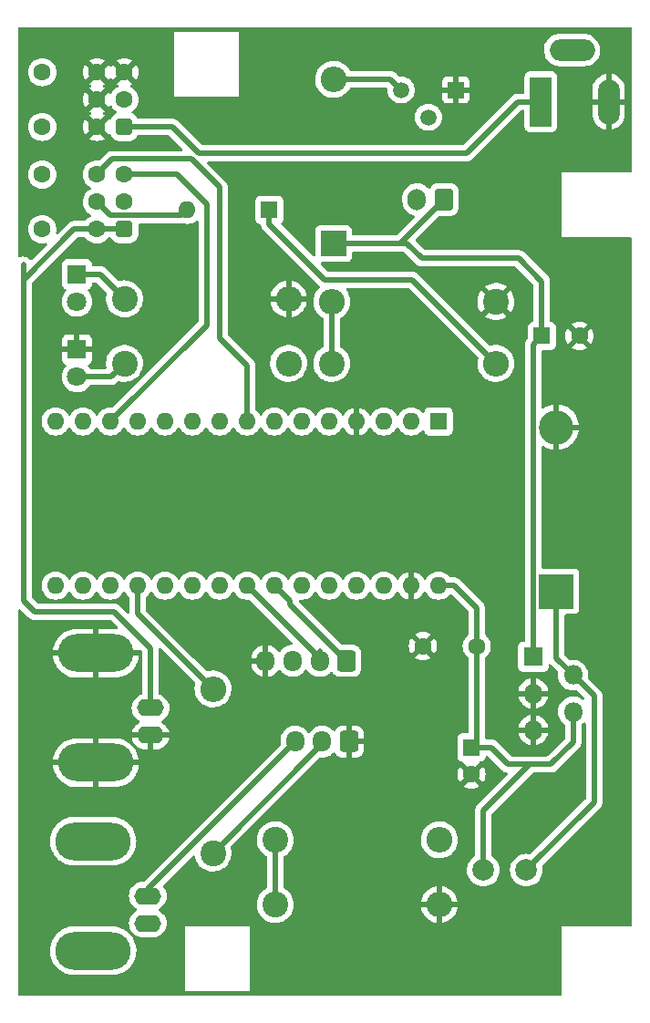
<source format=gbr>
G04 #@! TF.GenerationSoftware,KiCad,Pcbnew,6.0.7-f9a2dced07~116~ubuntu20.04.1*
G04 #@! TF.CreationDate,2022-10-13T01:02:24+01:00*
G04 #@! TF.ProjectId,OpenSpritzer_1.4,4f70656e-5370-4726-9974-7a65725f312e,rev?*
G04 #@! TF.SameCoordinates,Original*
G04 #@! TF.FileFunction,Copper,L2,Bot*
G04 #@! TF.FilePolarity,Positive*
%FSLAX46Y46*%
G04 Gerber Fmt 4.6, Leading zero omitted, Abs format (unit mm)*
G04 Created by KiCad (PCBNEW 6.0.7-f9a2dced07~116~ubuntu20.04.1) date 2022-10-13 01:02:24*
%MOMM*%
%LPD*%
G01*
G04 APERTURE LIST*
G04 Aperture macros list*
%AMRoundRect*
0 Rectangle with rounded corners*
0 $1 Rounding radius*
0 $2 $3 $4 $5 $6 $7 $8 $9 X,Y pos of 4 corners*
0 Add a 4 corners polygon primitive as box body*
4,1,4,$2,$3,$4,$5,$6,$7,$8,$9,$2,$3,0*
0 Add four circle primitives for the rounded corners*
1,1,$1+$1,$2,$3*
1,1,$1+$1,$4,$5*
1,1,$1+$1,$6,$7*
1,1,$1+$1,$8,$9*
0 Add four rect primitives between the rounded corners*
20,1,$1+$1,$2,$3,$4,$5,0*
20,1,$1+$1,$4,$5,$6,$7,0*
20,1,$1+$1,$6,$7,$8,$9,0*
20,1,$1+$1,$8,$9,$2,$3,0*%
G04 Aperture macros list end*
G04 #@! TA.AperFunction,ComponentPad*
%ADD10R,1.600000X1.600000*%
G04 #@! TD*
G04 #@! TA.AperFunction,ComponentPad*
%ADD11O,1.600000X1.600000*%
G04 #@! TD*
G04 #@! TA.AperFunction,ComponentPad*
%ADD12O,2.500000X1.600000*%
G04 #@! TD*
G04 #@! TA.AperFunction,ComponentPad*
%ADD13O,7.000000X3.500000*%
G04 #@! TD*
G04 #@! TA.AperFunction,ComponentPad*
%ADD14RoundRect,0.250000X0.600000X0.750000X-0.600000X0.750000X-0.600000X-0.750000X0.600000X-0.750000X0*%
G04 #@! TD*
G04 #@! TA.AperFunction,ComponentPad*
%ADD15O,1.700000X2.000000*%
G04 #@! TD*
G04 #@! TA.AperFunction,ComponentPad*
%ADD16C,2.400000*%
G04 #@! TD*
G04 #@! TA.AperFunction,ComponentPad*
%ADD17O,2.400000X2.400000*%
G04 #@! TD*
G04 #@! TA.AperFunction,ComponentPad*
%ADD18C,1.600000*%
G04 #@! TD*
G04 #@! TA.AperFunction,ComponentPad*
%ADD19RoundRect,0.400000X-0.400000X-0.400000X0.400000X-0.400000X0.400000X0.400000X-0.400000X0.400000X0*%
G04 #@! TD*
G04 #@! TA.AperFunction,ComponentPad*
%ADD20R,3.200000X3.200000*%
G04 #@! TD*
G04 #@! TA.AperFunction,ComponentPad*
%ADD21O,3.200000X3.200000*%
G04 #@! TD*
G04 #@! TA.AperFunction,ComponentPad*
%ADD22C,2.000000*%
G04 #@! TD*
G04 #@! TA.AperFunction,ComponentPad*
%ADD23R,1.800000X1.800000*%
G04 #@! TD*
G04 #@! TA.AperFunction,ComponentPad*
%ADD24O,1.800000X1.800000*%
G04 #@! TD*
G04 #@! TA.AperFunction,ComponentPad*
%ADD25R,2.000000X4.600000*%
G04 #@! TD*
G04 #@! TA.AperFunction,ComponentPad*
%ADD26O,2.000000X4.200000*%
G04 #@! TD*
G04 #@! TA.AperFunction,ComponentPad*
%ADD27O,4.200000X2.000000*%
G04 #@! TD*
G04 #@! TA.AperFunction,ComponentPad*
%ADD28C,1.800000*%
G04 #@! TD*
G04 #@! TA.AperFunction,ComponentPad*
%ADD29R,1.500000X1.500000*%
G04 #@! TD*
G04 #@! TA.AperFunction,ComponentPad*
%ADD30C,1.500000*%
G04 #@! TD*
G04 #@! TA.AperFunction,ComponentPad*
%ADD31RoundRect,0.250000X0.600000X0.725000X-0.600000X0.725000X-0.600000X-0.725000X0.600000X-0.725000X0*%
G04 #@! TD*
G04 #@! TA.AperFunction,ComponentPad*
%ADD32O,1.700000X1.950000*%
G04 #@! TD*
G04 #@! TA.AperFunction,ComponentPad*
%ADD33R,2.400000X2.400000*%
G04 #@! TD*
G04 #@! TA.AperFunction,Conductor*
%ADD34C,0.500000*%
G04 #@! TD*
G04 APERTURE END LIST*
D10*
X135550000Y-113090000D03*
D11*
X133010000Y-113090000D03*
X130470000Y-113090000D03*
X127930000Y-113090000D03*
X125390000Y-113090000D03*
X122850000Y-113090000D03*
X120310000Y-113090000D03*
X117770000Y-113090000D03*
X115230000Y-113090000D03*
X112690000Y-113090000D03*
X110150000Y-113090000D03*
X107610000Y-113090000D03*
X105070000Y-113090000D03*
X102530000Y-113090000D03*
X99990000Y-113090000D03*
X99990000Y-128330000D03*
X102530000Y-128330000D03*
X105070000Y-128330000D03*
X107610000Y-128330000D03*
X110150000Y-128330000D03*
X112690000Y-128330000D03*
X115230000Y-128330000D03*
X117770000Y-128330000D03*
X120310000Y-128330000D03*
X122850000Y-128330000D03*
X125390000Y-128330000D03*
X127930000Y-128330000D03*
X130470000Y-128330000D03*
X133010000Y-128330000D03*
X135550000Y-128330000D03*
D10*
X119825000Y-93450000D03*
D11*
X112205000Y-93450000D03*
D12*
X108550000Y-157150000D03*
X108550000Y-159690000D03*
D13*
X103470000Y-162230000D03*
X103470000Y-152070000D03*
D14*
X136050000Y-92475000D03*
D15*
X133550000Y-92475000D03*
D16*
X114600000Y-153170000D03*
D17*
X114600000Y-137930000D03*
D16*
X106380000Y-107700000D03*
D17*
X121620000Y-107700000D03*
D16*
X120380000Y-151950000D03*
D17*
X135620000Y-151950000D03*
D16*
X125630000Y-107700000D03*
D17*
X140870000Y-107700000D03*
D16*
X120380000Y-157950000D03*
D17*
X135620000Y-157950000D03*
D16*
X140870000Y-101950000D03*
D17*
X125630000Y-101950000D03*
D18*
X98740000Y-95240000D03*
X98740000Y-90160000D03*
D19*
X106360000Y-95240000D03*
D18*
X106360000Y-92700000D03*
X106360000Y-90160000D03*
X103820000Y-95240000D03*
X103820000Y-92700000D03*
X103820000Y-90160000D03*
D20*
X146500000Y-128870000D03*
D21*
X146500000Y-113630000D03*
D22*
X139700000Y-154750000D03*
X143700000Y-154750000D03*
D23*
X144350000Y-134950000D03*
D24*
X148050000Y-136650000D03*
X144350000Y-138350000D03*
X148050000Y-140050000D03*
X144350000Y-141750000D03*
D12*
X108800000Y-139700000D03*
D13*
X103720000Y-134620000D03*
D12*
X108800000Y-142240000D03*
D13*
X103720000Y-144780000D03*
D25*
X145050000Y-83400000D03*
D26*
X151350000Y-83400000D03*
D27*
X147950000Y-78600000D03*
D23*
X101975000Y-106425000D03*
D28*
X101975000Y-108965000D03*
D10*
X145147349Y-105150000D03*
D18*
X148647349Y-105150000D03*
D29*
X137150000Y-82300000D03*
D30*
X134610000Y-84840000D03*
X132070000Y-82300000D03*
D18*
X98740000Y-80660000D03*
X98740000Y-85740000D03*
D19*
X106360000Y-85740000D03*
D18*
X106360000Y-83200000D03*
X106360000Y-80660000D03*
X103820000Y-85740000D03*
X103820000Y-83200000D03*
X103820000Y-80660000D03*
D31*
X127000000Y-135325000D03*
D32*
X124500000Y-135325000D03*
X122000000Y-135325000D03*
X119500000Y-135325000D03*
D33*
X125800000Y-96570000D03*
D17*
X125800000Y-81330000D03*
D16*
X106380000Y-101700000D03*
D17*
X121620000Y-101700000D03*
D10*
X138600000Y-143367621D03*
D18*
X138600000Y-145867621D03*
D23*
X101975000Y-99425000D03*
D28*
X101975000Y-101965000D03*
D18*
X134100000Y-133950000D03*
X139100000Y-133950000D03*
D31*
X127250000Y-142825000D03*
D32*
X124750000Y-142825000D03*
X122250000Y-142825000D03*
D34*
X150000000Y-148450000D02*
X143700000Y-154750000D01*
X148050000Y-136650000D02*
X150000000Y-138600000D01*
X150000000Y-138600000D02*
X150000000Y-148450000D01*
X146500000Y-128870000D02*
X146500000Y-135100000D01*
X146500000Y-135100000D02*
X148050000Y-136650000D01*
X107610000Y-128330000D02*
X107610000Y-130940000D01*
X107610000Y-130940000D02*
X114600000Y-137930000D01*
X101975000Y-108965000D02*
X105115000Y-108965000D01*
X105115000Y-108965000D02*
X106380000Y-107700000D01*
X105070000Y-93950000D02*
X103820000Y-92700000D01*
X111705000Y-93950000D02*
X112205000Y-93450000D01*
X111705000Y-93950000D02*
X105070000Y-93950000D01*
X133120000Y-99950000D02*
X140870000Y-107700000D01*
X125000000Y-99950000D02*
X133120000Y-99950000D01*
X119825000Y-94775000D02*
X125000000Y-99950000D01*
X119825000Y-93450000D02*
X119825000Y-94775000D01*
X131100000Y-81330000D02*
X132070000Y-82300000D01*
X125800000Y-81330000D02*
X131100000Y-81330000D01*
X120380000Y-154330000D02*
X120380000Y-157950000D01*
X120380000Y-154330000D02*
X120380000Y-154570000D01*
X120380000Y-151950000D02*
X120380000Y-154330000D01*
X125630000Y-101950000D02*
X125630000Y-107700000D01*
X114600000Y-153170000D02*
X124750000Y-143020000D01*
X108800000Y-134150000D02*
X105400000Y-130750000D01*
X101710000Y-95240000D02*
X97000000Y-99950000D01*
X97000000Y-99950000D02*
X97000000Y-100450000D01*
X108800000Y-139700000D02*
X108800000Y-134150000D01*
X97000000Y-129750000D02*
X97000000Y-100450000D01*
X98000000Y-130750000D02*
X97000000Y-129750000D01*
X106360000Y-95240000D02*
X103820000Y-95240000D01*
X103820000Y-95240000D02*
X101710000Y-95240000D01*
X105400000Y-130750000D02*
X98000000Y-130750000D01*
X97000000Y-100450000D02*
X97000000Y-98550000D01*
X112580000Y-88730000D02*
X105250000Y-88730000D01*
X105250000Y-88730000D02*
X103820000Y-90160000D01*
X117770000Y-107920000D02*
X115200000Y-105350000D01*
X117770000Y-113090000D02*
X117770000Y-107920000D01*
X115200000Y-105350000D02*
X115200000Y-91350000D01*
X115200000Y-91350000D02*
X112580000Y-88730000D01*
X105070000Y-113090000D02*
X114000000Y-104160000D01*
X114000000Y-104160000D02*
X114000000Y-103950000D01*
X111210000Y-90160000D02*
X106360000Y-90160000D01*
X114000000Y-103950000D02*
X114000000Y-92950000D01*
X114000000Y-92950000D02*
X111210000Y-90160000D01*
X117770000Y-128330000D02*
X124500000Y-135060000D01*
X124500000Y-135325000D02*
X124500000Y-134450000D01*
X124500000Y-135060000D02*
X124500000Y-135325000D01*
X127000000Y-135325000D02*
X121760000Y-130085000D01*
X121760000Y-130085000D02*
X121760000Y-129780000D01*
X121760000Y-129780000D02*
X120310000Y-128330000D01*
X108550000Y-157150000D02*
X108550000Y-156525000D01*
X108550000Y-156525000D02*
X122250000Y-142825000D01*
X140417621Y-143367621D02*
X142000000Y-144950000D01*
X137000000Y-128330000D02*
X139100000Y-130430000D01*
X139100000Y-130430000D02*
X139100000Y-133950000D01*
X139100000Y-142867621D02*
X138600000Y-143367621D01*
X148050000Y-142900000D02*
X148050000Y-140050000D01*
X146000000Y-144950000D02*
X148050000Y-142900000D01*
X144000000Y-144950000D02*
X139700000Y-149250000D01*
X142000000Y-144950000D02*
X144000000Y-144950000D01*
X135550000Y-128330000D02*
X137000000Y-128330000D01*
X144000000Y-144950000D02*
X146000000Y-144950000D01*
X139100000Y-133950000D02*
X139100000Y-142867621D01*
X139700000Y-149250000D02*
X139700000Y-154750000D01*
X138600000Y-143367621D02*
X140417621Y-143367621D01*
X145050000Y-83400000D02*
X142950000Y-83400000D01*
X142950000Y-83400000D02*
X138150000Y-88200000D01*
X110790000Y-85740000D02*
X106360000Y-85740000D01*
X113250000Y-88200000D02*
X110790000Y-85740000D01*
X138150000Y-88200000D02*
X113250000Y-88200000D01*
X101975000Y-99425000D02*
X104105000Y-99425000D01*
X104105000Y-99425000D02*
X106380000Y-101700000D01*
X145147349Y-100097349D02*
X145147349Y-105150000D01*
X129620000Y-96570000D02*
X131955000Y-96570000D01*
X134000000Y-97950000D02*
X143000000Y-97950000D01*
X143000000Y-97950000D02*
X145147349Y-100097349D01*
X144350000Y-105947349D02*
X144350000Y-134950000D01*
X145147349Y-105150000D02*
X144350000Y-105947349D01*
X129620000Y-96570000D02*
X130620000Y-96570000D01*
X130620000Y-96570000D02*
X132620000Y-96570000D01*
X132620000Y-96570000D02*
X134000000Y-97950000D01*
X131955000Y-96570000D02*
X136050000Y-92475000D01*
X125800000Y-96570000D02*
X129620000Y-96570000D01*
G04 #@! TA.AperFunction,Conductor*
G36*
X153433621Y-76478502D02*
G01*
X153480114Y-76532158D01*
X153491500Y-76584500D01*
X153491500Y-89824000D01*
X153471498Y-89892121D01*
X153417842Y-89938614D01*
X153365500Y-89950000D01*
X147000000Y-89950000D01*
X147000000Y-95950000D01*
X153365500Y-95950000D01*
X153433621Y-95970002D01*
X153480114Y-96023658D01*
X153491500Y-96076000D01*
X153491500Y-159824000D01*
X153471498Y-159892121D01*
X153417842Y-159938614D01*
X153365500Y-159950000D01*
X147000000Y-159950000D01*
X147000000Y-166315500D01*
X146979998Y-166383621D01*
X146926342Y-166430114D01*
X146874000Y-166441500D01*
X96634500Y-166441500D01*
X96566379Y-166421498D01*
X96519886Y-166367842D01*
X96508500Y-166315500D01*
X96508500Y-162277404D01*
X99456941Y-162277404D01*
X99483091Y-162576292D01*
X99484001Y-162580364D01*
X99484002Y-162580369D01*
X99539486Y-162828591D01*
X99548540Y-162869095D01*
X99652140Y-163150671D01*
X99654084Y-163154359D01*
X99654088Y-163154367D01*
X99750805Y-163337807D01*
X99792069Y-163416071D01*
X99965871Y-163660633D01*
X100170490Y-163880061D01*
X100402333Y-164070498D01*
X100657325Y-164228600D01*
X100930988Y-164351589D01*
X101105368Y-164403574D01*
X101214514Y-164436112D01*
X101214516Y-164436112D01*
X101218513Y-164437304D01*
X101222633Y-164437957D01*
X101222635Y-164437957D01*
X101341509Y-164456785D01*
X101514848Y-164484239D01*
X101557577Y-164486179D01*
X101607262Y-164488436D01*
X101607281Y-164488436D01*
X101608681Y-164488500D01*
X105296107Y-164488500D01*
X105519370Y-164473671D01*
X105523464Y-164472846D01*
X105523468Y-164472845D01*
X105664513Y-164444405D01*
X105813480Y-164414368D01*
X106097163Y-164316688D01*
X106100896Y-164314819D01*
X106100900Y-164314817D01*
X106361691Y-164184222D01*
X106361693Y-164184221D01*
X106365435Y-164182347D01*
X106613584Y-164013706D01*
X106837248Y-163813726D01*
X106839966Y-163810555D01*
X107029779Y-163589097D01*
X107029782Y-163589093D01*
X107032499Y-163585923D01*
X107034773Y-163582421D01*
X107034777Y-163582416D01*
X107193628Y-163337807D01*
X107193631Y-163337802D01*
X107195907Y-163334297D01*
X107324600Y-163063270D01*
X107327907Y-163052972D01*
X107338583Y-163019721D01*
X111991024Y-163019721D01*
X111993491Y-163028352D01*
X111995149Y-163034154D01*
X112000000Y-163068779D01*
X112000000Y-165950000D01*
X114878591Y-165950000D01*
X114914688Y-165955281D01*
X114924066Y-165958086D01*
X114933042Y-165958141D01*
X114933043Y-165958141D01*
X114994356Y-165958515D01*
X115069721Y-165958976D01*
X115084154Y-165954851D01*
X115118779Y-165950000D01*
X118000000Y-165950000D01*
X118000000Y-163071409D01*
X118005281Y-163035312D01*
X118008086Y-163025934D01*
X118008976Y-162880279D01*
X118004851Y-162865846D01*
X118000000Y-162831221D01*
X118000000Y-159950000D01*
X115121409Y-159950000D01*
X115085312Y-159944719D01*
X115075934Y-159941914D01*
X115066958Y-159941859D01*
X115066957Y-159941859D01*
X115005644Y-159941485D01*
X114930279Y-159941024D01*
X114918166Y-159944486D01*
X114915846Y-159945149D01*
X114881221Y-159950000D01*
X112000000Y-159950000D01*
X112000000Y-162828591D01*
X111994719Y-162864688D01*
X111991914Y-162874066D01*
X111991024Y-163019721D01*
X107338583Y-163019721D01*
X107415038Y-162781591D01*
X107415038Y-162781590D01*
X107416318Y-162777604D01*
X107469448Y-162482316D01*
X107483059Y-162182596D01*
X107456909Y-161883708D01*
X107412832Y-161686515D01*
X107392372Y-161594984D01*
X107392371Y-161594981D01*
X107391460Y-161590905D01*
X107287860Y-161309329D01*
X107285916Y-161305641D01*
X107285912Y-161305633D01*
X107149884Y-161047633D01*
X107149883Y-161047632D01*
X107147931Y-161043929D01*
X106974129Y-160799367D01*
X106769510Y-160579939D01*
X106537667Y-160389502D01*
X106282675Y-160231400D01*
X106009012Y-160108411D01*
X105795650Y-160044805D01*
X105725486Y-160023888D01*
X105725484Y-160023888D01*
X105721487Y-160022696D01*
X105717367Y-160022043D01*
X105717365Y-160022043D01*
X105598491Y-160003215D01*
X105425152Y-159975761D01*
X105382423Y-159973821D01*
X105332738Y-159971564D01*
X105332719Y-159971564D01*
X105331319Y-159971500D01*
X101643893Y-159971500D01*
X101420630Y-159986329D01*
X101416536Y-159987154D01*
X101416532Y-159987155D01*
X101275487Y-160015595D01*
X101126520Y-160045632D01*
X100842837Y-160143312D01*
X100839104Y-160145181D01*
X100839100Y-160145183D01*
X100578309Y-160275778D01*
X100574565Y-160277653D01*
X100326416Y-160446294D01*
X100102752Y-160646274D01*
X100100035Y-160649444D01*
X100100034Y-160649445D01*
X99947403Y-160827523D01*
X99907501Y-160874077D01*
X99905227Y-160877579D01*
X99905223Y-160877584D01*
X99794792Y-161047633D01*
X99744093Y-161125703D01*
X99615400Y-161396730D01*
X99523682Y-161682396D01*
X99470552Y-161977684D01*
X99456941Y-162277404D01*
X96508500Y-162277404D01*
X96508500Y-159690000D01*
X106786502Y-159690000D01*
X106806457Y-159918087D01*
X106807881Y-159923400D01*
X106807881Y-159923402D01*
X106857455Y-160108411D01*
X106865716Y-160139243D01*
X106868039Y-160144224D01*
X106868039Y-160144225D01*
X106960151Y-160341762D01*
X106960154Y-160341767D01*
X106962477Y-160346749D01*
X107093802Y-160534300D01*
X107255700Y-160696198D01*
X107260208Y-160699355D01*
X107260211Y-160699357D01*
X107338389Y-160754098D01*
X107443251Y-160827523D01*
X107448233Y-160829846D01*
X107448238Y-160829849D01*
X107645775Y-160921961D01*
X107650757Y-160924284D01*
X107656065Y-160925706D01*
X107656067Y-160925707D01*
X107866598Y-160982119D01*
X107866600Y-160982119D01*
X107871913Y-160983543D01*
X107971480Y-160992254D01*
X108040149Y-160998262D01*
X108040156Y-160998262D01*
X108042873Y-160998500D01*
X109057127Y-160998500D01*
X109059844Y-160998262D01*
X109059851Y-160998262D01*
X109128520Y-160992254D01*
X109228087Y-160983543D01*
X109233400Y-160982119D01*
X109233402Y-160982119D01*
X109443933Y-160925707D01*
X109443935Y-160925706D01*
X109449243Y-160924284D01*
X109454225Y-160921961D01*
X109651762Y-160829849D01*
X109651767Y-160829846D01*
X109656749Y-160827523D01*
X109761611Y-160754098D01*
X109839789Y-160699357D01*
X109839792Y-160699355D01*
X109844300Y-160696198D01*
X110006198Y-160534300D01*
X110137523Y-160346749D01*
X110139846Y-160341767D01*
X110139849Y-160341762D01*
X110231961Y-160144225D01*
X110231961Y-160144224D01*
X110234284Y-160139243D01*
X110242546Y-160108411D01*
X110292119Y-159923402D01*
X110292119Y-159923400D01*
X110293543Y-159918087D01*
X110313498Y-159690000D01*
X110293543Y-159461913D01*
X110260377Y-159338135D01*
X110235707Y-159246067D01*
X110235706Y-159246065D01*
X110234284Y-159240757D01*
X110203636Y-159175031D01*
X110139849Y-159038238D01*
X110139846Y-159038233D01*
X110137523Y-159033251D01*
X110020714Y-158866431D01*
X110009357Y-158850211D01*
X110009355Y-158850208D01*
X110006198Y-158845700D01*
X109844300Y-158683802D01*
X109839792Y-158680645D01*
X109839789Y-158680643D01*
X109761611Y-158625902D01*
X109656749Y-158552477D01*
X109651767Y-158550154D01*
X109651762Y-158550151D01*
X109617543Y-158534195D01*
X109564258Y-158487278D01*
X109544797Y-158419001D01*
X109565339Y-158351041D01*
X109617543Y-158305805D01*
X109651762Y-158289849D01*
X109651767Y-158289846D01*
X109656749Y-158287523D01*
X109771925Y-158206876D01*
X109839789Y-158159357D01*
X109839792Y-158159355D01*
X109844300Y-158156198D01*
X110006198Y-157994300D01*
X110068621Y-157905151D01*
X118667296Y-157905151D01*
X118667520Y-157909817D01*
X118667520Y-157909822D01*
X118671578Y-157994300D01*
X118679480Y-158158798D01*
X118689638Y-158209865D01*
X118717720Y-158351041D01*
X118729021Y-158407857D01*
X118730600Y-158412255D01*
X118730602Y-158412262D01*
X118780945Y-158552477D01*
X118814831Y-158646858D01*
X118817048Y-158650984D01*
X118932666Y-158866160D01*
X118935025Y-158870551D01*
X118937820Y-158874294D01*
X118937822Y-158874297D01*
X119084171Y-159070282D01*
X119084176Y-159070288D01*
X119086963Y-159074020D01*
X119090272Y-159077300D01*
X119090277Y-159077306D01*
X119188493Y-159174668D01*
X119267307Y-159252797D01*
X119271069Y-159255555D01*
X119271072Y-159255558D01*
X119376222Y-159332657D01*
X119472094Y-159402953D01*
X119476229Y-159405129D01*
X119476233Y-159405131D01*
X119574056Y-159456598D01*
X119696827Y-159521191D01*
X119829803Y-159567628D01*
X119930764Y-159602885D01*
X119936568Y-159604912D01*
X120186050Y-159652278D01*
X120306532Y-159657011D01*
X120435125Y-159662064D01*
X120435130Y-159662064D01*
X120439793Y-159662247D01*
X120538774Y-159651407D01*
X120687569Y-159635112D01*
X120687575Y-159635111D01*
X120692222Y-159634602D01*
X120698615Y-159632919D01*
X120933273Y-159571138D01*
X120937793Y-159569948D01*
X121057433Y-159518547D01*
X121166807Y-159471557D01*
X121166810Y-159471555D01*
X121171110Y-159469708D01*
X121175090Y-159467245D01*
X121175094Y-159467243D01*
X121383064Y-159338547D01*
X121383066Y-159338545D01*
X121387047Y-159336082D01*
X121482166Y-159255558D01*
X121577289Y-159175031D01*
X121577291Y-159175029D01*
X121580862Y-159172006D01*
X121748295Y-158981084D01*
X121837884Y-158841803D01*
X121883141Y-158771442D01*
X121885669Y-158767512D01*
X121989967Y-158535980D01*
X121991288Y-158531298D01*
X122022395Y-158420999D01*
X122058896Y-158291575D01*
X122067561Y-158223460D01*
X133932852Y-158223460D01*
X133968593Y-158403143D01*
X133971082Y-158412118D01*
X134053708Y-158642250D01*
X134057505Y-158650778D01*
X134173234Y-158866160D01*
X134178245Y-158874027D01*
X134324550Y-159069953D01*
X134330656Y-159076977D01*
X134504316Y-159249127D01*
X134511398Y-159255176D01*
X134708586Y-159399760D01*
X134716505Y-159404708D01*
X134932877Y-159518547D01*
X134941451Y-159522275D01*
X135172282Y-159602885D01*
X135181291Y-159605299D01*
X135348201Y-159636988D01*
X135361261Y-159635704D01*
X135365506Y-159622360D01*
X135874000Y-159622360D01*
X135878171Y-159636565D01*
X135890933Y-159638620D01*
X135927487Y-159634617D01*
X135936649Y-159632919D01*
X136173107Y-159570665D01*
X136181926Y-159567628D01*
X136406584Y-159471107D01*
X136414856Y-159466800D01*
X136622777Y-159338135D01*
X136630317Y-159332657D01*
X136816943Y-159174668D01*
X136823593Y-159168132D01*
X136984813Y-158984295D01*
X136990420Y-158976854D01*
X137122700Y-158771202D01*
X137127147Y-158763011D01*
X137227572Y-158540076D01*
X137230767Y-158531298D01*
X137297135Y-158295973D01*
X137298993Y-158286844D01*
X137307246Y-158221969D01*
X137304958Y-158207708D01*
X137291938Y-158204000D01*
X135892115Y-158204000D01*
X135876876Y-158208475D01*
X135875671Y-158209865D01*
X135874000Y-158217548D01*
X135874000Y-159622360D01*
X135365506Y-159622360D01*
X135366000Y-159620808D01*
X135366000Y-158222115D01*
X135361525Y-158206876D01*
X135360135Y-158205671D01*
X135352452Y-158204000D01*
X133947096Y-158204000D01*
X133934695Y-158207641D01*
X133932852Y-158223460D01*
X122067561Y-158223460D01*
X122090943Y-158039667D01*
X122093291Y-157950000D01*
X122074472Y-157696759D01*
X122073402Y-157692027D01*
X122070223Y-157677976D01*
X133930675Y-157677976D01*
X133933435Y-157692703D01*
X133945614Y-157696000D01*
X135347885Y-157696000D01*
X135363124Y-157691525D01*
X135364329Y-157690135D01*
X135366000Y-157682452D01*
X135366000Y-157677885D01*
X135874000Y-157677885D01*
X135878475Y-157693124D01*
X135879865Y-157694329D01*
X135887548Y-157696000D01*
X137295671Y-157696000D01*
X137309202Y-157692027D01*
X137310634Y-157682068D01*
X137258979Y-157453786D01*
X137256255Y-157444875D01*
X137167633Y-157216983D01*
X137163619Y-157208567D01*
X137042286Y-156996281D01*
X137037070Y-156988548D01*
X136885692Y-156796525D01*
X136879399Y-156789657D01*
X136701294Y-156622112D01*
X136694060Y-156616254D01*
X136493141Y-156476872D01*
X136485115Y-156472144D01*
X136265810Y-156363995D01*
X136257177Y-156360507D01*
X136024288Y-156285958D01*
X136015238Y-156283785D01*
X135891880Y-156263696D01*
X135878286Y-156265393D01*
X135874000Y-156279500D01*
X135874000Y-157677885D01*
X135366000Y-157677885D01*
X135366000Y-156278859D01*
X135361982Y-156265175D01*
X135348290Y-156263154D01*
X135268521Y-156274010D01*
X135259403Y-156275948D01*
X135024668Y-156344367D01*
X135015915Y-156347639D01*
X134793869Y-156450004D01*
X134785714Y-156454524D01*
X134581233Y-156588587D01*
X134573828Y-156594270D01*
X134391413Y-156757082D01*
X134384935Y-156763790D01*
X134228584Y-156951781D01*
X134223163Y-156959381D01*
X134096322Y-157168409D01*
X134092084Y-157176726D01*
X133997529Y-157402214D01*
X133994572Y-157411052D01*
X133934382Y-157648048D01*
X133932764Y-157657228D01*
X133930675Y-157677976D01*
X122070223Y-157677976D01*
X122019459Y-157453639D01*
X122018428Y-157449082D01*
X122000138Y-157402050D01*
X121928084Y-157216762D01*
X121928083Y-157216760D01*
X121926391Y-157212409D01*
X121905866Y-157176498D01*
X121802702Y-156995997D01*
X121802700Y-156995995D01*
X121800383Y-156991940D01*
X121643171Y-156792517D01*
X121559625Y-156713925D01*
X121461610Y-156621722D01*
X121461608Y-156621720D01*
X121458209Y-156618523D01*
X121254020Y-156476872D01*
X121253393Y-156476437D01*
X121253390Y-156476435D01*
X121249561Y-156473779D01*
X121245378Y-156471716D01*
X121245371Y-156471712D01*
X121208770Y-156453662D01*
X121156522Y-156405593D01*
X121138500Y-156340657D01*
X121138500Y-153560090D01*
X121158502Y-153491969D01*
X121198197Y-153452946D01*
X121202732Y-153450140D01*
X121387047Y-153336082D01*
X121473614Y-153262798D01*
X121577289Y-153175031D01*
X121577291Y-153175029D01*
X121580862Y-153172006D01*
X121748295Y-152981084D01*
X121792600Y-152912205D01*
X121883141Y-152771442D01*
X121885669Y-152767512D01*
X121989967Y-152535980D01*
X122058896Y-152291575D01*
X122090943Y-152039667D01*
X122093291Y-151950000D01*
X122089958Y-151905151D01*
X133907296Y-151905151D01*
X133907520Y-151909817D01*
X133907520Y-151909822D01*
X133913033Y-152024579D01*
X133919480Y-152158798D01*
X133920393Y-152163386D01*
X133951176Y-152318142D01*
X133969021Y-152407857D01*
X133970600Y-152412255D01*
X133970602Y-152412262D01*
X134015022Y-152535980D01*
X134054831Y-152646858D01*
X134175025Y-152870551D01*
X134177820Y-152874294D01*
X134177822Y-152874297D01*
X134324171Y-153070282D01*
X134324176Y-153070288D01*
X134326963Y-153074020D01*
X134330272Y-153077300D01*
X134330277Y-153077306D01*
X134491205Y-153236835D01*
X134507307Y-153252797D01*
X134511069Y-153255555D01*
X134511072Y-153255558D01*
X134616764Y-153333054D01*
X134712094Y-153402953D01*
X134716229Y-153405129D01*
X134716233Y-153405131D01*
X134807115Y-153452946D01*
X134936827Y-153521191D01*
X135176568Y-153604912D01*
X135426050Y-153652278D01*
X135546532Y-153657011D01*
X135675125Y-153662064D01*
X135675130Y-153662064D01*
X135679793Y-153662247D01*
X135786554Y-153650555D01*
X135927569Y-153635112D01*
X135927575Y-153635111D01*
X135932222Y-153634602D01*
X135975268Y-153623269D01*
X136173273Y-153571138D01*
X136177793Y-153569948D01*
X136324440Y-153506944D01*
X136406807Y-153471557D01*
X136406810Y-153471555D01*
X136411110Y-153469708D01*
X136415090Y-153467245D01*
X136415094Y-153467243D01*
X136623064Y-153338547D01*
X136623066Y-153338545D01*
X136627047Y-153336082D01*
X136713614Y-153262798D01*
X136817289Y-153175031D01*
X136817291Y-153175029D01*
X136820862Y-153172006D01*
X136988295Y-152981084D01*
X137032600Y-152912205D01*
X137123141Y-152771442D01*
X137125669Y-152767512D01*
X137229967Y-152535980D01*
X137298896Y-152291575D01*
X137330943Y-152039667D01*
X137333291Y-151950000D01*
X137329612Y-151900497D01*
X137314818Y-151701411D01*
X137314817Y-151701407D01*
X137314472Y-151696759D01*
X137258428Y-151449082D01*
X137252946Y-151434984D01*
X137168084Y-151216762D01*
X137168083Y-151216760D01*
X137166391Y-151212409D01*
X137145866Y-151176498D01*
X137042702Y-150995997D01*
X137042700Y-150995995D01*
X137040383Y-150991940D01*
X136883171Y-150792517D01*
X136720367Y-150639367D01*
X136701610Y-150621722D01*
X136701608Y-150621720D01*
X136698209Y-150618523D01*
X136654483Y-150588189D01*
X136493393Y-150476437D01*
X136493390Y-150476435D01*
X136489561Y-150473779D01*
X136485384Y-150471719D01*
X136485377Y-150471715D01*
X136265996Y-150363528D01*
X136265992Y-150363527D01*
X136261810Y-150361464D01*
X136019960Y-150284047D01*
X136015355Y-150283297D01*
X135773935Y-150243980D01*
X135773934Y-150243980D01*
X135769323Y-150243229D01*
X135642364Y-150241567D01*
X135520083Y-150239966D01*
X135520080Y-150239966D01*
X135515406Y-150239905D01*
X135263787Y-150274149D01*
X135019993Y-150345208D01*
X134789380Y-150451522D01*
X134785471Y-150454085D01*
X134580928Y-150588189D01*
X134580923Y-150588193D01*
X134577015Y-150590755D01*
X134387562Y-150759848D01*
X134225183Y-150955087D01*
X134093447Y-151172182D01*
X134091638Y-151176496D01*
X134091637Y-151176498D01*
X134048142Y-151280223D01*
X133995246Y-151406365D01*
X133994095Y-151410897D01*
X133994094Y-151410900D01*
X133985503Y-151444728D01*
X133932738Y-151652490D01*
X133907296Y-151905151D01*
X122089958Y-151905151D01*
X122089612Y-151900497D01*
X122074818Y-151701411D01*
X122074817Y-151701407D01*
X122074472Y-151696759D01*
X122018428Y-151449082D01*
X122012946Y-151434984D01*
X121928084Y-151216762D01*
X121928083Y-151216760D01*
X121926391Y-151212409D01*
X121905866Y-151176498D01*
X121802702Y-150995997D01*
X121802700Y-150995995D01*
X121800383Y-150991940D01*
X121643171Y-150792517D01*
X121480367Y-150639367D01*
X121461610Y-150621722D01*
X121461608Y-150621720D01*
X121458209Y-150618523D01*
X121414483Y-150588189D01*
X121253393Y-150476437D01*
X121253390Y-150476435D01*
X121249561Y-150473779D01*
X121245384Y-150471719D01*
X121245377Y-150471715D01*
X121025996Y-150363528D01*
X121025992Y-150363527D01*
X121021810Y-150361464D01*
X120779960Y-150284047D01*
X120775355Y-150283297D01*
X120533935Y-150243980D01*
X120533934Y-150243980D01*
X120529323Y-150243229D01*
X120402364Y-150241567D01*
X120280083Y-150239966D01*
X120280080Y-150239966D01*
X120275406Y-150239905D01*
X120023787Y-150274149D01*
X119779993Y-150345208D01*
X119549380Y-150451522D01*
X119545471Y-150454085D01*
X119340928Y-150588189D01*
X119340923Y-150588193D01*
X119337015Y-150590755D01*
X119147562Y-150759848D01*
X118985183Y-150955087D01*
X118853447Y-151172182D01*
X118851638Y-151176496D01*
X118851637Y-151176498D01*
X118808142Y-151280223D01*
X118755246Y-151406365D01*
X118754095Y-151410897D01*
X118754094Y-151410900D01*
X118745503Y-151444728D01*
X118692738Y-151652490D01*
X118667296Y-151905151D01*
X118667520Y-151909817D01*
X118667520Y-151909822D01*
X118673033Y-152024579D01*
X118679480Y-152158798D01*
X118680393Y-152163386D01*
X118711176Y-152318142D01*
X118729021Y-152407857D01*
X118730600Y-152412255D01*
X118730602Y-152412262D01*
X118775022Y-152535980D01*
X118814831Y-152646858D01*
X118935025Y-152870551D01*
X118937820Y-152874294D01*
X118937822Y-152874297D01*
X119084171Y-153070282D01*
X119084176Y-153070288D01*
X119086963Y-153074020D01*
X119090272Y-153077300D01*
X119090277Y-153077306D01*
X119251205Y-153236835D01*
X119267307Y-153252797D01*
X119271069Y-153255555D01*
X119271072Y-153255558D01*
X119439151Y-153378798D01*
X119472094Y-153402953D01*
X119476227Y-153405127D01*
X119476231Y-153405130D01*
X119554168Y-153446135D01*
X119605140Y-153495554D01*
X119621500Y-153557643D01*
X119621500Y-156337722D01*
X119601498Y-156405843D01*
X119556585Y-156447925D01*
X119553632Y-156449562D01*
X119549380Y-156451522D01*
X119545467Y-156454087D01*
X119545466Y-156454088D01*
X119340928Y-156588189D01*
X119340923Y-156588193D01*
X119337015Y-156590755D01*
X119242289Y-156675301D01*
X119207819Y-156706067D01*
X119147562Y-156759848D01*
X118985183Y-156955087D01*
X118853447Y-157172182D01*
X118851638Y-157176496D01*
X118851637Y-157176498D01*
X118838190Y-157208567D01*
X118755246Y-157406365D01*
X118754095Y-157410897D01*
X118754094Y-157410900D01*
X118723017Y-157533267D01*
X118692738Y-157652490D01*
X118667296Y-157905151D01*
X110068621Y-157905151D01*
X110137523Y-157806749D01*
X110139846Y-157801767D01*
X110139849Y-157801762D01*
X110231961Y-157604225D01*
X110231961Y-157604224D01*
X110234284Y-157599243D01*
X110273260Y-157453786D01*
X110292119Y-157383402D01*
X110292119Y-157383400D01*
X110293543Y-157378087D01*
X110313498Y-157150000D01*
X110293543Y-156921913D01*
X110250118Y-156759848D01*
X110235707Y-156706067D01*
X110235706Y-156706065D01*
X110234284Y-156700757D01*
X110231961Y-156695775D01*
X110139849Y-156498238D01*
X110139846Y-156498233D01*
X110137523Y-156493251D01*
X110006198Y-156305700D01*
X110004726Y-156304228D01*
X109976683Y-156240157D01*
X109987899Y-156170052D01*
X110012574Y-156135108D01*
X111359580Y-154788102D01*
X112711127Y-153436554D01*
X112773439Y-153402528D01*
X112844254Y-153407593D01*
X112901090Y-153450140D01*
X112923801Y-153501068D01*
X112935055Y-153557643D01*
X112949021Y-153627857D01*
X112950600Y-153632255D01*
X112950602Y-153632262D01*
X112995022Y-153755980D01*
X113034831Y-153866858D01*
X113037048Y-153870984D01*
X113142045Y-154066393D01*
X113155025Y-154090551D01*
X113157820Y-154094294D01*
X113157822Y-154094297D01*
X113304171Y-154290282D01*
X113304176Y-154290288D01*
X113306963Y-154294020D01*
X113310272Y-154297300D01*
X113310277Y-154297306D01*
X113483990Y-154469509D01*
X113487307Y-154472797D01*
X113491069Y-154475555D01*
X113491072Y-154475558D01*
X113535967Y-154508476D01*
X113692094Y-154622953D01*
X113696229Y-154625129D01*
X113696233Y-154625131D01*
X113814289Y-154687243D01*
X113916827Y-154741191D01*
X114156568Y-154824912D01*
X114406050Y-154872278D01*
X114526532Y-154877011D01*
X114655125Y-154882064D01*
X114655130Y-154882064D01*
X114659793Y-154882247D01*
X114758774Y-154871407D01*
X114907569Y-154855112D01*
X114907575Y-154855111D01*
X114912222Y-154854602D01*
X115021680Y-154825784D01*
X115153273Y-154791138D01*
X115157793Y-154789948D01*
X115276353Y-154739011D01*
X115386807Y-154691557D01*
X115386810Y-154691555D01*
X115391110Y-154689708D01*
X115395090Y-154687245D01*
X115395094Y-154687243D01*
X115603064Y-154558547D01*
X115603066Y-154558545D01*
X115607047Y-154556082D01*
X115705428Y-154472797D01*
X115797289Y-154395031D01*
X115797291Y-154395029D01*
X115800862Y-154392006D01*
X115968295Y-154201084D01*
X115973635Y-154192783D01*
X116103141Y-153991442D01*
X116105669Y-153987512D01*
X116209967Y-153755980D01*
X116278896Y-153511575D01*
X116292124Y-153407593D01*
X116310545Y-153262798D01*
X116310545Y-153262792D01*
X116310943Y-153259667D01*
X116311064Y-153255077D01*
X116312264Y-153209233D01*
X116313291Y-153170000D01*
X116306403Y-153077306D01*
X116294818Y-152921411D01*
X116294817Y-152921407D01*
X116294472Y-152916759D01*
X116241800Y-152683984D01*
X116246274Y-152613131D01*
X116275598Y-152567083D01*
X121888998Y-146953683D01*
X137878493Y-146953683D01*
X137887789Y-146965698D01*
X137938994Y-147001552D01*
X137948489Y-147007035D01*
X138145947Y-147099111D01*
X138156239Y-147102857D01*
X138366688Y-147159246D01*
X138377481Y-147161149D01*
X138594525Y-147180138D01*
X138605475Y-147180138D01*
X138822519Y-147161149D01*
X138833312Y-147159246D01*
X139043761Y-147102857D01*
X139054053Y-147099111D01*
X139251511Y-147007035D01*
X139261006Y-147001552D01*
X139313048Y-146965112D01*
X139321424Y-146954633D01*
X139314356Y-146941187D01*
X138612812Y-146239643D01*
X138598868Y-146232029D01*
X138597035Y-146232160D01*
X138590420Y-146236411D01*
X137884923Y-146941908D01*
X137878493Y-146953683D01*
X121888998Y-146953683D01*
X122969585Y-145873096D01*
X137287483Y-145873096D01*
X137306472Y-146090140D01*
X137308375Y-146100933D01*
X137364764Y-146311382D01*
X137368510Y-146321674D01*
X137460586Y-146519132D01*
X137466069Y-146528627D01*
X137502509Y-146580669D01*
X137512988Y-146589045D01*
X137526434Y-146581977D01*
X138227978Y-145880433D01*
X138234356Y-145868753D01*
X138964408Y-145868753D01*
X138964539Y-145870586D01*
X138968790Y-145877201D01*
X139674287Y-146582698D01*
X139686062Y-146589128D01*
X139698077Y-146579832D01*
X139733931Y-146528627D01*
X139739414Y-146519132D01*
X139831490Y-146321674D01*
X139835236Y-146311382D01*
X139891625Y-146100933D01*
X139893528Y-146090140D01*
X139912517Y-145873096D01*
X139912517Y-145862146D01*
X139893528Y-145645102D01*
X139891625Y-145634309D01*
X139835236Y-145423860D01*
X139831490Y-145413568D01*
X139739414Y-145216110D01*
X139733931Y-145206615D01*
X139697491Y-145154573D01*
X139687012Y-145146197D01*
X139673566Y-145153265D01*
X138972022Y-145854809D01*
X138964408Y-145868753D01*
X138234356Y-145868753D01*
X138235592Y-145866489D01*
X138235461Y-145864656D01*
X138231210Y-145858041D01*
X137525713Y-145152544D01*
X137513938Y-145146114D01*
X137501923Y-145155410D01*
X137466069Y-145206615D01*
X137460586Y-145216110D01*
X137368510Y-145413568D01*
X137364764Y-145423860D01*
X137308375Y-145634309D01*
X137306472Y-145645102D01*
X137287483Y-145862146D01*
X137287483Y-145873096D01*
X122969585Y-145873096D01*
X124504935Y-144337746D01*
X124567247Y-144303720D01*
X124610584Y-144301933D01*
X124680488Y-144311198D01*
X124680495Y-144311198D01*
X124685774Y-144311898D01*
X124691103Y-144311698D01*
X124691105Y-144311698D01*
X124800966Y-144307574D01*
X124916158Y-144303249D01*
X124921468Y-144302135D01*
X125136572Y-144257002D01*
X125141791Y-144255907D01*
X125146750Y-144253949D01*
X125146752Y-144253948D01*
X125351256Y-144173185D01*
X125351258Y-144173184D01*
X125356221Y-144171224D01*
X125430549Y-144126121D01*
X125548757Y-144054390D01*
X125548756Y-144054390D01*
X125553317Y-144051623D01*
X125593493Y-144016760D01*
X125723412Y-143904023D01*
X125723414Y-143904021D01*
X125727445Y-143900523D01*
X125757006Y-143864471D01*
X125815666Y-143824476D01*
X125886636Y-143822545D01*
X125947384Y-143859290D01*
X125961584Y-143878059D01*
X126048063Y-144017807D01*
X126057099Y-144029208D01*
X126171829Y-144143739D01*
X126183240Y-144152751D01*
X126321243Y-144237816D01*
X126334424Y-144243963D01*
X126488710Y-144295138D01*
X126502086Y-144298005D01*
X126596438Y-144307672D01*
X126602854Y-144308000D01*
X126977885Y-144308000D01*
X126993124Y-144303525D01*
X126994329Y-144302135D01*
X126996000Y-144294452D01*
X126996000Y-144289884D01*
X127504000Y-144289884D01*
X127508475Y-144305123D01*
X127509865Y-144306328D01*
X127517548Y-144307999D01*
X127897095Y-144307999D01*
X127903614Y-144307662D01*
X127999206Y-144297743D01*
X128012600Y-144294851D01*
X128166784Y-144243412D01*
X128179962Y-144237239D01*
X128317807Y-144151937D01*
X128329208Y-144142901D01*
X128443739Y-144028171D01*
X128452751Y-144016760D01*
X128537816Y-143878757D01*
X128543963Y-143865576D01*
X128595138Y-143711290D01*
X128598005Y-143697914D01*
X128607672Y-143603562D01*
X128608000Y-143597146D01*
X128608000Y-143097115D01*
X128603525Y-143081876D01*
X128602135Y-143080671D01*
X128594452Y-143079000D01*
X127522115Y-143079000D01*
X127506876Y-143083475D01*
X127505671Y-143084865D01*
X127504000Y-143092548D01*
X127504000Y-144289884D01*
X126996000Y-144289884D01*
X126996000Y-142552885D01*
X127504000Y-142552885D01*
X127508475Y-142568124D01*
X127509865Y-142569329D01*
X127517548Y-142571000D01*
X128589884Y-142571000D01*
X128605123Y-142566525D01*
X128606328Y-142565135D01*
X128607999Y-142557452D01*
X128607999Y-142052905D01*
X128607662Y-142046386D01*
X128597743Y-141950794D01*
X128594851Y-141937400D01*
X128543412Y-141783216D01*
X128537239Y-141770038D01*
X128451937Y-141632193D01*
X128442901Y-141620792D01*
X128328171Y-141506261D01*
X128316760Y-141497249D01*
X128178757Y-141412184D01*
X128165576Y-141406037D01*
X128011290Y-141354862D01*
X127997914Y-141351995D01*
X127903562Y-141342328D01*
X127897145Y-141342000D01*
X127522115Y-141342000D01*
X127506876Y-141346475D01*
X127505671Y-141347865D01*
X127504000Y-141355548D01*
X127504000Y-142552885D01*
X126996000Y-142552885D01*
X126996000Y-141360116D01*
X126991525Y-141344877D01*
X126990135Y-141343672D01*
X126982452Y-141342001D01*
X126602905Y-141342001D01*
X126596386Y-141342338D01*
X126500794Y-141352257D01*
X126487400Y-141355149D01*
X126333216Y-141406588D01*
X126320038Y-141412761D01*
X126182193Y-141498063D01*
X126170792Y-141507099D01*
X126056261Y-141621829D01*
X126047247Y-141633243D01*
X125961277Y-141772713D01*
X125908505Y-141820207D01*
X125838434Y-141831631D01*
X125773310Y-141803357D01*
X125762847Y-141793570D01*
X125742951Y-141772713D01*
X125653424Y-141678865D01*
X125468458Y-141541246D01*
X125463707Y-141538830D01*
X125463703Y-141538828D01*
X125349546Y-141480788D01*
X125262949Y-141436760D01*
X125257855Y-141435178D01*
X125257852Y-141435177D01*
X125047871Y-141369976D01*
X125042773Y-141368393D01*
X125037484Y-141367692D01*
X124819511Y-141338802D01*
X124819506Y-141338802D01*
X124814226Y-141338102D01*
X124808897Y-141338302D01*
X124808895Y-141338302D01*
X124710368Y-141342001D01*
X124583842Y-141346751D01*
X124578623Y-141347846D01*
X124558849Y-141351995D01*
X124358209Y-141394093D01*
X124353250Y-141396051D01*
X124353248Y-141396052D01*
X124148744Y-141476815D01*
X124148742Y-141476816D01*
X124143779Y-141478776D01*
X124139220Y-141481543D01*
X124139217Y-141481544D01*
X124040832Y-141541246D01*
X123946683Y-141598377D01*
X123942653Y-141601874D01*
X123849484Y-141682722D01*
X123772555Y-141749477D01*
X123769168Y-141753608D01*
X123629760Y-141923627D01*
X123629756Y-141923633D01*
X123626376Y-141927755D01*
X123608448Y-141959250D01*
X123557368Y-142008555D01*
X123487738Y-142022417D01*
X123421667Y-141996434D01*
X123394427Y-141967284D01*
X123315539Y-141850108D01*
X123312559Y-141845681D01*
X123262848Y-141793570D01*
X123157103Y-141682722D01*
X123153424Y-141678865D01*
X122968458Y-141541246D01*
X122963707Y-141538830D01*
X122963703Y-141538828D01*
X122849546Y-141480788D01*
X122762949Y-141436760D01*
X122757855Y-141435178D01*
X122757852Y-141435177D01*
X122547871Y-141369976D01*
X122542773Y-141368393D01*
X122537484Y-141367692D01*
X122319511Y-141338802D01*
X122319506Y-141338802D01*
X122314226Y-141338102D01*
X122308897Y-141338302D01*
X122308895Y-141338302D01*
X122210368Y-141342001D01*
X122083842Y-141346751D01*
X122078623Y-141347846D01*
X122058849Y-141351995D01*
X121858209Y-141394093D01*
X121853250Y-141396051D01*
X121853248Y-141396052D01*
X121648744Y-141476815D01*
X121648742Y-141476816D01*
X121643779Y-141478776D01*
X121639220Y-141481543D01*
X121639217Y-141481544D01*
X121540832Y-141541246D01*
X121446683Y-141598377D01*
X121442653Y-141601874D01*
X121349484Y-141682722D01*
X121272555Y-141749477D01*
X121269168Y-141753608D01*
X121129760Y-141923627D01*
X121129756Y-141923633D01*
X121126376Y-141927755D01*
X121123738Y-141932390D01*
X121123735Y-141932394D01*
X121058847Y-142046386D01*
X121012325Y-142128114D01*
X120933663Y-142344825D01*
X120932714Y-142350074D01*
X120932713Y-142350077D01*
X120893377Y-142567608D01*
X120893376Y-142567615D01*
X120892639Y-142571692D01*
X120891500Y-142595844D01*
X120891500Y-143007890D01*
X120891725Y-143010540D01*
X120894600Y-143044425D01*
X120880429Y-143113993D01*
X120858146Y-143144173D01*
X108197724Y-155804595D01*
X108135412Y-155838621D01*
X108108629Y-155841500D01*
X108042873Y-155841500D01*
X108040156Y-155841738D01*
X108040149Y-155841738D01*
X107971480Y-155847746D01*
X107871913Y-155856457D01*
X107866600Y-155857881D01*
X107866598Y-155857881D01*
X107656067Y-155914293D01*
X107656065Y-155914294D01*
X107650757Y-155915716D01*
X107645776Y-155918039D01*
X107645775Y-155918039D01*
X107448238Y-156010151D01*
X107448233Y-156010154D01*
X107443251Y-156012477D01*
X107338389Y-156085902D01*
X107260211Y-156140643D01*
X107260208Y-156140645D01*
X107255700Y-156143802D01*
X107093802Y-156305700D01*
X107090648Y-156310205D01*
X107090643Y-156310211D01*
X107052983Y-156363995D01*
X106962477Y-156493251D01*
X106960154Y-156498233D01*
X106960151Y-156498238D01*
X106868039Y-156695775D01*
X106865716Y-156700757D01*
X106864294Y-156706065D01*
X106864293Y-156706067D01*
X106849882Y-156759848D01*
X106806457Y-156921913D01*
X106786502Y-157150000D01*
X106806457Y-157378087D01*
X106807881Y-157383400D01*
X106807881Y-157383402D01*
X106826741Y-157453786D01*
X106865716Y-157599243D01*
X106868039Y-157604224D01*
X106868039Y-157604225D01*
X106960151Y-157801762D01*
X106960154Y-157801767D01*
X106962477Y-157806749D01*
X107093802Y-157994300D01*
X107255700Y-158156198D01*
X107260208Y-158159355D01*
X107260211Y-158159357D01*
X107328075Y-158206876D01*
X107443251Y-158287523D01*
X107448233Y-158289846D01*
X107448238Y-158289849D01*
X107482457Y-158305805D01*
X107535742Y-158352722D01*
X107555203Y-158420999D01*
X107534661Y-158488959D01*
X107482457Y-158534195D01*
X107448238Y-158550151D01*
X107448233Y-158550154D01*
X107443251Y-158552477D01*
X107338389Y-158625902D01*
X107260211Y-158680643D01*
X107260208Y-158680645D01*
X107255700Y-158683802D01*
X107093802Y-158845700D01*
X107090645Y-158850208D01*
X107090643Y-158850211D01*
X107079286Y-158866431D01*
X106962477Y-159033251D01*
X106960154Y-159038233D01*
X106960151Y-159038238D01*
X106896364Y-159175031D01*
X106865716Y-159240757D01*
X106864294Y-159246065D01*
X106864293Y-159246067D01*
X106839623Y-159338135D01*
X106806457Y-159461913D01*
X106786502Y-159690000D01*
X96508500Y-159690000D01*
X96508500Y-152117404D01*
X99456941Y-152117404D01*
X99457304Y-152121552D01*
X99457304Y-152121556D01*
X99460964Y-152163386D01*
X99483091Y-152416292D01*
X99484001Y-152420364D01*
X99484002Y-152420369D01*
X99539596Y-152669082D01*
X99548540Y-152709095D01*
X99652140Y-152990671D01*
X99654084Y-152994359D01*
X99654088Y-152994367D01*
X99784340Y-153241412D01*
X99792069Y-153256071D01*
X99965871Y-153500633D01*
X100170490Y-153720061D01*
X100173715Y-153722710D01*
X100349205Y-153866858D01*
X100402333Y-153910498D01*
X100657325Y-154068600D01*
X100930988Y-154191589D01*
X101105368Y-154243574D01*
X101214514Y-154276112D01*
X101214516Y-154276112D01*
X101218513Y-154277304D01*
X101222633Y-154277957D01*
X101222635Y-154277957D01*
X101324053Y-154294020D01*
X101514848Y-154324239D01*
X101557577Y-154326179D01*
X101607262Y-154328436D01*
X101607281Y-154328436D01*
X101608681Y-154328500D01*
X105296107Y-154328500D01*
X105519370Y-154313671D01*
X105523464Y-154312846D01*
X105523468Y-154312845D01*
X105674427Y-154282406D01*
X105813480Y-154254368D01*
X106097163Y-154156688D01*
X106100896Y-154154819D01*
X106100900Y-154154817D01*
X106361691Y-154024222D01*
X106361693Y-154024221D01*
X106365435Y-154022347D01*
X106588160Y-153870984D01*
X106610125Y-153856057D01*
X106610128Y-153856055D01*
X106613584Y-153853706D01*
X106837248Y-153653726D01*
X106855645Y-153632262D01*
X107029779Y-153429097D01*
X107029782Y-153429093D01*
X107032499Y-153425923D01*
X107034773Y-153422421D01*
X107034777Y-153422416D01*
X107193628Y-153177807D01*
X107193631Y-153177802D01*
X107195907Y-153174297D01*
X107324600Y-152903270D01*
X107368188Y-152767512D01*
X107415038Y-152621591D01*
X107415038Y-152621590D01*
X107416318Y-152617604D01*
X107452539Y-152416292D01*
X107468709Y-152326425D01*
X107468710Y-152326420D01*
X107469448Y-152322316D01*
X107471055Y-152286944D01*
X107482870Y-152026766D01*
X107482870Y-152026760D01*
X107483059Y-152022596D01*
X107472377Y-151900497D01*
X107457273Y-151727870D01*
X107456909Y-151723708D01*
X107450886Y-151696759D01*
X107392372Y-151434984D01*
X107392371Y-151434981D01*
X107391460Y-151430905D01*
X107287860Y-151149329D01*
X107285916Y-151145641D01*
X107285912Y-151145633D01*
X107149884Y-150887633D01*
X107149883Y-150887632D01*
X107147931Y-150883929D01*
X106974129Y-150639367D01*
X106769510Y-150419939D01*
X106537667Y-150229502D01*
X106282675Y-150071400D01*
X106009012Y-149948411D01*
X105795650Y-149884805D01*
X105725486Y-149863888D01*
X105725484Y-149863888D01*
X105721487Y-149862696D01*
X105717367Y-149862043D01*
X105717365Y-149862043D01*
X105598491Y-149843215D01*
X105425152Y-149815761D01*
X105382423Y-149813821D01*
X105332738Y-149811564D01*
X105332719Y-149811564D01*
X105331319Y-149811500D01*
X101643893Y-149811500D01*
X101420630Y-149826329D01*
X101416536Y-149827154D01*
X101416532Y-149827155D01*
X101275487Y-149855595D01*
X101126520Y-149885632D01*
X100842837Y-149983312D01*
X100839104Y-149985181D01*
X100839100Y-149985183D01*
X100578309Y-150115778D01*
X100574565Y-150117653D01*
X100571100Y-150120008D01*
X100389785Y-150243229D01*
X100326416Y-150286294D01*
X100102752Y-150486274D01*
X100100035Y-150489444D01*
X100100034Y-150489445D01*
X99974155Y-150636311D01*
X99907501Y-150714077D01*
X99905227Y-150717579D01*
X99905223Y-150717584D01*
X99750987Y-150955087D01*
X99744093Y-150965703D01*
X99615400Y-151236730D01*
X99614121Y-151240713D01*
X99614120Y-151240716D01*
X99532902Y-151493680D01*
X99523682Y-151522396D01*
X99509132Y-151603264D01*
X99491473Y-151701411D01*
X99470552Y-151817684D01*
X99470363Y-151821851D01*
X99470362Y-151821858D01*
X99460471Y-152039667D01*
X99456941Y-152117404D01*
X96508500Y-152117404D01*
X96508500Y-145050272D01*
X99726942Y-145050272D01*
X99733222Y-145122053D01*
X99734497Y-145130292D01*
X99798110Y-145414880D01*
X99800464Y-145422877D01*
X99901150Y-145696534D01*
X99904550Y-145704172D01*
X100040549Y-145962115D01*
X100044916Y-145969213D01*
X100213835Y-146206905D01*
X100219108Y-146213372D01*
X100417983Y-146426639D01*
X100424067Y-146432351D01*
X100649393Y-146617437D01*
X100656174Y-146622292D01*
X100904013Y-146775958D01*
X100911373Y-146779871D01*
X101177346Y-146899404D01*
X101185169Y-146902314D01*
X101464625Y-146985624D01*
X101472746Y-146987469D01*
X101761429Y-147033191D01*
X101768403Y-147033899D01*
X101857286Y-147037936D01*
X101860119Y-147038000D01*
X103447885Y-147038000D01*
X103463124Y-147033525D01*
X103464329Y-147032135D01*
X103466000Y-147024452D01*
X103466000Y-147019885D01*
X103974000Y-147019885D01*
X103978475Y-147035124D01*
X103979865Y-147036329D01*
X103987548Y-147038000D01*
X105543993Y-147038000D01*
X105548182Y-147037861D01*
X105765132Y-147023451D01*
X105773403Y-147022347D01*
X106059251Y-146964710D01*
X106067303Y-146962522D01*
X106343005Y-146867591D01*
X106350716Y-146864350D01*
X106611444Y-146733787D01*
X106618638Y-146729566D01*
X106859820Y-146565659D01*
X106866390Y-146560526D01*
X107083775Y-146366161D01*
X107089608Y-146360205D01*
X107279378Y-146138797D01*
X107284376Y-146132116D01*
X107443191Y-145887563D01*
X107447265Y-145880273D01*
X107572338Y-145616868D01*
X107575414Y-145609100D01*
X107664552Y-145331469D01*
X107666573Y-145323363D01*
X107715429Y-145051830D01*
X107713997Y-145038571D01*
X107699387Y-145034000D01*
X103992115Y-145034000D01*
X103976876Y-145038475D01*
X103975671Y-145039865D01*
X103974000Y-145047548D01*
X103974000Y-147019885D01*
X103466000Y-147019885D01*
X103466000Y-145052115D01*
X103461525Y-145036876D01*
X103460135Y-145035671D01*
X103452452Y-145034000D01*
X99743633Y-145034000D01*
X99729004Y-145038295D01*
X99726942Y-145050272D01*
X96508500Y-145050272D01*
X96508500Y-144508170D01*
X99724571Y-144508170D01*
X99726003Y-144521429D01*
X99740613Y-144526000D01*
X103447885Y-144526000D01*
X103463124Y-144521525D01*
X103464329Y-144520135D01*
X103466000Y-144512452D01*
X103466000Y-144507885D01*
X103974000Y-144507885D01*
X103978475Y-144523124D01*
X103979865Y-144524329D01*
X103987548Y-144526000D01*
X107696367Y-144526000D01*
X107710996Y-144521705D01*
X107713058Y-144509728D01*
X107706778Y-144437947D01*
X107705503Y-144429708D01*
X107641890Y-144145120D01*
X107639536Y-144137123D01*
X107538850Y-143863466D01*
X107535450Y-143855828D01*
X107399451Y-143597885D01*
X107395084Y-143590787D01*
X107226165Y-143353095D01*
X107220892Y-143346628D01*
X107022017Y-143133361D01*
X107015933Y-143127649D01*
X106790607Y-142942563D01*
X106783826Y-142937708D01*
X106535987Y-142784042D01*
X106528627Y-142780129D01*
X106262654Y-142660596D01*
X106254831Y-142657686D01*
X105975375Y-142574376D01*
X105967254Y-142572531D01*
X105678571Y-142526809D01*
X105671597Y-142526101D01*
X105582714Y-142522064D01*
X105579881Y-142522000D01*
X103992115Y-142522000D01*
X103976876Y-142526475D01*
X103975671Y-142527865D01*
X103974000Y-142535548D01*
X103974000Y-144507885D01*
X103466000Y-144507885D01*
X103466000Y-142540115D01*
X103461525Y-142524876D01*
X103460135Y-142523671D01*
X103452452Y-142522000D01*
X101896007Y-142522000D01*
X101891818Y-142522139D01*
X101674868Y-142536549D01*
X101666597Y-142537653D01*
X101380749Y-142595290D01*
X101372697Y-142597478D01*
X101096995Y-142692409D01*
X101089284Y-142695650D01*
X100828556Y-142826213D01*
X100821362Y-142830434D01*
X100580180Y-142994341D01*
X100573610Y-142999474D01*
X100356225Y-143193839D01*
X100350392Y-143199795D01*
X100160622Y-143421203D01*
X100155624Y-143427884D01*
X99996809Y-143672437D01*
X99992735Y-143679727D01*
X99867662Y-143943132D01*
X99864586Y-143950900D01*
X99775448Y-144228531D01*
X99773427Y-144236637D01*
X99724571Y-144508170D01*
X96508500Y-144508170D01*
X96508500Y-142506522D01*
X107067273Y-142506522D01*
X107114764Y-142683761D01*
X107118510Y-142694053D01*
X107210586Y-142891511D01*
X107216069Y-142901007D01*
X107341028Y-143079467D01*
X107348084Y-143087875D01*
X107502125Y-143241916D01*
X107510533Y-143248972D01*
X107688993Y-143373931D01*
X107698489Y-143379414D01*
X107895947Y-143471490D01*
X107906239Y-143475236D01*
X108116688Y-143531625D01*
X108127481Y-143533528D01*
X108290170Y-143547762D01*
X108295635Y-143548000D01*
X108527885Y-143548000D01*
X108543124Y-143543525D01*
X108544329Y-143542135D01*
X108546000Y-143534452D01*
X108546000Y-143529885D01*
X109054000Y-143529885D01*
X109058475Y-143545124D01*
X109059865Y-143546329D01*
X109067548Y-143548000D01*
X109304365Y-143548000D01*
X109309830Y-143547762D01*
X109472519Y-143533528D01*
X109483312Y-143531625D01*
X109693761Y-143475236D01*
X109704053Y-143471490D01*
X109901511Y-143379414D01*
X109911007Y-143373931D01*
X110089467Y-143248972D01*
X110097875Y-143241916D01*
X110251916Y-143087875D01*
X110258972Y-143079467D01*
X110383931Y-142901007D01*
X110389414Y-142891511D01*
X110481490Y-142694053D01*
X110485236Y-142683761D01*
X110531394Y-142511497D01*
X110531058Y-142497401D01*
X110523116Y-142494000D01*
X109072115Y-142494000D01*
X109056876Y-142498475D01*
X109055671Y-142499865D01*
X109054000Y-142507548D01*
X109054000Y-143529885D01*
X108546000Y-143529885D01*
X108546000Y-142512115D01*
X108541525Y-142496876D01*
X108540135Y-142495671D01*
X108532452Y-142494000D01*
X107082033Y-142494000D01*
X107068502Y-142497973D01*
X107067273Y-142506522D01*
X96508500Y-142506522D01*
X96508500Y-134890272D01*
X99726942Y-134890272D01*
X99733222Y-134962053D01*
X99734497Y-134970292D01*
X99798110Y-135254880D01*
X99800464Y-135262877D01*
X99901150Y-135536534D01*
X99904550Y-135544172D01*
X100040549Y-135802115D01*
X100044916Y-135809213D01*
X100213835Y-136046905D01*
X100219108Y-136053372D01*
X100417983Y-136266639D01*
X100424067Y-136272351D01*
X100649393Y-136457437D01*
X100656174Y-136462292D01*
X100904013Y-136615958D01*
X100911373Y-136619871D01*
X101177346Y-136739404D01*
X101185169Y-136742314D01*
X101464625Y-136825624D01*
X101472746Y-136827469D01*
X101761429Y-136873191D01*
X101768403Y-136873899D01*
X101857286Y-136877936D01*
X101860119Y-136878000D01*
X103447885Y-136878000D01*
X103463124Y-136873525D01*
X103464329Y-136872135D01*
X103466000Y-136864452D01*
X103466000Y-136859885D01*
X103974000Y-136859885D01*
X103978475Y-136875124D01*
X103979865Y-136876329D01*
X103987548Y-136878000D01*
X105543993Y-136878000D01*
X105548182Y-136877861D01*
X105765132Y-136863451D01*
X105773403Y-136862347D01*
X106059251Y-136804710D01*
X106067303Y-136802522D01*
X106343005Y-136707591D01*
X106350716Y-136704350D01*
X106611444Y-136573787D01*
X106618638Y-136569566D01*
X106859820Y-136405659D01*
X106866392Y-136400524D01*
X107083775Y-136206161D01*
X107089608Y-136200205D01*
X107279378Y-135978797D01*
X107284376Y-135972116D01*
X107443191Y-135727563D01*
X107447265Y-135720273D01*
X107572338Y-135456868D01*
X107575414Y-135449100D01*
X107664552Y-135171469D01*
X107666573Y-135163363D01*
X107715429Y-134891830D01*
X107713997Y-134878571D01*
X107699387Y-134874000D01*
X103992115Y-134874000D01*
X103976876Y-134878475D01*
X103975671Y-134879865D01*
X103974000Y-134887548D01*
X103974000Y-136859885D01*
X103466000Y-136859885D01*
X103466000Y-134892115D01*
X103461525Y-134876876D01*
X103460135Y-134875671D01*
X103452452Y-134874000D01*
X99743633Y-134874000D01*
X99729004Y-134878295D01*
X99726942Y-134890272D01*
X96508500Y-134890272D01*
X96508500Y-134348170D01*
X99724571Y-134348170D01*
X99726003Y-134361429D01*
X99740613Y-134366000D01*
X103447885Y-134366000D01*
X103463124Y-134361525D01*
X103464329Y-134360135D01*
X103466000Y-134352452D01*
X103466000Y-132380115D01*
X103461525Y-132364876D01*
X103460135Y-132363671D01*
X103452452Y-132362000D01*
X101896007Y-132362000D01*
X101891818Y-132362139D01*
X101674868Y-132376549D01*
X101666597Y-132377653D01*
X101380749Y-132435290D01*
X101372697Y-132437478D01*
X101096995Y-132532409D01*
X101089284Y-132535650D01*
X100828556Y-132666213D01*
X100821362Y-132670434D01*
X100580180Y-132834341D01*
X100573610Y-132839474D01*
X100356225Y-133033839D01*
X100350392Y-133039795D01*
X100160622Y-133261203D01*
X100155624Y-133267884D01*
X99996809Y-133512437D01*
X99992735Y-133519727D01*
X99867662Y-133783132D01*
X99864586Y-133790900D01*
X99775448Y-134068531D01*
X99773427Y-134076637D01*
X99724571Y-134348170D01*
X96508500Y-134348170D01*
X96508500Y-130635371D01*
X96528502Y-130567250D01*
X96582158Y-130520757D01*
X96652432Y-130510653D01*
X96717012Y-130540147D01*
X96723595Y-130546276D01*
X97416230Y-131238911D01*
X97428616Y-131253323D01*
X97437149Y-131264918D01*
X97437154Y-131264923D01*
X97441492Y-131270818D01*
X97447070Y-131275557D01*
X97447073Y-131275560D01*
X97481768Y-131305035D01*
X97489284Y-131311965D01*
X97494980Y-131317661D01*
X97497841Y-131319924D01*
X97497846Y-131319929D01*
X97517266Y-131335293D01*
X97520667Y-131338082D01*
X97576285Y-131385333D01*
X97582805Y-131388662D01*
X97587852Y-131392028D01*
X97592976Y-131395193D01*
X97598717Y-131399735D01*
X97605348Y-131402834D01*
X97605351Y-131402836D01*
X97664830Y-131430634D01*
X97668776Y-131432562D01*
X97733808Y-131465769D01*
X97740914Y-131467508D01*
X97746564Y-131469609D01*
X97752321Y-131471524D01*
X97758950Y-131474622D01*
X97830435Y-131489491D01*
X97834701Y-131490457D01*
X97905610Y-131507808D01*
X97911212Y-131508156D01*
X97911215Y-131508156D01*
X97916764Y-131508500D01*
X97916762Y-131508535D01*
X97920734Y-131508775D01*
X97924955Y-131509152D01*
X97932115Y-131510641D01*
X98009542Y-131508546D01*
X98012950Y-131508500D01*
X105033629Y-131508500D01*
X105101750Y-131528502D01*
X105122724Y-131545405D01*
X105726649Y-132149330D01*
X105760675Y-132211642D01*
X105755610Y-132282457D01*
X105713063Y-132339293D01*
X105646543Y-132364104D01*
X105631839Y-132364295D01*
X105582716Y-132362064D01*
X105579881Y-132362000D01*
X103992115Y-132362000D01*
X103976876Y-132366475D01*
X103975671Y-132367865D01*
X103974000Y-132375548D01*
X103974000Y-134347885D01*
X103978475Y-134363124D01*
X103979865Y-134364329D01*
X103987548Y-134366000D01*
X107696367Y-134366000D01*
X107711606Y-134361526D01*
X107728474Y-134342058D01*
X107788200Y-134303674D01*
X107859196Y-134303674D01*
X107912794Y-134335475D01*
X108004595Y-134427276D01*
X108038621Y-134489588D01*
X108041500Y-134516371D01*
X108041500Y-138331321D01*
X108021498Y-138399442D01*
X107967842Y-138445935D01*
X107948112Y-138453027D01*
X107937985Y-138455741D01*
X107906069Y-138464292D01*
X107906062Y-138464294D01*
X107900757Y-138465716D01*
X107895776Y-138468039D01*
X107895775Y-138468039D01*
X107698238Y-138560151D01*
X107698233Y-138560154D01*
X107693251Y-138562477D01*
X107633950Y-138604000D01*
X107510211Y-138690643D01*
X107510208Y-138690645D01*
X107505700Y-138693802D01*
X107343802Y-138855700D01*
X107340645Y-138860208D01*
X107340643Y-138860211D01*
X107336452Y-138866197D01*
X107212477Y-139043251D01*
X107210154Y-139048233D01*
X107210151Y-139048238D01*
X107161764Y-139152006D01*
X107115716Y-139250757D01*
X107114294Y-139256065D01*
X107114293Y-139256067D01*
X107063067Y-139447243D01*
X107056457Y-139471913D01*
X107036502Y-139700000D01*
X107056457Y-139928087D01*
X107057881Y-139933400D01*
X107057881Y-139933402D01*
X107081253Y-140020625D01*
X107115716Y-140149243D01*
X107118039Y-140154224D01*
X107118039Y-140154225D01*
X107210151Y-140351762D01*
X107210154Y-140351767D01*
X107212477Y-140356749D01*
X107343802Y-140544300D01*
X107505700Y-140706198D01*
X107510208Y-140709355D01*
X107510211Y-140709357D01*
X107516158Y-140713521D01*
X107693251Y-140837523D01*
X107698233Y-140839846D01*
X107698238Y-140839849D01*
X107733049Y-140856081D01*
X107786334Y-140902998D01*
X107805795Y-140971275D01*
X107785253Y-141039235D01*
X107733049Y-141084471D01*
X107698489Y-141100586D01*
X107688993Y-141106069D01*
X107510533Y-141231028D01*
X107502125Y-141238084D01*
X107348084Y-141392125D01*
X107341028Y-141400533D01*
X107216069Y-141578993D01*
X107210586Y-141588489D01*
X107118510Y-141785947D01*
X107114764Y-141796239D01*
X107068606Y-141968503D01*
X107068942Y-141982599D01*
X107076884Y-141986000D01*
X110517967Y-141986000D01*
X110531498Y-141982027D01*
X110532727Y-141973478D01*
X110485236Y-141796239D01*
X110481490Y-141785947D01*
X110389414Y-141588489D01*
X110383931Y-141578993D01*
X110258972Y-141400533D01*
X110251916Y-141392125D01*
X110097875Y-141238084D01*
X110089467Y-141231028D01*
X109911007Y-141106069D01*
X109901511Y-141100586D01*
X109866951Y-141084471D01*
X109813666Y-141037554D01*
X109794205Y-140969277D01*
X109814747Y-140901317D01*
X109866951Y-140856081D01*
X109901762Y-140839849D01*
X109901767Y-140839846D01*
X109906749Y-140837523D01*
X110083842Y-140713521D01*
X110089789Y-140709357D01*
X110089792Y-140709355D01*
X110094300Y-140706198D01*
X110256198Y-140544300D01*
X110387523Y-140356749D01*
X110389846Y-140351767D01*
X110389849Y-140351762D01*
X110481961Y-140154225D01*
X110481961Y-140154224D01*
X110484284Y-140149243D01*
X110518748Y-140020625D01*
X110542119Y-139933402D01*
X110542119Y-139933400D01*
X110543543Y-139928087D01*
X110563498Y-139700000D01*
X110543543Y-139471913D01*
X110536933Y-139447243D01*
X110485707Y-139256067D01*
X110485706Y-139256065D01*
X110484284Y-139250757D01*
X110438236Y-139152006D01*
X110389849Y-139048238D01*
X110389846Y-139048233D01*
X110387523Y-139043251D01*
X110263548Y-138866197D01*
X110259357Y-138860211D01*
X110259355Y-138860208D01*
X110256198Y-138855700D01*
X110094300Y-138693802D01*
X110089792Y-138690645D01*
X110089789Y-138690643D01*
X109966050Y-138604000D01*
X109906749Y-138562477D01*
X109901767Y-138560154D01*
X109901762Y-138560151D01*
X109704225Y-138468039D01*
X109704224Y-138468039D01*
X109699243Y-138465716D01*
X109693938Y-138464294D01*
X109693931Y-138464292D01*
X109662015Y-138455741D01*
X109651889Y-138453028D01*
X109591267Y-138416077D01*
X109560245Y-138352217D01*
X109558500Y-138331321D01*
X109558500Y-134265371D01*
X109578502Y-134197250D01*
X109632158Y-134150757D01*
X109702432Y-134140653D01*
X109767012Y-134170147D01*
X109773595Y-134176276D01*
X112926290Y-137328971D01*
X112960316Y-137391283D01*
X112959318Y-137449081D01*
X112912738Y-137632490D01*
X112887296Y-137885151D01*
X112887520Y-137889817D01*
X112887520Y-137889822D01*
X112889299Y-137926851D01*
X112899480Y-138138798D01*
X112921986Y-138251942D01*
X112942626Y-138355706D01*
X112949021Y-138387857D01*
X112950600Y-138392255D01*
X112950602Y-138392262D01*
X113033072Y-138621960D01*
X113034831Y-138626858D01*
X113037048Y-138630984D01*
X113110368Y-138767439D01*
X113155025Y-138850551D01*
X113157820Y-138854294D01*
X113157822Y-138854297D01*
X113304171Y-139050282D01*
X113304176Y-139050288D01*
X113306963Y-139054020D01*
X113310272Y-139057300D01*
X113310277Y-139057306D01*
X113418751Y-139164837D01*
X113487307Y-139232797D01*
X113491069Y-139235555D01*
X113491072Y-139235558D01*
X113688323Y-139380188D01*
X113692094Y-139382953D01*
X113696229Y-139385129D01*
X113696233Y-139385131D01*
X113772896Y-139425465D01*
X113916827Y-139501191D01*
X114156568Y-139584912D01*
X114406050Y-139632278D01*
X114526532Y-139637011D01*
X114655125Y-139642064D01*
X114655130Y-139642064D01*
X114659793Y-139642247D01*
X114758774Y-139631407D01*
X114907569Y-139615112D01*
X114907575Y-139615111D01*
X114912222Y-139614602D01*
X115021680Y-139585784D01*
X115153273Y-139551138D01*
X115157793Y-139549948D01*
X115339426Y-139471913D01*
X115386807Y-139451557D01*
X115386810Y-139451555D01*
X115391110Y-139449708D01*
X115395090Y-139447245D01*
X115395094Y-139447243D01*
X115603064Y-139318547D01*
X115603066Y-139318545D01*
X115607047Y-139316082D01*
X115610624Y-139313054D01*
X115797289Y-139155031D01*
X115797291Y-139155029D01*
X115800862Y-139152006D01*
X115968295Y-138961084D01*
X115976812Y-138947844D01*
X116086514Y-138777292D01*
X116105669Y-138747512D01*
X116209967Y-138515980D01*
X116278896Y-138271575D01*
X116301738Y-138092027D01*
X116310545Y-138022798D01*
X116310545Y-138022792D01*
X116310943Y-138019667D01*
X116313291Y-137930000D01*
X116294472Y-137676759D01*
X116291379Y-137663086D01*
X116239459Y-137433639D01*
X116238428Y-137429082D01*
X116221816Y-137386365D01*
X116148084Y-137196762D01*
X116148083Y-137196760D01*
X116146391Y-137192409D01*
X116137258Y-137176429D01*
X116022702Y-136975997D01*
X116022700Y-136975995D01*
X116020383Y-136971940D01*
X115863171Y-136772517D01*
X115779625Y-136693925D01*
X115681610Y-136601722D01*
X115681608Y-136601720D01*
X115678209Y-136598523D01*
X115636468Y-136569566D01*
X115473393Y-136456437D01*
X115473390Y-136456435D01*
X115469561Y-136453779D01*
X115465384Y-136451719D01*
X115465377Y-136451715D01*
X115245996Y-136343528D01*
X115245992Y-136343527D01*
X115241810Y-136341464D01*
X114999960Y-136264047D01*
X114935302Y-136253517D01*
X114753935Y-136223980D01*
X114753934Y-136223980D01*
X114749323Y-136223229D01*
X114622364Y-136221567D01*
X114500083Y-136219966D01*
X114500080Y-136219966D01*
X114495406Y-136219905D01*
X114395499Y-136233502D01*
X114248427Y-136253517D01*
X114248420Y-136253518D01*
X114243787Y-136254149D01*
X114239295Y-136255458D01*
X114239287Y-136255460D01*
X114124175Y-136289012D01*
X114053179Y-136288871D01*
X113999822Y-136257141D01*
X113337874Y-135595193D01*
X118149410Y-135595193D01*
X118156124Y-135674325D01*
X118157914Y-135684797D01*
X118213130Y-135897535D01*
X118216665Y-135907575D01*
X118306937Y-136107970D01*
X118312106Y-136117256D01*
X118434850Y-136299575D01*
X118441519Y-136307870D01*
X118593228Y-136466900D01*
X118601186Y-136473941D01*
X118777525Y-136605141D01*
X118786562Y-136610745D01*
X118982484Y-136710357D01*
X118992335Y-136714357D01*
X119202240Y-136779534D01*
X119212624Y-136781817D01*
X119228043Y-136783861D01*
X119242207Y-136781665D01*
X119246000Y-136768478D01*
X119246000Y-135597115D01*
X119241525Y-135581876D01*
X119240135Y-135580671D01*
X119232452Y-135579000D01*
X118166151Y-135579000D01*
X118151473Y-135583310D01*
X118149410Y-135595193D01*
X113337874Y-135595193D01*
X112795855Y-135053174D01*
X118146496Y-135053174D01*
X118147915Y-135066414D01*
X118162550Y-135071000D01*
X119227885Y-135071000D01*
X119243124Y-135066525D01*
X119244329Y-135065135D01*
X119246000Y-135057452D01*
X119246000Y-133883808D01*
X119242027Y-133870277D01*
X119231420Y-133868752D01*
X119113579Y-133893477D01*
X119103383Y-133896537D01*
X118898971Y-133977263D01*
X118889439Y-133981994D01*
X118701538Y-134096016D01*
X118692948Y-134102280D01*
X118526948Y-134246327D01*
X118519528Y-134253958D01*
X118380174Y-134423911D01*
X118374150Y-134432678D01*
X118265424Y-134623682D01*
X118260959Y-134633346D01*
X118185969Y-134839941D01*
X118183198Y-134850208D01*
X118146496Y-135053174D01*
X112795855Y-135053174D01*
X108405405Y-130662724D01*
X108371379Y-130600412D01*
X108368500Y-130573629D01*
X108368500Y-129461867D01*
X108388502Y-129393746D01*
X108422228Y-129358655D01*
X108454300Y-129336198D01*
X108616198Y-129174300D01*
X108630569Y-129153777D01*
X108744366Y-128991257D01*
X108747523Y-128986749D01*
X108749846Y-128981767D01*
X108749849Y-128981762D01*
X108765805Y-128947543D01*
X108812722Y-128894258D01*
X108880999Y-128874797D01*
X108948959Y-128895339D01*
X108994195Y-128947543D01*
X109010151Y-128981762D01*
X109010154Y-128981767D01*
X109012477Y-128986749D01*
X109015634Y-128991257D01*
X109129432Y-129153777D01*
X109143802Y-129174300D01*
X109305700Y-129336198D01*
X109310208Y-129339355D01*
X109310211Y-129339357D01*
X109337769Y-129358653D01*
X109493251Y-129467523D01*
X109498233Y-129469846D01*
X109498238Y-129469849D01*
X109694765Y-129561490D01*
X109700757Y-129564284D01*
X109706065Y-129565706D01*
X109706067Y-129565707D01*
X109916598Y-129622119D01*
X109916600Y-129622119D01*
X109921913Y-129623543D01*
X110150000Y-129643498D01*
X110378087Y-129623543D01*
X110383400Y-129622119D01*
X110383402Y-129622119D01*
X110593933Y-129565707D01*
X110593935Y-129565706D01*
X110599243Y-129564284D01*
X110605235Y-129561490D01*
X110801762Y-129469849D01*
X110801767Y-129469846D01*
X110806749Y-129467523D01*
X110962231Y-129358653D01*
X110989789Y-129339357D01*
X110989792Y-129339355D01*
X110994300Y-129336198D01*
X111156198Y-129174300D01*
X111170569Y-129153777D01*
X111284366Y-128991257D01*
X111287523Y-128986749D01*
X111289846Y-128981767D01*
X111289849Y-128981762D01*
X111305805Y-128947543D01*
X111352722Y-128894258D01*
X111420999Y-128874797D01*
X111488959Y-128895339D01*
X111534195Y-128947543D01*
X111550151Y-128981762D01*
X111550154Y-128981767D01*
X111552477Y-128986749D01*
X111555634Y-128991257D01*
X111669432Y-129153777D01*
X111683802Y-129174300D01*
X111845700Y-129336198D01*
X111850208Y-129339355D01*
X111850211Y-129339357D01*
X111877769Y-129358653D01*
X112033251Y-129467523D01*
X112038233Y-129469846D01*
X112038238Y-129469849D01*
X112234765Y-129561490D01*
X112240757Y-129564284D01*
X112246065Y-129565706D01*
X112246067Y-129565707D01*
X112456598Y-129622119D01*
X112456600Y-129622119D01*
X112461913Y-129623543D01*
X112690000Y-129643498D01*
X112918087Y-129623543D01*
X112923400Y-129622119D01*
X112923402Y-129622119D01*
X113133933Y-129565707D01*
X113133935Y-129565706D01*
X113139243Y-129564284D01*
X113145235Y-129561490D01*
X113341762Y-129469849D01*
X113341767Y-129469846D01*
X113346749Y-129467523D01*
X113502231Y-129358653D01*
X113529789Y-129339357D01*
X113529792Y-129339355D01*
X113534300Y-129336198D01*
X113696198Y-129174300D01*
X113710569Y-129153777D01*
X113824366Y-128991257D01*
X113827523Y-128986749D01*
X113829846Y-128981767D01*
X113829849Y-128981762D01*
X113845805Y-128947543D01*
X113892722Y-128894258D01*
X113960999Y-128874797D01*
X114028959Y-128895339D01*
X114074195Y-128947543D01*
X114090151Y-128981762D01*
X114090154Y-128981767D01*
X114092477Y-128986749D01*
X114095634Y-128991257D01*
X114209432Y-129153777D01*
X114223802Y-129174300D01*
X114385700Y-129336198D01*
X114390208Y-129339355D01*
X114390211Y-129339357D01*
X114417769Y-129358653D01*
X114573251Y-129467523D01*
X114578233Y-129469846D01*
X114578238Y-129469849D01*
X114774765Y-129561490D01*
X114780757Y-129564284D01*
X114786065Y-129565706D01*
X114786067Y-129565707D01*
X114996598Y-129622119D01*
X114996600Y-129622119D01*
X115001913Y-129623543D01*
X115230000Y-129643498D01*
X115458087Y-129623543D01*
X115463400Y-129622119D01*
X115463402Y-129622119D01*
X115673933Y-129565707D01*
X115673935Y-129565706D01*
X115679243Y-129564284D01*
X115685235Y-129561490D01*
X115881762Y-129469849D01*
X115881767Y-129469846D01*
X115886749Y-129467523D01*
X116042231Y-129358653D01*
X116069789Y-129339357D01*
X116069792Y-129339355D01*
X116074300Y-129336198D01*
X116236198Y-129174300D01*
X116250569Y-129153777D01*
X116364366Y-128991257D01*
X116367523Y-128986749D01*
X116369846Y-128981767D01*
X116369849Y-128981762D01*
X116385805Y-128947543D01*
X116432722Y-128894258D01*
X116500999Y-128874797D01*
X116568959Y-128895339D01*
X116614195Y-128947543D01*
X116630151Y-128981762D01*
X116630154Y-128981767D01*
X116632477Y-128986749D01*
X116635634Y-128991257D01*
X116749432Y-129153777D01*
X116763802Y-129174300D01*
X116925700Y-129336198D01*
X116930208Y-129339355D01*
X116930211Y-129339357D01*
X116957769Y-129358653D01*
X117113251Y-129467523D01*
X117118233Y-129469846D01*
X117118238Y-129469849D01*
X117314765Y-129561490D01*
X117320757Y-129564284D01*
X117326065Y-129565706D01*
X117326067Y-129565707D01*
X117536598Y-129622119D01*
X117536600Y-129622119D01*
X117541913Y-129623543D01*
X117770000Y-129643498D01*
X117775475Y-129643019D01*
X117932913Y-129629245D01*
X118002518Y-129643234D01*
X118032990Y-129665671D01*
X121996138Y-133628819D01*
X122030164Y-133691131D01*
X122025099Y-133761946D01*
X121982552Y-133818782D01*
X121911771Y-133843825D01*
X121856949Y-133845884D01*
X121833842Y-133846751D01*
X121828623Y-133847846D01*
X121797539Y-133854368D01*
X121608209Y-133894093D01*
X121603250Y-133896051D01*
X121603248Y-133896052D01*
X121398744Y-133976815D01*
X121398742Y-133976816D01*
X121393779Y-133978776D01*
X121389220Y-133981543D01*
X121389217Y-133981544D01*
X121355728Y-134001866D01*
X121196683Y-134098377D01*
X121192653Y-134101874D01*
X121082742Y-134197250D01*
X121022555Y-134249477D01*
X121000763Y-134276054D01*
X120879760Y-134423627D01*
X120879756Y-134423633D01*
X120876376Y-134427755D01*
X120873733Y-134432398D01*
X120858171Y-134459735D01*
X120807088Y-134509041D01*
X120737458Y-134522902D01*
X120671387Y-134496918D01*
X120644149Y-134467768D01*
X120565148Y-134350422D01*
X120558481Y-134342130D01*
X120406772Y-134183100D01*
X120398814Y-134176059D01*
X120222475Y-134044859D01*
X120213438Y-134039255D01*
X120017516Y-133939643D01*
X120007665Y-133935643D01*
X119797760Y-133870466D01*
X119787376Y-133868183D01*
X119771957Y-133866139D01*
X119757793Y-133868335D01*
X119754000Y-133881522D01*
X119754000Y-136766192D01*
X119757973Y-136779723D01*
X119768580Y-136781248D01*
X119886421Y-136756523D01*
X119896617Y-136753463D01*
X120101029Y-136672737D01*
X120110561Y-136668006D01*
X120298462Y-136553984D01*
X120307052Y-136547720D01*
X120473052Y-136403673D01*
X120480472Y-136396042D01*
X120619826Y-136226089D01*
X120625848Y-136217326D01*
X120641238Y-136190289D01*
X120692320Y-136140982D01*
X120761951Y-136127120D01*
X120828022Y-136153103D01*
X120855261Y-136182253D01*
X120882807Y-136223168D01*
X120937441Y-136304319D01*
X120941120Y-136308176D01*
X120941122Y-136308178D01*
X121002710Y-136372738D01*
X121096576Y-136471135D01*
X121281542Y-136608754D01*
X121286293Y-136611170D01*
X121286297Y-136611172D01*
X121349481Y-136643296D01*
X121487051Y-136713240D01*
X121492145Y-136714822D01*
X121492148Y-136714823D01*
X121657583Y-136766192D01*
X121707227Y-136781607D01*
X121712516Y-136782308D01*
X121930489Y-136811198D01*
X121930494Y-136811198D01*
X121935774Y-136811898D01*
X121941103Y-136811698D01*
X121941105Y-136811698D01*
X122050966Y-136807573D01*
X122166158Y-136803249D01*
X122188802Y-136798498D01*
X122386572Y-136757002D01*
X122391791Y-136755907D01*
X122396750Y-136753949D01*
X122396752Y-136753948D01*
X122601256Y-136673185D01*
X122601258Y-136673184D01*
X122606221Y-136671224D01*
X122611525Y-136668006D01*
X122798757Y-136554390D01*
X122798756Y-136554390D01*
X122803317Y-136551623D01*
X122843134Y-136517072D01*
X122973412Y-136404023D01*
X122973414Y-136404021D01*
X122977445Y-136400523D01*
X123019715Y-136348971D01*
X123120240Y-136226373D01*
X123120244Y-136226367D01*
X123123624Y-136222245D01*
X123141552Y-136190750D01*
X123192632Y-136141445D01*
X123262262Y-136127583D01*
X123328333Y-136153566D01*
X123355573Y-136182716D01*
X123360983Y-136190752D01*
X123437441Y-136304319D01*
X123441120Y-136308176D01*
X123441122Y-136308178D01*
X123502710Y-136372738D01*
X123596576Y-136471135D01*
X123781542Y-136608754D01*
X123786293Y-136611170D01*
X123786297Y-136611172D01*
X123849481Y-136643296D01*
X123987051Y-136713240D01*
X123992145Y-136714822D01*
X123992148Y-136714823D01*
X124157583Y-136766192D01*
X124207227Y-136781607D01*
X124212516Y-136782308D01*
X124430489Y-136811198D01*
X124430494Y-136811198D01*
X124435774Y-136811898D01*
X124441103Y-136811698D01*
X124441105Y-136811698D01*
X124550966Y-136807573D01*
X124666158Y-136803249D01*
X124688802Y-136798498D01*
X124886572Y-136757002D01*
X124891791Y-136755907D01*
X124896750Y-136753949D01*
X124896752Y-136753948D01*
X125101256Y-136673185D01*
X125101258Y-136673184D01*
X125106221Y-136671224D01*
X125111525Y-136668006D01*
X125298757Y-136554390D01*
X125298756Y-136554390D01*
X125303317Y-136551623D01*
X125343134Y-136517072D01*
X125473412Y-136404023D01*
X125473414Y-136404021D01*
X125477445Y-136400523D01*
X125506670Y-136364880D01*
X125565329Y-136324886D01*
X125636299Y-136322954D01*
X125697048Y-136359698D01*
X125711248Y-136378468D01*
X125733333Y-136414156D01*
X125801522Y-136524348D01*
X125926697Y-136649305D01*
X125932927Y-136653145D01*
X125932928Y-136653146D01*
X126070090Y-136737694D01*
X126077262Y-136742115D01*
X126112938Y-136753948D01*
X126238611Y-136795632D01*
X126238613Y-136795632D01*
X126245139Y-136797797D01*
X126251975Y-136798497D01*
X126251978Y-136798498D01*
X126287663Y-136802154D01*
X126349600Y-136808500D01*
X127650400Y-136808500D01*
X127653646Y-136808163D01*
X127653650Y-136808163D01*
X127749308Y-136798238D01*
X127749312Y-136798237D01*
X127756166Y-136797526D01*
X127762702Y-136795345D01*
X127762704Y-136795345D01*
X127894806Y-136751272D01*
X127923946Y-136741550D01*
X128074348Y-136648478D01*
X128102153Y-136620625D01*
X128194134Y-136528483D01*
X128199305Y-136523303D01*
X128231462Y-136471135D01*
X128288275Y-136378968D01*
X128288276Y-136378966D01*
X128292115Y-136372738D01*
X128343226Y-136218642D01*
X128345632Y-136211389D01*
X128345632Y-136211387D01*
X128347797Y-136204861D01*
X128349341Y-136189797D01*
X128353100Y-136153103D01*
X128358500Y-136100400D01*
X128358500Y-135036062D01*
X133378493Y-135036062D01*
X133387789Y-135048077D01*
X133438994Y-135083931D01*
X133448489Y-135089414D01*
X133645947Y-135181490D01*
X133656239Y-135185236D01*
X133866688Y-135241625D01*
X133877481Y-135243528D01*
X134094525Y-135262517D01*
X134105475Y-135262517D01*
X134322519Y-135243528D01*
X134333312Y-135241625D01*
X134543761Y-135185236D01*
X134554053Y-135181490D01*
X134751511Y-135089414D01*
X134761006Y-135083931D01*
X134813048Y-135047491D01*
X134821424Y-135037012D01*
X134814356Y-135023566D01*
X134112812Y-134322022D01*
X134098868Y-134314408D01*
X134097035Y-134314539D01*
X134090420Y-134318790D01*
X133384923Y-135024287D01*
X133378493Y-135036062D01*
X128358500Y-135036062D01*
X128358500Y-134549600D01*
X128355730Y-134522902D01*
X128348238Y-134450692D01*
X128348237Y-134450688D01*
X128347526Y-134443834D01*
X128340785Y-134423627D01*
X128293868Y-134283002D01*
X128291550Y-134276054D01*
X128198478Y-134125652D01*
X128073303Y-134000695D01*
X128042965Y-133981994D01*
X127999943Y-133955475D01*
X132787483Y-133955475D01*
X132806472Y-134172519D01*
X132808375Y-134183312D01*
X132864764Y-134393761D01*
X132868510Y-134404053D01*
X132960586Y-134601511D01*
X132966069Y-134611006D01*
X133002509Y-134663048D01*
X133012988Y-134671424D01*
X133026434Y-134664356D01*
X133727978Y-133962812D01*
X133734356Y-133951132D01*
X134464408Y-133951132D01*
X134464539Y-133952965D01*
X134468790Y-133959580D01*
X135174287Y-134665077D01*
X135186062Y-134671507D01*
X135198077Y-134662211D01*
X135233931Y-134611006D01*
X135239414Y-134601511D01*
X135331490Y-134404053D01*
X135335236Y-134393761D01*
X135391625Y-134183312D01*
X135393528Y-134172519D01*
X135412517Y-133955475D01*
X135412517Y-133944525D01*
X135393528Y-133727481D01*
X135391625Y-133716688D01*
X135335236Y-133506239D01*
X135331490Y-133495947D01*
X135239414Y-133298489D01*
X135233931Y-133288994D01*
X135197491Y-133236952D01*
X135187012Y-133228576D01*
X135173566Y-133235644D01*
X134472022Y-133937188D01*
X134464408Y-133951132D01*
X133734356Y-133951132D01*
X133735592Y-133948868D01*
X133735461Y-133947035D01*
X133731210Y-133940420D01*
X133025713Y-133234923D01*
X133013938Y-133228493D01*
X133001923Y-133237789D01*
X132966069Y-133288994D01*
X132960586Y-133298489D01*
X132868510Y-133495947D01*
X132864764Y-133506239D01*
X132808375Y-133716688D01*
X132806472Y-133727481D01*
X132787483Y-133944525D01*
X132787483Y-133955475D01*
X127999943Y-133955475D01*
X127928968Y-133911725D01*
X127928966Y-133911724D01*
X127922738Y-133907885D01*
X127803498Y-133868335D01*
X127761389Y-133854368D01*
X127761387Y-133854368D01*
X127754861Y-133852203D01*
X127748025Y-133851503D01*
X127748022Y-133851502D01*
X127704969Y-133847091D01*
X127650400Y-133841500D01*
X126641371Y-133841500D01*
X126573250Y-133821498D01*
X126552276Y-133804595D01*
X125610669Y-132862988D01*
X133378576Y-132862988D01*
X133385644Y-132876434D01*
X134087188Y-133577978D01*
X134101132Y-133585592D01*
X134102965Y-133585461D01*
X134109580Y-133581210D01*
X134815077Y-132875713D01*
X134821507Y-132863938D01*
X134812211Y-132851923D01*
X134761006Y-132816069D01*
X134751511Y-132810586D01*
X134554053Y-132718510D01*
X134543761Y-132714764D01*
X134333312Y-132658375D01*
X134322519Y-132656472D01*
X134105475Y-132637483D01*
X134094525Y-132637483D01*
X133877481Y-132656472D01*
X133866688Y-132658375D01*
X133656239Y-132714764D01*
X133645947Y-132718510D01*
X133448489Y-132810586D01*
X133438994Y-132816069D01*
X133386952Y-132852509D01*
X133378576Y-132862988D01*
X125610669Y-132862988D01*
X122591976Y-129844295D01*
X122557950Y-129781983D01*
X122563015Y-129711168D01*
X122605562Y-129654332D01*
X122672082Y-129629521D01*
X122692047Y-129629679D01*
X122850000Y-129643498D01*
X123078087Y-129623543D01*
X123083400Y-129622119D01*
X123083402Y-129622119D01*
X123293933Y-129565707D01*
X123293935Y-129565706D01*
X123299243Y-129564284D01*
X123305235Y-129561490D01*
X123501762Y-129469849D01*
X123501767Y-129469846D01*
X123506749Y-129467523D01*
X123662231Y-129358653D01*
X123689789Y-129339357D01*
X123689792Y-129339355D01*
X123694300Y-129336198D01*
X123856198Y-129174300D01*
X123870569Y-129153777D01*
X123984366Y-128991257D01*
X123987523Y-128986749D01*
X123989846Y-128981767D01*
X123989849Y-128981762D01*
X124005805Y-128947543D01*
X124052722Y-128894258D01*
X124120999Y-128874797D01*
X124188959Y-128895339D01*
X124234195Y-128947543D01*
X124250151Y-128981762D01*
X124250154Y-128981767D01*
X124252477Y-128986749D01*
X124255634Y-128991257D01*
X124369432Y-129153777D01*
X124383802Y-129174300D01*
X124545700Y-129336198D01*
X124550208Y-129339355D01*
X124550211Y-129339357D01*
X124577769Y-129358653D01*
X124733251Y-129467523D01*
X124738233Y-129469846D01*
X124738238Y-129469849D01*
X124934765Y-129561490D01*
X124940757Y-129564284D01*
X124946065Y-129565706D01*
X124946067Y-129565707D01*
X125156598Y-129622119D01*
X125156600Y-129622119D01*
X125161913Y-129623543D01*
X125390000Y-129643498D01*
X125618087Y-129623543D01*
X125623400Y-129622119D01*
X125623402Y-129622119D01*
X125833933Y-129565707D01*
X125833935Y-129565706D01*
X125839243Y-129564284D01*
X125845235Y-129561490D01*
X126041762Y-129469849D01*
X126041767Y-129469846D01*
X126046749Y-129467523D01*
X126202231Y-129358653D01*
X126229789Y-129339357D01*
X126229792Y-129339355D01*
X126234300Y-129336198D01*
X126396198Y-129174300D01*
X126410569Y-129153777D01*
X126524366Y-128991257D01*
X126527523Y-128986749D01*
X126529846Y-128981767D01*
X126529849Y-128981762D01*
X126545805Y-128947543D01*
X126592722Y-128894258D01*
X126660999Y-128874797D01*
X126728959Y-128895339D01*
X126774195Y-128947543D01*
X126790151Y-128981762D01*
X126790154Y-128981767D01*
X126792477Y-128986749D01*
X126795634Y-128991257D01*
X126909432Y-129153777D01*
X126923802Y-129174300D01*
X127085700Y-129336198D01*
X127090208Y-129339355D01*
X127090211Y-129339357D01*
X127117769Y-129358653D01*
X127273251Y-129467523D01*
X127278233Y-129469846D01*
X127278238Y-129469849D01*
X127474765Y-129561490D01*
X127480757Y-129564284D01*
X127486065Y-129565706D01*
X127486067Y-129565707D01*
X127696598Y-129622119D01*
X127696600Y-129622119D01*
X127701913Y-129623543D01*
X127930000Y-129643498D01*
X128158087Y-129623543D01*
X128163400Y-129622119D01*
X128163402Y-129622119D01*
X128373933Y-129565707D01*
X128373935Y-129565706D01*
X128379243Y-129564284D01*
X128385235Y-129561490D01*
X128581762Y-129469849D01*
X128581767Y-129469846D01*
X128586749Y-129467523D01*
X128742231Y-129358653D01*
X128769789Y-129339357D01*
X128769792Y-129339355D01*
X128774300Y-129336198D01*
X128936198Y-129174300D01*
X128950569Y-129153777D01*
X129064366Y-128991257D01*
X129067523Y-128986749D01*
X129069846Y-128981767D01*
X129069849Y-128981762D01*
X129085805Y-128947543D01*
X129132722Y-128894258D01*
X129200999Y-128874797D01*
X129268959Y-128895339D01*
X129314195Y-128947543D01*
X129330151Y-128981762D01*
X129330154Y-128981767D01*
X129332477Y-128986749D01*
X129335634Y-128991257D01*
X129449432Y-129153777D01*
X129463802Y-129174300D01*
X129625700Y-129336198D01*
X129630208Y-129339355D01*
X129630211Y-129339357D01*
X129657769Y-129358653D01*
X129813251Y-129467523D01*
X129818233Y-129469846D01*
X129818238Y-129469849D01*
X130014765Y-129561490D01*
X130020757Y-129564284D01*
X130026065Y-129565706D01*
X130026067Y-129565707D01*
X130236598Y-129622119D01*
X130236600Y-129622119D01*
X130241913Y-129623543D01*
X130470000Y-129643498D01*
X130698087Y-129623543D01*
X130703400Y-129622119D01*
X130703402Y-129622119D01*
X130913933Y-129565707D01*
X130913935Y-129565706D01*
X130919243Y-129564284D01*
X130925235Y-129561490D01*
X131121762Y-129469849D01*
X131121767Y-129469846D01*
X131126749Y-129467523D01*
X131282231Y-129358653D01*
X131309789Y-129339357D01*
X131309792Y-129339355D01*
X131314300Y-129336198D01*
X131476198Y-129174300D01*
X131490569Y-129153777D01*
X131604366Y-128991257D01*
X131607523Y-128986749D01*
X131609846Y-128981767D01*
X131609849Y-128981762D01*
X131626081Y-128946951D01*
X131672998Y-128893666D01*
X131741275Y-128874205D01*
X131809235Y-128894747D01*
X131854471Y-128946951D01*
X131870586Y-128981511D01*
X131876069Y-128991007D01*
X132001028Y-129169467D01*
X132008084Y-129177875D01*
X132162125Y-129331916D01*
X132170533Y-129338972D01*
X132348993Y-129463931D01*
X132358489Y-129469414D01*
X132555947Y-129561490D01*
X132566239Y-129565236D01*
X132738503Y-129611394D01*
X132752599Y-129611058D01*
X132756000Y-129603116D01*
X132756000Y-127062033D01*
X132752027Y-127048502D01*
X132743478Y-127047273D01*
X132566239Y-127094764D01*
X132555947Y-127098510D01*
X132358489Y-127190586D01*
X132348993Y-127196069D01*
X132170533Y-127321028D01*
X132162125Y-127328084D01*
X132008084Y-127482125D01*
X132001028Y-127490533D01*
X131876069Y-127668993D01*
X131870586Y-127678489D01*
X131854471Y-127713049D01*
X131807554Y-127766334D01*
X131739277Y-127785795D01*
X131671317Y-127765253D01*
X131626081Y-127713049D01*
X131609849Y-127678238D01*
X131609846Y-127678233D01*
X131607523Y-127673251D01*
X131476198Y-127485700D01*
X131314300Y-127323802D01*
X131309792Y-127320645D01*
X131309789Y-127320643D01*
X131231611Y-127265902D01*
X131126749Y-127192477D01*
X131121767Y-127190154D01*
X131121762Y-127190151D01*
X130924225Y-127098039D01*
X130924224Y-127098039D01*
X130919243Y-127095716D01*
X130913935Y-127094294D01*
X130913933Y-127094293D01*
X130703402Y-127037881D01*
X130703400Y-127037881D01*
X130698087Y-127036457D01*
X130470000Y-127016502D01*
X130241913Y-127036457D01*
X130236600Y-127037881D01*
X130236598Y-127037881D01*
X130026067Y-127094293D01*
X130026065Y-127094294D01*
X130020757Y-127095716D01*
X130015776Y-127098039D01*
X130015775Y-127098039D01*
X129818238Y-127190151D01*
X129818233Y-127190154D01*
X129813251Y-127192477D01*
X129708389Y-127265902D01*
X129630211Y-127320643D01*
X129630208Y-127320645D01*
X129625700Y-127323802D01*
X129463802Y-127485700D01*
X129332477Y-127673251D01*
X129330154Y-127678233D01*
X129330151Y-127678238D01*
X129314195Y-127712457D01*
X129267278Y-127765742D01*
X129199001Y-127785203D01*
X129131041Y-127764661D01*
X129085805Y-127712457D01*
X129069849Y-127678238D01*
X129069846Y-127678233D01*
X129067523Y-127673251D01*
X128936198Y-127485700D01*
X128774300Y-127323802D01*
X128769792Y-127320645D01*
X128769789Y-127320643D01*
X128691611Y-127265902D01*
X128586749Y-127192477D01*
X128581767Y-127190154D01*
X128581762Y-127190151D01*
X128384225Y-127098039D01*
X128384224Y-127098039D01*
X128379243Y-127095716D01*
X128373935Y-127094294D01*
X128373933Y-127094293D01*
X128163402Y-127037881D01*
X128163400Y-127037881D01*
X128158087Y-127036457D01*
X127930000Y-127016502D01*
X127701913Y-127036457D01*
X127696600Y-127037881D01*
X127696598Y-127037881D01*
X127486067Y-127094293D01*
X127486065Y-127094294D01*
X127480757Y-127095716D01*
X127475776Y-127098039D01*
X127475775Y-127098039D01*
X127278238Y-127190151D01*
X127278233Y-127190154D01*
X127273251Y-127192477D01*
X127168389Y-127265902D01*
X127090211Y-127320643D01*
X127090208Y-127320645D01*
X127085700Y-127323802D01*
X126923802Y-127485700D01*
X126792477Y-127673251D01*
X126790154Y-127678233D01*
X126790151Y-127678238D01*
X126774195Y-127712457D01*
X126727278Y-127765742D01*
X126659001Y-127785203D01*
X126591041Y-127764661D01*
X126545805Y-127712457D01*
X126529849Y-127678238D01*
X126529846Y-127678233D01*
X126527523Y-127673251D01*
X126396198Y-127485700D01*
X126234300Y-127323802D01*
X126229792Y-127320645D01*
X126229789Y-127320643D01*
X126151611Y-127265902D01*
X126046749Y-127192477D01*
X126041767Y-127190154D01*
X126041762Y-127190151D01*
X125844225Y-127098039D01*
X125844224Y-127098039D01*
X125839243Y-127095716D01*
X125833935Y-127094294D01*
X125833933Y-127094293D01*
X125623402Y-127037881D01*
X125623400Y-127037881D01*
X125618087Y-127036457D01*
X125390000Y-127016502D01*
X125161913Y-127036457D01*
X125156600Y-127037881D01*
X125156598Y-127037881D01*
X124946067Y-127094293D01*
X124946065Y-127094294D01*
X124940757Y-127095716D01*
X124935776Y-127098039D01*
X124935775Y-127098039D01*
X124738238Y-127190151D01*
X124738233Y-127190154D01*
X124733251Y-127192477D01*
X124628389Y-127265902D01*
X124550211Y-127320643D01*
X124550208Y-127320645D01*
X124545700Y-127323802D01*
X124383802Y-127485700D01*
X124252477Y-127673251D01*
X124250154Y-127678233D01*
X124250151Y-127678238D01*
X124234195Y-127712457D01*
X124187278Y-127765742D01*
X124119001Y-127785203D01*
X124051041Y-127764661D01*
X124005805Y-127712457D01*
X123989849Y-127678238D01*
X123989846Y-127678233D01*
X123987523Y-127673251D01*
X123856198Y-127485700D01*
X123694300Y-127323802D01*
X123689792Y-127320645D01*
X123689789Y-127320643D01*
X123611611Y-127265902D01*
X123506749Y-127192477D01*
X123501767Y-127190154D01*
X123501762Y-127190151D01*
X123304225Y-127098039D01*
X123304224Y-127098039D01*
X123299243Y-127095716D01*
X123293935Y-127094294D01*
X123293933Y-127094293D01*
X123083402Y-127037881D01*
X123083400Y-127037881D01*
X123078087Y-127036457D01*
X122850000Y-127016502D01*
X122621913Y-127036457D01*
X122616600Y-127037881D01*
X122616598Y-127037881D01*
X122406067Y-127094293D01*
X122406065Y-127094294D01*
X122400757Y-127095716D01*
X122395776Y-127098039D01*
X122395775Y-127098039D01*
X122198238Y-127190151D01*
X122198233Y-127190154D01*
X122193251Y-127192477D01*
X122088389Y-127265902D01*
X122010211Y-127320643D01*
X122010208Y-127320645D01*
X122005700Y-127323802D01*
X121843802Y-127485700D01*
X121712477Y-127673251D01*
X121710154Y-127678233D01*
X121710151Y-127678238D01*
X121694195Y-127712457D01*
X121647278Y-127765742D01*
X121579001Y-127785203D01*
X121511041Y-127764661D01*
X121465805Y-127712457D01*
X121449849Y-127678238D01*
X121449846Y-127678233D01*
X121447523Y-127673251D01*
X121316198Y-127485700D01*
X121154300Y-127323802D01*
X121149792Y-127320645D01*
X121149789Y-127320643D01*
X121071611Y-127265902D01*
X120966749Y-127192477D01*
X120961767Y-127190154D01*
X120961762Y-127190151D01*
X120764225Y-127098039D01*
X120764224Y-127098039D01*
X120759243Y-127095716D01*
X120753935Y-127094294D01*
X120753933Y-127094293D01*
X120543402Y-127037881D01*
X120543400Y-127037881D01*
X120538087Y-127036457D01*
X120310000Y-127016502D01*
X120081913Y-127036457D01*
X120076600Y-127037881D01*
X120076598Y-127037881D01*
X119866067Y-127094293D01*
X119866065Y-127094294D01*
X119860757Y-127095716D01*
X119855776Y-127098039D01*
X119855775Y-127098039D01*
X119658238Y-127190151D01*
X119658233Y-127190154D01*
X119653251Y-127192477D01*
X119548389Y-127265902D01*
X119470211Y-127320643D01*
X119470208Y-127320645D01*
X119465700Y-127323802D01*
X119303802Y-127485700D01*
X119172477Y-127673251D01*
X119170154Y-127678233D01*
X119170151Y-127678238D01*
X119154195Y-127712457D01*
X119107278Y-127765742D01*
X119039001Y-127785203D01*
X118971041Y-127764661D01*
X118925805Y-127712457D01*
X118909849Y-127678238D01*
X118909846Y-127678233D01*
X118907523Y-127673251D01*
X118776198Y-127485700D01*
X118614300Y-127323802D01*
X118609792Y-127320645D01*
X118609789Y-127320643D01*
X118531611Y-127265902D01*
X118426749Y-127192477D01*
X118421767Y-127190154D01*
X118421762Y-127190151D01*
X118224225Y-127098039D01*
X118224224Y-127098039D01*
X118219243Y-127095716D01*
X118213935Y-127094294D01*
X118213933Y-127094293D01*
X118003402Y-127037881D01*
X118003400Y-127037881D01*
X117998087Y-127036457D01*
X117770000Y-127016502D01*
X117541913Y-127036457D01*
X117536600Y-127037881D01*
X117536598Y-127037881D01*
X117326067Y-127094293D01*
X117326065Y-127094294D01*
X117320757Y-127095716D01*
X117315776Y-127098039D01*
X117315775Y-127098039D01*
X117118238Y-127190151D01*
X117118233Y-127190154D01*
X117113251Y-127192477D01*
X117008389Y-127265902D01*
X116930211Y-127320643D01*
X116930208Y-127320645D01*
X116925700Y-127323802D01*
X116763802Y-127485700D01*
X116632477Y-127673251D01*
X116630154Y-127678233D01*
X116630151Y-127678238D01*
X116614195Y-127712457D01*
X116567278Y-127765742D01*
X116499001Y-127785203D01*
X116431041Y-127764661D01*
X116385805Y-127712457D01*
X116369849Y-127678238D01*
X116369846Y-127678233D01*
X116367523Y-127673251D01*
X116236198Y-127485700D01*
X116074300Y-127323802D01*
X116069792Y-127320645D01*
X116069789Y-127320643D01*
X115991611Y-127265902D01*
X115886749Y-127192477D01*
X115881767Y-127190154D01*
X115881762Y-127190151D01*
X115684225Y-127098039D01*
X115684224Y-127098039D01*
X115679243Y-127095716D01*
X115673935Y-127094294D01*
X115673933Y-127094293D01*
X115463402Y-127037881D01*
X115463400Y-127037881D01*
X115458087Y-127036457D01*
X115230000Y-127016502D01*
X115001913Y-127036457D01*
X114996600Y-127037881D01*
X114996598Y-127037881D01*
X114786067Y-127094293D01*
X114786065Y-127094294D01*
X114780757Y-127095716D01*
X114775776Y-127098039D01*
X114775775Y-127098039D01*
X114578238Y-127190151D01*
X114578233Y-127190154D01*
X114573251Y-127192477D01*
X114468389Y-127265902D01*
X114390211Y-127320643D01*
X114390208Y-127320645D01*
X114385700Y-127323802D01*
X114223802Y-127485700D01*
X114092477Y-127673251D01*
X114090154Y-127678233D01*
X114090151Y-127678238D01*
X114074195Y-127712457D01*
X114027278Y-127765742D01*
X113959001Y-127785203D01*
X113891041Y-127764661D01*
X113845805Y-127712457D01*
X113829849Y-127678238D01*
X113829846Y-127678233D01*
X113827523Y-127673251D01*
X113696198Y-127485700D01*
X113534300Y-127323802D01*
X113529792Y-127320645D01*
X113529789Y-127320643D01*
X113451611Y-127265902D01*
X113346749Y-127192477D01*
X113341767Y-127190154D01*
X113341762Y-127190151D01*
X113144225Y-127098039D01*
X113144224Y-127098039D01*
X113139243Y-127095716D01*
X113133935Y-127094294D01*
X113133933Y-127094293D01*
X112923402Y-127037881D01*
X112923400Y-127037881D01*
X112918087Y-127036457D01*
X112690000Y-127016502D01*
X112461913Y-127036457D01*
X112456600Y-127037881D01*
X112456598Y-127037881D01*
X112246067Y-127094293D01*
X112246065Y-127094294D01*
X112240757Y-127095716D01*
X112235776Y-127098039D01*
X112235775Y-127098039D01*
X112038238Y-127190151D01*
X112038233Y-127190154D01*
X112033251Y-127192477D01*
X111928389Y-127265902D01*
X111850211Y-127320643D01*
X111850208Y-127320645D01*
X111845700Y-127323802D01*
X111683802Y-127485700D01*
X111552477Y-127673251D01*
X111550154Y-127678233D01*
X111550151Y-127678238D01*
X111534195Y-127712457D01*
X111487278Y-127765742D01*
X111419001Y-127785203D01*
X111351041Y-127764661D01*
X111305805Y-127712457D01*
X111289849Y-127678238D01*
X111289846Y-127678233D01*
X111287523Y-127673251D01*
X111156198Y-127485700D01*
X110994300Y-127323802D01*
X110989792Y-127320645D01*
X110989789Y-127320643D01*
X110911611Y-127265902D01*
X110806749Y-127192477D01*
X110801767Y-127190154D01*
X110801762Y-127190151D01*
X110604225Y-127098039D01*
X110604224Y-127098039D01*
X110599243Y-127095716D01*
X110593935Y-127094294D01*
X110593933Y-127094293D01*
X110383402Y-127037881D01*
X110383400Y-127037881D01*
X110378087Y-127036457D01*
X110150000Y-127016502D01*
X109921913Y-127036457D01*
X109916600Y-127037881D01*
X109916598Y-127037881D01*
X109706067Y-127094293D01*
X109706065Y-127094294D01*
X109700757Y-127095716D01*
X109695776Y-127098039D01*
X109695775Y-127098039D01*
X109498238Y-127190151D01*
X109498233Y-127190154D01*
X109493251Y-127192477D01*
X109388389Y-127265902D01*
X109310211Y-127320643D01*
X109310208Y-127320645D01*
X109305700Y-127323802D01*
X109143802Y-127485700D01*
X109012477Y-127673251D01*
X109010154Y-127678233D01*
X109010151Y-127678238D01*
X108994195Y-127712457D01*
X108947278Y-127765742D01*
X108879001Y-127785203D01*
X108811041Y-127764661D01*
X108765805Y-127712457D01*
X108749849Y-127678238D01*
X108749846Y-127678233D01*
X108747523Y-127673251D01*
X108616198Y-127485700D01*
X108454300Y-127323802D01*
X108449792Y-127320645D01*
X108449789Y-127320643D01*
X108371611Y-127265902D01*
X108266749Y-127192477D01*
X108261767Y-127190154D01*
X108261762Y-127190151D01*
X108064225Y-127098039D01*
X108064224Y-127098039D01*
X108059243Y-127095716D01*
X108053935Y-127094294D01*
X108053933Y-127094293D01*
X107843402Y-127037881D01*
X107843400Y-127037881D01*
X107838087Y-127036457D01*
X107610000Y-127016502D01*
X107381913Y-127036457D01*
X107376600Y-127037881D01*
X107376598Y-127037881D01*
X107166067Y-127094293D01*
X107166065Y-127094294D01*
X107160757Y-127095716D01*
X107155776Y-127098039D01*
X107155775Y-127098039D01*
X106958238Y-127190151D01*
X106958233Y-127190154D01*
X106953251Y-127192477D01*
X106848389Y-127265902D01*
X106770211Y-127320643D01*
X106770208Y-127320645D01*
X106765700Y-127323802D01*
X106603802Y-127485700D01*
X106472477Y-127673251D01*
X106470154Y-127678233D01*
X106470151Y-127678238D01*
X106454195Y-127712457D01*
X106407278Y-127765742D01*
X106339001Y-127785203D01*
X106271041Y-127764661D01*
X106225805Y-127712457D01*
X106209849Y-127678238D01*
X106209846Y-127678233D01*
X106207523Y-127673251D01*
X106076198Y-127485700D01*
X105914300Y-127323802D01*
X105909792Y-127320645D01*
X105909789Y-127320643D01*
X105831611Y-127265902D01*
X105726749Y-127192477D01*
X105721767Y-127190154D01*
X105721762Y-127190151D01*
X105524225Y-127098039D01*
X105524224Y-127098039D01*
X105519243Y-127095716D01*
X105513935Y-127094294D01*
X105513933Y-127094293D01*
X105303402Y-127037881D01*
X105303400Y-127037881D01*
X105298087Y-127036457D01*
X105070000Y-127016502D01*
X104841913Y-127036457D01*
X104836600Y-127037881D01*
X104836598Y-127037881D01*
X104626067Y-127094293D01*
X104626065Y-127094294D01*
X104620757Y-127095716D01*
X104615776Y-127098039D01*
X104615775Y-127098039D01*
X104418238Y-127190151D01*
X104418233Y-127190154D01*
X104413251Y-127192477D01*
X104308389Y-127265902D01*
X104230211Y-127320643D01*
X104230208Y-127320645D01*
X104225700Y-127323802D01*
X104063802Y-127485700D01*
X103932477Y-127673251D01*
X103930154Y-127678233D01*
X103930151Y-127678238D01*
X103914195Y-127712457D01*
X103867278Y-127765742D01*
X103799001Y-127785203D01*
X103731041Y-127764661D01*
X103685805Y-127712457D01*
X103669849Y-127678238D01*
X103669846Y-127678233D01*
X103667523Y-127673251D01*
X103536198Y-127485700D01*
X103374300Y-127323802D01*
X103369792Y-127320645D01*
X103369789Y-127320643D01*
X103291611Y-127265902D01*
X103186749Y-127192477D01*
X103181767Y-127190154D01*
X103181762Y-127190151D01*
X102984225Y-127098039D01*
X102984224Y-127098039D01*
X102979243Y-127095716D01*
X102973935Y-127094294D01*
X102973933Y-127094293D01*
X102763402Y-127037881D01*
X102763400Y-127037881D01*
X102758087Y-127036457D01*
X102530000Y-127016502D01*
X102301913Y-127036457D01*
X102296600Y-127037881D01*
X102296598Y-127037881D01*
X102086067Y-127094293D01*
X102086065Y-127094294D01*
X102080757Y-127095716D01*
X102075776Y-127098039D01*
X102075775Y-127098039D01*
X101878238Y-127190151D01*
X101878233Y-127190154D01*
X101873251Y-127192477D01*
X101768389Y-127265902D01*
X101690211Y-127320643D01*
X101690208Y-127320645D01*
X101685700Y-127323802D01*
X101523802Y-127485700D01*
X101392477Y-127673251D01*
X101390154Y-127678233D01*
X101390151Y-127678238D01*
X101374195Y-127712457D01*
X101327278Y-127765742D01*
X101259001Y-127785203D01*
X101191041Y-127764661D01*
X101145805Y-127712457D01*
X101129849Y-127678238D01*
X101129846Y-127678233D01*
X101127523Y-127673251D01*
X100996198Y-127485700D01*
X100834300Y-127323802D01*
X100829792Y-127320645D01*
X100829789Y-127320643D01*
X100751611Y-127265902D01*
X100646749Y-127192477D01*
X100641767Y-127190154D01*
X100641762Y-127190151D01*
X100444225Y-127098039D01*
X100444224Y-127098039D01*
X100439243Y-127095716D01*
X100433935Y-127094294D01*
X100433933Y-127094293D01*
X100223402Y-127037881D01*
X100223400Y-127037881D01*
X100218087Y-127036457D01*
X99990000Y-127016502D01*
X99761913Y-127036457D01*
X99756600Y-127037881D01*
X99756598Y-127037881D01*
X99546067Y-127094293D01*
X99546065Y-127094294D01*
X99540757Y-127095716D01*
X99535776Y-127098039D01*
X99535775Y-127098039D01*
X99338238Y-127190151D01*
X99338233Y-127190154D01*
X99333251Y-127192477D01*
X99228389Y-127265902D01*
X99150211Y-127320643D01*
X99150208Y-127320645D01*
X99145700Y-127323802D01*
X98983802Y-127485700D01*
X98852477Y-127673251D01*
X98850154Y-127678233D01*
X98850151Y-127678238D01*
X98780934Y-127826677D01*
X98755716Y-127880757D01*
X98696457Y-128101913D01*
X98676502Y-128330000D01*
X98696457Y-128558087D01*
X98755716Y-128779243D01*
X98758039Y-128784224D01*
X98758039Y-128784225D01*
X98850151Y-128981762D01*
X98850154Y-128981767D01*
X98852477Y-128986749D01*
X98855634Y-128991257D01*
X98969432Y-129153777D01*
X98983802Y-129174300D01*
X99145700Y-129336198D01*
X99150208Y-129339355D01*
X99150211Y-129339357D01*
X99177769Y-129358653D01*
X99333251Y-129467523D01*
X99338233Y-129469846D01*
X99338238Y-129469849D01*
X99534765Y-129561490D01*
X99540757Y-129564284D01*
X99546065Y-129565706D01*
X99546067Y-129565707D01*
X99756598Y-129622119D01*
X99756600Y-129622119D01*
X99761913Y-129623543D01*
X99990000Y-129643498D01*
X100218087Y-129623543D01*
X100223400Y-129622119D01*
X100223402Y-129622119D01*
X100433933Y-129565707D01*
X100433935Y-129565706D01*
X100439243Y-129564284D01*
X100445235Y-129561490D01*
X100641762Y-129469849D01*
X100641767Y-129469846D01*
X100646749Y-129467523D01*
X100802231Y-129358653D01*
X100829789Y-129339357D01*
X100829792Y-129339355D01*
X100834300Y-129336198D01*
X100996198Y-129174300D01*
X101010569Y-129153777D01*
X101124366Y-128991257D01*
X101127523Y-128986749D01*
X101129846Y-128981767D01*
X101129849Y-128981762D01*
X101145805Y-128947543D01*
X101192722Y-128894258D01*
X101260999Y-128874797D01*
X101328959Y-128895339D01*
X101374195Y-128947543D01*
X101390151Y-128981762D01*
X101390154Y-128981767D01*
X101392477Y-128986749D01*
X101395634Y-128991257D01*
X101509432Y-129153777D01*
X101523802Y-129174300D01*
X101685700Y-129336198D01*
X101690208Y-129339355D01*
X101690211Y-129339357D01*
X101717769Y-129358653D01*
X101873251Y-129467523D01*
X101878233Y-129469846D01*
X101878238Y-129469849D01*
X102074765Y-129561490D01*
X102080757Y-129564284D01*
X102086065Y-129565706D01*
X102086067Y-129565707D01*
X102296598Y-129622119D01*
X102296600Y-129622119D01*
X102301913Y-129623543D01*
X102530000Y-129643498D01*
X102758087Y-129623543D01*
X102763400Y-129622119D01*
X102763402Y-129622119D01*
X102973933Y-129565707D01*
X102973935Y-129565706D01*
X102979243Y-129564284D01*
X102985235Y-129561490D01*
X103181762Y-129469849D01*
X103181767Y-129469846D01*
X103186749Y-129467523D01*
X103342231Y-129358653D01*
X103369789Y-129339357D01*
X103369792Y-129339355D01*
X103374300Y-129336198D01*
X103536198Y-129174300D01*
X103550569Y-129153777D01*
X103664366Y-128991257D01*
X103667523Y-128986749D01*
X103669846Y-128981767D01*
X103669849Y-128981762D01*
X103685805Y-128947543D01*
X103732722Y-128894258D01*
X103800999Y-128874797D01*
X103868959Y-128895339D01*
X103914195Y-128947543D01*
X103930151Y-128981762D01*
X103930154Y-128981767D01*
X103932477Y-128986749D01*
X103935634Y-128991257D01*
X104049432Y-129153777D01*
X104063802Y-129174300D01*
X104225700Y-129336198D01*
X104230208Y-129339355D01*
X104230211Y-129339357D01*
X104257769Y-129358653D01*
X104413251Y-129467523D01*
X104418233Y-129469846D01*
X104418238Y-129469849D01*
X104614765Y-129561490D01*
X104620757Y-129564284D01*
X104626065Y-129565706D01*
X104626067Y-129565707D01*
X104836598Y-129622119D01*
X104836600Y-129622119D01*
X104841913Y-129623543D01*
X105070000Y-129643498D01*
X105298087Y-129623543D01*
X105303400Y-129622119D01*
X105303402Y-129622119D01*
X105513933Y-129565707D01*
X105513935Y-129565706D01*
X105519243Y-129564284D01*
X105525235Y-129561490D01*
X105721762Y-129469849D01*
X105721767Y-129469846D01*
X105726749Y-129467523D01*
X105882231Y-129358653D01*
X105909789Y-129339357D01*
X105909792Y-129339355D01*
X105914300Y-129336198D01*
X106076198Y-129174300D01*
X106090569Y-129153777D01*
X106204366Y-128991257D01*
X106207523Y-128986749D01*
X106209846Y-128981767D01*
X106209849Y-128981762D01*
X106225805Y-128947543D01*
X106272722Y-128894258D01*
X106340999Y-128874797D01*
X106408959Y-128895339D01*
X106454195Y-128947543D01*
X106470151Y-128981762D01*
X106470154Y-128981767D01*
X106472477Y-128986749D01*
X106475634Y-128991257D01*
X106589432Y-129153777D01*
X106603802Y-129174300D01*
X106765700Y-129336198D01*
X106797771Y-129358655D01*
X106842099Y-129414110D01*
X106851500Y-129461867D01*
X106851500Y-130824629D01*
X106831498Y-130892750D01*
X106777842Y-130939243D01*
X106707568Y-130949347D01*
X106642988Y-130919853D01*
X106636405Y-130913724D01*
X105983770Y-130261089D01*
X105971384Y-130246677D01*
X105962851Y-130235082D01*
X105962846Y-130235077D01*
X105958508Y-130229182D01*
X105952930Y-130224443D01*
X105952927Y-130224440D01*
X105918232Y-130194965D01*
X105910716Y-130188035D01*
X105905021Y-130182340D01*
X105898880Y-130177482D01*
X105882749Y-130164719D01*
X105879345Y-130161928D01*
X105829297Y-130119409D01*
X105829295Y-130119408D01*
X105823715Y-130114667D01*
X105817199Y-130111339D01*
X105812150Y-130107972D01*
X105807021Y-130104805D01*
X105801284Y-130100266D01*
X105735125Y-130069345D01*
X105731225Y-130067439D01*
X105666192Y-130034231D01*
X105659084Y-130032492D01*
X105653441Y-130030393D01*
X105647678Y-130028476D01*
X105641050Y-130025378D01*
X105631118Y-130023312D01*
X105569588Y-130010514D01*
X105565299Y-130009543D01*
X105494390Y-129992192D01*
X105488788Y-129991844D01*
X105488785Y-129991844D01*
X105483236Y-129991500D01*
X105483238Y-129991464D01*
X105479245Y-129991225D01*
X105475053Y-129990851D01*
X105467885Y-129989360D01*
X105401675Y-129991151D01*
X105390479Y-129991454D01*
X105387072Y-129991500D01*
X98366371Y-129991500D01*
X98298250Y-129971498D01*
X98277276Y-129954595D01*
X97795405Y-129472724D01*
X97761379Y-129410412D01*
X97758500Y-129383629D01*
X97758500Y-108930469D01*
X100562095Y-108930469D01*
X100562392Y-108935622D01*
X100562392Y-108935625D01*
X100566265Y-109002797D01*
X100575427Y-109161697D01*
X100576564Y-109166743D01*
X100576565Y-109166749D01*
X100600450Y-109272734D01*
X100626346Y-109387642D01*
X100628288Y-109392424D01*
X100628289Y-109392428D01*
X100669784Y-109494617D01*
X100713484Y-109602237D01*
X100834501Y-109799719D01*
X100986147Y-109974784D01*
X101164349Y-110122730D01*
X101364322Y-110239584D01*
X101580694Y-110322209D01*
X101585760Y-110323240D01*
X101585761Y-110323240D01*
X101638846Y-110334040D01*
X101807656Y-110368385D01*
X101938324Y-110373176D01*
X102033949Y-110376683D01*
X102033953Y-110376683D01*
X102039113Y-110376872D01*
X102044233Y-110376216D01*
X102044235Y-110376216D01*
X102117270Y-110366860D01*
X102268847Y-110347442D01*
X102273795Y-110345957D01*
X102273802Y-110345956D01*
X102485747Y-110282369D01*
X102490690Y-110280886D01*
X102571236Y-110241427D01*
X102694049Y-110181262D01*
X102694052Y-110181260D01*
X102698684Y-110178991D01*
X102887243Y-110044494D01*
X103051303Y-109881005D01*
X103126777Y-109775973D01*
X103182770Y-109732326D01*
X103229098Y-109723500D01*
X105047930Y-109723500D01*
X105066880Y-109724933D01*
X105081115Y-109727099D01*
X105081119Y-109727099D01*
X105088349Y-109728199D01*
X105095641Y-109727606D01*
X105095644Y-109727606D01*
X105141018Y-109723915D01*
X105151233Y-109723500D01*
X105159293Y-109723500D01*
X105172583Y-109721951D01*
X105187507Y-109720211D01*
X105191882Y-109719778D01*
X105257339Y-109714454D01*
X105257342Y-109714453D01*
X105264637Y-109713860D01*
X105271601Y-109711604D01*
X105277560Y-109710413D01*
X105283415Y-109709029D01*
X105290681Y-109708182D01*
X105359327Y-109683265D01*
X105363455Y-109681848D01*
X105425936Y-109661607D01*
X105425938Y-109661606D01*
X105432899Y-109659351D01*
X105439154Y-109655555D01*
X105444628Y-109653049D01*
X105450058Y-109650330D01*
X105456937Y-109647833D01*
X105517976Y-109607814D01*
X105521680Y-109605477D01*
X105584107Y-109567595D01*
X105592484Y-109560197D01*
X105592508Y-109560224D01*
X105595500Y-109557571D01*
X105598733Y-109554868D01*
X105604852Y-109550856D01*
X105658128Y-109494617D01*
X105660506Y-109492175D01*
X105777750Y-109374931D01*
X105840062Y-109340905D01*
X105908384Y-109345070D01*
X105915337Y-109347498D01*
X105936568Y-109354912D01*
X106186050Y-109402278D01*
X106306532Y-109407011D01*
X106435125Y-109412064D01*
X106435130Y-109412064D01*
X106439793Y-109412247D01*
X106538774Y-109401407D01*
X106687569Y-109385112D01*
X106687575Y-109385111D01*
X106692222Y-109384602D01*
X106801680Y-109355784D01*
X106933273Y-109321138D01*
X106937793Y-109319948D01*
X107056353Y-109269011D01*
X107166807Y-109221557D01*
X107166810Y-109221555D01*
X107171110Y-109219708D01*
X107175090Y-109217245D01*
X107175094Y-109217243D01*
X107383064Y-109088547D01*
X107383066Y-109088545D01*
X107387047Y-109086082D01*
X107485428Y-109002797D01*
X107577289Y-108925031D01*
X107577291Y-108925029D01*
X107580862Y-108922006D01*
X107748295Y-108731084D01*
X107764880Y-108705301D01*
X107883141Y-108521442D01*
X107885669Y-108517512D01*
X107989967Y-108285980D01*
X108058896Y-108041575D01*
X108071900Y-107939356D01*
X108090545Y-107792798D01*
X108090545Y-107792792D01*
X108090943Y-107789667D01*
X108091258Y-107777660D01*
X108093208Y-107703160D01*
X108093291Y-107700000D01*
X108074472Y-107446759D01*
X108072830Y-107439500D01*
X108019459Y-107203639D01*
X108018428Y-107199082D01*
X108000138Y-107152050D01*
X107928084Y-106966762D01*
X107928083Y-106966760D01*
X107926391Y-106962409D01*
X107905866Y-106926498D01*
X107802702Y-106745997D01*
X107802700Y-106745995D01*
X107800383Y-106741940D01*
X107643171Y-106542517D01*
X107492324Y-106400615D01*
X107461610Y-106371722D01*
X107461608Y-106371720D01*
X107458209Y-106368523D01*
X107336270Y-106283931D01*
X107253393Y-106226437D01*
X107253390Y-106226435D01*
X107249561Y-106223779D01*
X107245384Y-106221719D01*
X107245377Y-106221715D01*
X107025996Y-106113528D01*
X107025992Y-106113527D01*
X107021810Y-106111464D01*
X106779960Y-106034047D01*
X106727233Y-106025460D01*
X106533935Y-105993980D01*
X106533934Y-105993980D01*
X106529323Y-105993229D01*
X106402365Y-105991567D01*
X106280083Y-105989966D01*
X106280080Y-105989966D01*
X106275406Y-105989905D01*
X106023787Y-106024149D01*
X106019301Y-106025457D01*
X106019299Y-106025457D01*
X105992401Y-106033297D01*
X105779993Y-106095208D01*
X105549380Y-106201522D01*
X105545471Y-106204085D01*
X105340928Y-106338189D01*
X105340923Y-106338193D01*
X105337015Y-106340755D01*
X105266416Y-106403767D01*
X105224000Y-106441625D01*
X105147562Y-106509848D01*
X104985183Y-106705087D01*
X104853447Y-106922182D01*
X104755246Y-107156365D01*
X104692738Y-107402490D01*
X104667296Y-107655151D01*
X104667520Y-107659817D01*
X104667520Y-107659822D01*
X104668524Y-107680724D01*
X104679480Y-107908798D01*
X104691280Y-107968120D01*
X104708744Y-108055919D01*
X104702416Y-108126633D01*
X104658861Y-108182700D01*
X104585165Y-108206500D01*
X103230493Y-108206500D01*
X103162372Y-108186498D01*
X103124701Y-108148941D01*
X103110270Y-108126633D01*
X103094764Y-108102665D01*
X103004486Y-108003450D01*
X102973434Y-107939605D01*
X102981829Y-107869106D01*
X103027005Y-107814338D01*
X103053449Y-107800669D01*
X103113054Y-107778324D01*
X103128649Y-107769786D01*
X103230724Y-107693285D01*
X103243285Y-107680724D01*
X103319786Y-107578649D01*
X103328324Y-107563054D01*
X103373478Y-107442606D01*
X103377105Y-107427351D01*
X103382631Y-107376486D01*
X103383000Y-107369672D01*
X103383000Y-106697115D01*
X103378525Y-106681876D01*
X103377135Y-106680671D01*
X103369452Y-106679000D01*
X100585116Y-106679000D01*
X100569877Y-106683475D01*
X100568672Y-106684865D01*
X100567001Y-106692548D01*
X100567001Y-107369669D01*
X100567371Y-107376490D01*
X100572895Y-107427352D01*
X100576521Y-107442604D01*
X100621676Y-107563054D01*
X100630214Y-107578649D01*
X100706715Y-107680724D01*
X100719276Y-107693285D01*
X100821351Y-107769786D01*
X100836946Y-107778324D01*
X100896540Y-107800665D01*
X100953304Y-107843307D01*
X100978004Y-107909868D01*
X100962796Y-107979217D01*
X100943404Y-108005698D01*
X100876639Y-108075564D01*
X100873725Y-108079836D01*
X100873724Y-108079837D01*
X100858152Y-108102665D01*
X100746119Y-108266899D01*
X100648602Y-108476981D01*
X100586707Y-108700169D01*
X100562095Y-108930469D01*
X97758500Y-108930469D01*
X97758500Y-106152885D01*
X100567000Y-106152885D01*
X100571475Y-106168124D01*
X100572865Y-106169329D01*
X100580548Y-106171000D01*
X101702885Y-106171000D01*
X101718124Y-106166525D01*
X101719329Y-106165135D01*
X101721000Y-106157452D01*
X101721000Y-106152885D01*
X102229000Y-106152885D01*
X102233475Y-106168124D01*
X102234865Y-106169329D01*
X102242548Y-106171000D01*
X103364884Y-106171000D01*
X103380123Y-106166525D01*
X103381328Y-106165135D01*
X103382999Y-106157452D01*
X103382999Y-105480331D01*
X103382629Y-105473510D01*
X103377105Y-105422648D01*
X103373479Y-105407396D01*
X103328324Y-105286946D01*
X103319786Y-105271351D01*
X103243285Y-105169276D01*
X103230724Y-105156715D01*
X103128649Y-105080214D01*
X103113054Y-105071676D01*
X102992606Y-105026522D01*
X102977351Y-105022895D01*
X102926486Y-105017369D01*
X102919672Y-105017000D01*
X102247115Y-105017000D01*
X102231876Y-105021475D01*
X102230671Y-105022865D01*
X102229000Y-105030548D01*
X102229000Y-106152885D01*
X101721000Y-106152885D01*
X101721000Y-105035116D01*
X101716525Y-105019877D01*
X101715135Y-105018672D01*
X101707452Y-105017001D01*
X101030331Y-105017001D01*
X101023510Y-105017371D01*
X100972648Y-105022895D01*
X100957396Y-105026521D01*
X100836946Y-105071676D01*
X100821351Y-105080214D01*
X100719276Y-105156715D01*
X100706715Y-105169276D01*
X100630214Y-105271351D01*
X100621676Y-105286946D01*
X100576522Y-105407394D01*
X100572895Y-105422649D01*
X100567369Y-105473514D01*
X100567000Y-105480328D01*
X100567000Y-106152885D01*
X97758500Y-106152885D01*
X97758500Y-101930469D01*
X100562095Y-101930469D01*
X100562392Y-101935622D01*
X100562392Y-101935625D01*
X100568755Y-102045973D01*
X100575427Y-102161697D01*
X100576564Y-102166743D01*
X100576565Y-102166749D01*
X100604397Y-102290248D01*
X100626346Y-102387642D01*
X100628288Y-102392424D01*
X100628289Y-102392428D01*
X100684748Y-102531470D01*
X100713484Y-102602237D01*
X100834501Y-102799719D01*
X100986147Y-102974784D01*
X101164349Y-103122730D01*
X101364322Y-103239584D01*
X101580694Y-103322209D01*
X101585760Y-103323240D01*
X101585761Y-103323240D01*
X101586346Y-103323359D01*
X101807656Y-103368385D01*
X101938324Y-103373176D01*
X102033949Y-103376683D01*
X102033953Y-103376683D01*
X102039113Y-103376872D01*
X102044233Y-103376216D01*
X102044235Y-103376216D01*
X102117270Y-103366860D01*
X102268847Y-103347442D01*
X102273795Y-103345957D01*
X102273802Y-103345956D01*
X102485747Y-103282369D01*
X102490690Y-103280886D01*
X102495324Y-103278616D01*
X102694049Y-103181262D01*
X102694052Y-103181260D01*
X102698684Y-103178991D01*
X102887243Y-103044494D01*
X103051303Y-102881005D01*
X103061776Y-102866431D01*
X103132856Y-102767512D01*
X103186458Y-102692917D01*
X103207183Y-102650984D01*
X103286784Y-102489922D01*
X103286785Y-102489920D01*
X103289078Y-102485280D01*
X103356408Y-102263671D01*
X103386640Y-102034041D01*
X103388327Y-101965000D01*
X103382032Y-101888434D01*
X103369773Y-101739318D01*
X103369772Y-101739312D01*
X103369349Y-101734167D01*
X103312925Y-101509533D01*
X103310866Y-101504797D01*
X103222630Y-101301868D01*
X103222628Y-101301865D01*
X103220570Y-101297131D01*
X103094764Y-101102665D01*
X103004848Y-101003848D01*
X102973796Y-100940002D01*
X102982192Y-100869504D01*
X103027369Y-100814736D01*
X103053812Y-100801067D01*
X103113297Y-100778767D01*
X103121705Y-100775615D01*
X103238261Y-100688261D01*
X103325615Y-100571705D01*
X103376745Y-100435316D01*
X103383500Y-100373134D01*
X103383500Y-100309500D01*
X103403502Y-100241379D01*
X103457158Y-100194886D01*
X103509500Y-100183500D01*
X103738629Y-100183500D01*
X103806750Y-100203502D01*
X103827724Y-100220405D01*
X104706290Y-101098971D01*
X104740316Y-101161283D01*
X104739318Y-101219081D01*
X104692738Y-101402490D01*
X104667296Y-101655151D01*
X104667520Y-101659817D01*
X104667520Y-101659822D01*
X104671339Y-101739318D01*
X104679480Y-101908798D01*
X104691166Y-101967548D01*
X104705512Y-102039667D01*
X104729021Y-102157857D01*
X104730600Y-102162255D01*
X104730602Y-102162262D01*
X104786802Y-102318790D01*
X104814831Y-102396858D01*
X104817048Y-102400984D01*
X104932666Y-102616160D01*
X104935025Y-102620551D01*
X104937820Y-102624294D01*
X104937822Y-102624297D01*
X105084171Y-102820282D01*
X105084176Y-102820288D01*
X105086963Y-102824020D01*
X105090272Y-102827300D01*
X105090277Y-102827306D01*
X105248947Y-102984597D01*
X105267307Y-103002797D01*
X105271069Y-103005555D01*
X105271072Y-103005558D01*
X105430875Y-103122730D01*
X105472094Y-103152953D01*
X105476229Y-103155129D01*
X105476233Y-103155131D01*
X105521584Y-103178991D01*
X105696827Y-103271191D01*
X105728836Y-103282369D01*
X105930764Y-103352885D01*
X105936568Y-103354912D01*
X106186050Y-103402278D01*
X106306532Y-103407011D01*
X106435125Y-103412064D01*
X106435130Y-103412064D01*
X106439793Y-103412247D01*
X106538774Y-103401407D01*
X106687569Y-103385112D01*
X106687575Y-103385111D01*
X106692222Y-103384602D01*
X106698615Y-103382919D01*
X106933273Y-103321138D01*
X106937793Y-103319948D01*
X107101746Y-103249509D01*
X107166807Y-103221557D01*
X107166810Y-103221555D01*
X107171110Y-103219708D01*
X107175090Y-103217245D01*
X107175094Y-103217243D01*
X107383064Y-103088547D01*
X107383066Y-103088545D01*
X107387047Y-103086082D01*
X107405711Y-103070282D01*
X107577289Y-102925031D01*
X107577291Y-102925029D01*
X107580862Y-102922006D01*
X107748295Y-102731084D01*
X107885669Y-102517512D01*
X107989967Y-102285980D01*
X107991288Y-102281298D01*
X108024859Y-102162262D01*
X108058896Y-102041575D01*
X108075788Y-101908798D01*
X108090545Y-101792798D01*
X108090545Y-101792792D01*
X108090943Y-101789667D01*
X108093291Y-101700000D01*
X108084779Y-101585461D01*
X108074818Y-101451411D01*
X108074817Y-101451407D01*
X108074472Y-101446759D01*
X108073402Y-101442027D01*
X108022953Y-101219081D01*
X108018428Y-101199082D01*
X108000202Y-101152214D01*
X107928084Y-100966762D01*
X107928083Y-100966760D01*
X107926391Y-100962409D01*
X107922206Y-100955087D01*
X107802702Y-100745997D01*
X107802700Y-100745995D01*
X107800383Y-100741940D01*
X107643171Y-100542517D01*
X107530936Y-100436937D01*
X107461610Y-100371722D01*
X107461608Y-100371720D01*
X107458209Y-100368523D01*
X107339192Y-100285958D01*
X107253393Y-100226437D01*
X107253390Y-100226435D01*
X107249561Y-100223779D01*
X107245384Y-100221719D01*
X107245377Y-100221715D01*
X107025996Y-100113528D01*
X107025992Y-100113527D01*
X107021810Y-100111464D01*
X106779960Y-100034047D01*
X106737555Y-100027141D01*
X106533935Y-99993980D01*
X106533934Y-99993980D01*
X106529323Y-99993229D01*
X106402365Y-99991567D01*
X106280083Y-99989966D01*
X106280080Y-99989966D01*
X106275406Y-99989905D01*
X106175499Y-100003502D01*
X106028427Y-100023517D01*
X106028420Y-100023518D01*
X106023787Y-100024149D01*
X106019295Y-100025458D01*
X106019287Y-100025460D01*
X105904175Y-100059012D01*
X105833179Y-100058871D01*
X105779822Y-100027141D01*
X104688770Y-98936089D01*
X104676384Y-98921677D01*
X104667851Y-98910082D01*
X104667846Y-98910077D01*
X104663508Y-98904182D01*
X104657930Y-98899443D01*
X104657927Y-98899440D01*
X104623232Y-98869965D01*
X104615716Y-98863035D01*
X104610021Y-98857340D01*
X104603880Y-98852482D01*
X104587749Y-98839719D01*
X104584345Y-98836928D01*
X104534297Y-98794409D01*
X104534295Y-98794408D01*
X104528715Y-98789667D01*
X104522199Y-98786339D01*
X104517150Y-98782972D01*
X104512021Y-98779805D01*
X104506284Y-98775266D01*
X104440125Y-98744345D01*
X104436225Y-98742439D01*
X104371192Y-98709231D01*
X104364084Y-98707492D01*
X104358441Y-98705393D01*
X104352678Y-98703476D01*
X104346050Y-98700378D01*
X104274583Y-98685513D01*
X104270299Y-98684543D01*
X104199390Y-98667192D01*
X104193788Y-98666844D01*
X104193785Y-98666844D01*
X104188236Y-98666500D01*
X104188238Y-98666464D01*
X104184245Y-98666225D01*
X104180053Y-98665851D01*
X104172885Y-98664360D01*
X104120801Y-98665769D01*
X104095479Y-98666454D01*
X104092072Y-98666500D01*
X103509500Y-98666500D01*
X103441379Y-98646498D01*
X103394886Y-98592842D01*
X103383500Y-98540500D01*
X103383500Y-98476866D01*
X103376745Y-98414684D01*
X103325615Y-98278295D01*
X103238261Y-98161739D01*
X103121705Y-98074385D01*
X102985316Y-98023255D01*
X102923134Y-98016500D01*
X101026866Y-98016500D01*
X100964684Y-98023255D01*
X100828295Y-98074385D01*
X100711739Y-98161739D01*
X100624385Y-98278295D01*
X100573255Y-98414684D01*
X100566500Y-98476866D01*
X100566500Y-100373134D01*
X100573255Y-100435316D01*
X100624385Y-100571705D01*
X100711739Y-100688261D01*
X100828295Y-100775615D01*
X100836704Y-100778767D01*
X100836705Y-100778768D01*
X100896164Y-100801058D01*
X100952929Y-100843699D01*
X100977629Y-100910261D01*
X100962422Y-100979609D01*
X100943029Y-101006091D01*
X100876639Y-101075564D01*
X100873725Y-101079836D01*
X100873724Y-101079837D01*
X100860672Y-101098971D01*
X100746119Y-101266899D01*
X100648602Y-101476981D01*
X100586707Y-101700169D01*
X100562095Y-101930469D01*
X97758500Y-101930469D01*
X97758500Y-100316371D01*
X97778502Y-100248250D01*
X97795405Y-100227276D01*
X101987276Y-96035405D01*
X102049588Y-96001379D01*
X102076371Y-95998500D01*
X102688133Y-95998500D01*
X102756254Y-96018502D01*
X102791345Y-96052228D01*
X102813802Y-96084300D01*
X102975700Y-96246198D01*
X102980208Y-96249355D01*
X102980211Y-96249357D01*
X103032464Y-96285945D01*
X103163251Y-96377523D01*
X103168233Y-96379846D01*
X103168238Y-96379849D01*
X103365775Y-96471961D01*
X103370757Y-96474284D01*
X103376065Y-96475706D01*
X103376067Y-96475707D01*
X103586598Y-96532119D01*
X103586600Y-96532119D01*
X103591913Y-96533543D01*
X103820000Y-96553498D01*
X104048087Y-96533543D01*
X104053400Y-96532119D01*
X104053402Y-96532119D01*
X104263933Y-96475707D01*
X104263935Y-96475706D01*
X104269243Y-96474284D01*
X104274225Y-96471961D01*
X104471762Y-96379849D01*
X104471767Y-96379846D01*
X104476749Y-96377523D01*
X104607536Y-96285945D01*
X104659789Y-96249357D01*
X104659792Y-96249355D01*
X104664300Y-96246198D01*
X104826198Y-96084300D01*
X104848655Y-96052229D01*
X104904110Y-96007901D01*
X104951867Y-95998500D01*
X105045819Y-95998500D01*
X105113940Y-96018502D01*
X105158086Y-96067298D01*
X105168735Y-96088197D01*
X105193871Y-96137530D01*
X105198024Y-96142659D01*
X105198027Y-96142663D01*
X105284427Y-96249357D01*
X105314055Y-96285945D01*
X105319186Y-96290100D01*
X105457337Y-96401973D01*
X105457341Y-96401976D01*
X105462470Y-96406129D01*
X105468347Y-96409124D01*
X105468351Y-96409126D01*
X105591673Y-96471961D01*
X105632629Y-96492829D01*
X105639002Y-96494537D01*
X105639003Y-96494537D01*
X105811519Y-96540763D01*
X105811523Y-96540764D01*
X105817096Y-96542257D01*
X105822852Y-96542710D01*
X105893963Y-96548307D01*
X105893970Y-96548307D01*
X105896419Y-96548500D01*
X106359812Y-96548500D01*
X106823580Y-96548499D01*
X106872947Y-96544614D01*
X106897150Y-96542710D01*
X106897152Y-96542710D01*
X106902904Y-96542257D01*
X107087371Y-96492829D01*
X107128327Y-96471961D01*
X107251649Y-96409126D01*
X107251653Y-96409124D01*
X107257530Y-96406129D01*
X107262659Y-96401976D01*
X107262663Y-96401973D01*
X107400814Y-96290100D01*
X107405945Y-96285945D01*
X107435573Y-96249357D01*
X107521973Y-96142663D01*
X107521976Y-96142659D01*
X107526129Y-96137530D01*
X107551266Y-96088197D01*
X107609833Y-95973251D01*
X107612829Y-95967371D01*
X107618254Y-95947124D01*
X107660763Y-95788481D01*
X107660764Y-95788477D01*
X107662257Y-95782904D01*
X107668500Y-95703581D01*
X107668499Y-94834500D01*
X107688501Y-94766379D01*
X107742157Y-94719886D01*
X107794499Y-94708500D01*
X111637930Y-94708500D01*
X111656880Y-94709933D01*
X111671115Y-94712099D01*
X111671119Y-94712099D01*
X111678349Y-94713199D01*
X111685641Y-94712606D01*
X111685644Y-94712606D01*
X111731018Y-94708915D01*
X111741233Y-94708500D01*
X111749293Y-94708500D01*
X111752938Y-94708075D01*
X111752939Y-94708075D01*
X111777509Y-94705211D01*
X111781882Y-94704778D01*
X111794311Y-94703767D01*
X111798762Y-94703405D01*
X111841588Y-94707283D01*
X111971598Y-94742119D01*
X111971600Y-94742119D01*
X111976913Y-94743543D01*
X112205000Y-94763498D01*
X112433087Y-94743543D01*
X112438400Y-94742119D01*
X112438402Y-94742119D01*
X112648933Y-94685707D01*
X112648935Y-94685706D01*
X112654243Y-94684284D01*
X112659225Y-94681961D01*
X112856762Y-94589849D01*
X112856767Y-94589846D01*
X112861749Y-94587523D01*
X113043229Y-94460449D01*
X113110503Y-94437761D01*
X113179364Y-94455046D01*
X113227948Y-94506816D01*
X113241500Y-94563662D01*
X113241500Y-103793629D01*
X113221498Y-103861750D01*
X113204595Y-103882724D01*
X105332990Y-111754329D01*
X105270678Y-111788355D01*
X105232913Y-111790755D01*
X105075475Y-111776981D01*
X105070000Y-111776502D01*
X104841913Y-111796457D01*
X104836600Y-111797881D01*
X104836598Y-111797881D01*
X104626067Y-111854293D01*
X104626065Y-111854294D01*
X104620757Y-111855716D01*
X104615776Y-111858039D01*
X104615775Y-111858039D01*
X104418238Y-111950151D01*
X104418233Y-111950154D01*
X104413251Y-111952477D01*
X104336970Y-112005890D01*
X104230211Y-112080643D01*
X104230208Y-112080645D01*
X104225700Y-112083802D01*
X104063802Y-112245700D01*
X103932477Y-112433251D01*
X103930154Y-112438233D01*
X103930151Y-112438238D01*
X103914195Y-112472457D01*
X103867278Y-112525742D01*
X103799001Y-112545203D01*
X103731041Y-112524661D01*
X103685805Y-112472457D01*
X103669849Y-112438238D01*
X103669846Y-112438233D01*
X103667523Y-112433251D01*
X103536198Y-112245700D01*
X103374300Y-112083802D01*
X103369792Y-112080645D01*
X103369789Y-112080643D01*
X103263030Y-112005890D01*
X103186749Y-111952477D01*
X103181767Y-111950154D01*
X103181762Y-111950151D01*
X102984225Y-111858039D01*
X102984224Y-111858039D01*
X102979243Y-111855716D01*
X102973935Y-111854294D01*
X102973933Y-111854293D01*
X102763402Y-111797881D01*
X102763400Y-111797881D01*
X102758087Y-111796457D01*
X102530000Y-111776502D01*
X102301913Y-111796457D01*
X102296600Y-111797881D01*
X102296598Y-111797881D01*
X102086067Y-111854293D01*
X102086065Y-111854294D01*
X102080757Y-111855716D01*
X102075776Y-111858039D01*
X102075775Y-111858039D01*
X101878238Y-111950151D01*
X101878233Y-111950154D01*
X101873251Y-111952477D01*
X101796970Y-112005890D01*
X101690211Y-112080643D01*
X101690208Y-112080645D01*
X101685700Y-112083802D01*
X101523802Y-112245700D01*
X101392477Y-112433251D01*
X101390154Y-112438233D01*
X101390151Y-112438238D01*
X101374195Y-112472457D01*
X101327278Y-112525742D01*
X101259001Y-112545203D01*
X101191041Y-112524661D01*
X101145805Y-112472457D01*
X101129849Y-112438238D01*
X101129846Y-112438233D01*
X101127523Y-112433251D01*
X100996198Y-112245700D01*
X100834300Y-112083802D01*
X100829792Y-112080645D01*
X100829789Y-112080643D01*
X100723030Y-112005890D01*
X100646749Y-111952477D01*
X100641767Y-111950154D01*
X100641762Y-111950151D01*
X100444225Y-111858039D01*
X100444224Y-111858039D01*
X100439243Y-111855716D01*
X100433935Y-111854294D01*
X100433933Y-111854293D01*
X100223402Y-111797881D01*
X100223400Y-111797881D01*
X100218087Y-111796457D01*
X99990000Y-111776502D01*
X99761913Y-111796457D01*
X99756600Y-111797881D01*
X99756598Y-111797881D01*
X99546067Y-111854293D01*
X99546065Y-111854294D01*
X99540757Y-111855716D01*
X99535776Y-111858039D01*
X99535775Y-111858039D01*
X99338238Y-111950151D01*
X99338233Y-111950154D01*
X99333251Y-111952477D01*
X99256970Y-112005890D01*
X99150211Y-112080643D01*
X99150208Y-112080645D01*
X99145700Y-112083802D01*
X98983802Y-112245700D01*
X98852477Y-112433251D01*
X98850154Y-112438233D01*
X98850151Y-112438238D01*
X98850034Y-112438489D01*
X98755716Y-112640757D01*
X98696457Y-112861913D01*
X98676502Y-113090000D01*
X98696457Y-113318087D01*
X98755716Y-113539243D01*
X98758039Y-113544224D01*
X98758039Y-113544225D01*
X98850151Y-113741762D01*
X98850154Y-113741767D01*
X98852477Y-113746749D01*
X98855634Y-113751257D01*
X98950770Y-113887125D01*
X98983802Y-113934300D01*
X99145700Y-114096198D01*
X99150208Y-114099355D01*
X99150211Y-114099357D01*
X99191542Y-114128297D01*
X99333251Y-114227523D01*
X99338233Y-114229846D01*
X99338238Y-114229849D01*
X99534765Y-114321490D01*
X99540757Y-114324284D01*
X99546065Y-114325706D01*
X99546067Y-114325707D01*
X99756598Y-114382119D01*
X99756600Y-114382119D01*
X99761913Y-114383543D01*
X99990000Y-114403498D01*
X100218087Y-114383543D01*
X100223400Y-114382119D01*
X100223402Y-114382119D01*
X100433933Y-114325707D01*
X100433935Y-114325706D01*
X100439243Y-114324284D01*
X100445235Y-114321490D01*
X100641762Y-114229849D01*
X100641767Y-114229846D01*
X100646749Y-114227523D01*
X100788458Y-114128297D01*
X100829789Y-114099357D01*
X100829792Y-114099355D01*
X100834300Y-114096198D01*
X100996198Y-113934300D01*
X101029231Y-113887125D01*
X101124366Y-113751257D01*
X101127523Y-113746749D01*
X101129846Y-113741767D01*
X101129849Y-113741762D01*
X101145805Y-113707543D01*
X101192722Y-113654258D01*
X101260999Y-113634797D01*
X101328959Y-113655339D01*
X101374195Y-113707543D01*
X101390151Y-113741762D01*
X101390154Y-113741767D01*
X101392477Y-113746749D01*
X101395634Y-113751257D01*
X101490770Y-113887125D01*
X101523802Y-113934300D01*
X101685700Y-114096198D01*
X101690208Y-114099355D01*
X101690211Y-114099357D01*
X101731542Y-114128297D01*
X101873251Y-114227523D01*
X101878233Y-114229846D01*
X101878238Y-114229849D01*
X102074765Y-114321490D01*
X102080757Y-114324284D01*
X102086065Y-114325706D01*
X102086067Y-114325707D01*
X102296598Y-114382119D01*
X102296600Y-114382119D01*
X102301913Y-114383543D01*
X102530000Y-114403498D01*
X102758087Y-114383543D01*
X102763400Y-114382119D01*
X102763402Y-114382119D01*
X102973933Y-114325707D01*
X102973935Y-114325706D01*
X102979243Y-114324284D01*
X102985235Y-114321490D01*
X103181762Y-114229849D01*
X103181767Y-114229846D01*
X103186749Y-114227523D01*
X103328458Y-114128297D01*
X103369789Y-114099357D01*
X103369792Y-114099355D01*
X103374300Y-114096198D01*
X103536198Y-113934300D01*
X103569231Y-113887125D01*
X103664366Y-113751257D01*
X103667523Y-113746749D01*
X103669846Y-113741767D01*
X103669849Y-113741762D01*
X103685805Y-113707543D01*
X103732722Y-113654258D01*
X103800999Y-113634797D01*
X103868959Y-113655339D01*
X103914195Y-113707543D01*
X103930151Y-113741762D01*
X103930154Y-113741767D01*
X103932477Y-113746749D01*
X103935634Y-113751257D01*
X104030770Y-113887125D01*
X104063802Y-113934300D01*
X104225700Y-114096198D01*
X104230208Y-114099355D01*
X104230211Y-114099357D01*
X104271542Y-114128297D01*
X104413251Y-114227523D01*
X104418233Y-114229846D01*
X104418238Y-114229849D01*
X104614765Y-114321490D01*
X104620757Y-114324284D01*
X104626065Y-114325706D01*
X104626067Y-114325707D01*
X104836598Y-114382119D01*
X104836600Y-114382119D01*
X104841913Y-114383543D01*
X105070000Y-114403498D01*
X105298087Y-114383543D01*
X105303400Y-114382119D01*
X105303402Y-114382119D01*
X105513933Y-114325707D01*
X105513935Y-114325706D01*
X105519243Y-114324284D01*
X105525235Y-114321490D01*
X105721762Y-114229849D01*
X105721767Y-114229846D01*
X105726749Y-114227523D01*
X105868458Y-114128297D01*
X105909789Y-114099357D01*
X105909792Y-114099355D01*
X105914300Y-114096198D01*
X106076198Y-113934300D01*
X106109231Y-113887125D01*
X106204366Y-113751257D01*
X106207523Y-113746749D01*
X106209846Y-113741767D01*
X106209849Y-113741762D01*
X106225805Y-113707543D01*
X106272722Y-113654258D01*
X106340999Y-113634797D01*
X106408959Y-113655339D01*
X106454195Y-113707543D01*
X106470151Y-113741762D01*
X106470154Y-113741767D01*
X106472477Y-113746749D01*
X106475634Y-113751257D01*
X106570770Y-113887125D01*
X106603802Y-113934300D01*
X106765700Y-114096198D01*
X106770208Y-114099355D01*
X106770211Y-114099357D01*
X106811542Y-114128297D01*
X106953251Y-114227523D01*
X106958233Y-114229846D01*
X106958238Y-114229849D01*
X107154765Y-114321490D01*
X107160757Y-114324284D01*
X107166065Y-114325706D01*
X107166067Y-114325707D01*
X107376598Y-114382119D01*
X107376600Y-114382119D01*
X107381913Y-114383543D01*
X107610000Y-114403498D01*
X107838087Y-114383543D01*
X107843400Y-114382119D01*
X107843402Y-114382119D01*
X108053933Y-114325707D01*
X108053935Y-114325706D01*
X108059243Y-114324284D01*
X108065235Y-114321490D01*
X108261762Y-114229849D01*
X108261767Y-114229846D01*
X108266749Y-114227523D01*
X108408458Y-114128297D01*
X108449789Y-114099357D01*
X108449792Y-114099355D01*
X108454300Y-114096198D01*
X108616198Y-113934300D01*
X108649231Y-113887125D01*
X108744366Y-113751257D01*
X108747523Y-113746749D01*
X108749846Y-113741767D01*
X108749849Y-113741762D01*
X108765805Y-113707543D01*
X108812722Y-113654258D01*
X108880999Y-113634797D01*
X108948959Y-113655339D01*
X108994195Y-113707543D01*
X109010151Y-113741762D01*
X109010154Y-113741767D01*
X109012477Y-113746749D01*
X109015634Y-113751257D01*
X109110770Y-113887125D01*
X109143802Y-113934300D01*
X109305700Y-114096198D01*
X109310208Y-114099355D01*
X109310211Y-114099357D01*
X109351542Y-114128297D01*
X109493251Y-114227523D01*
X109498233Y-114229846D01*
X109498238Y-114229849D01*
X109694765Y-114321490D01*
X109700757Y-114324284D01*
X109706065Y-114325706D01*
X109706067Y-114325707D01*
X109916598Y-114382119D01*
X109916600Y-114382119D01*
X109921913Y-114383543D01*
X110150000Y-114403498D01*
X110378087Y-114383543D01*
X110383400Y-114382119D01*
X110383402Y-114382119D01*
X110593933Y-114325707D01*
X110593935Y-114325706D01*
X110599243Y-114324284D01*
X110605235Y-114321490D01*
X110801762Y-114229849D01*
X110801767Y-114229846D01*
X110806749Y-114227523D01*
X110948458Y-114128297D01*
X110989789Y-114099357D01*
X110989792Y-114099355D01*
X110994300Y-114096198D01*
X111156198Y-113934300D01*
X111189231Y-113887125D01*
X111284366Y-113751257D01*
X111287523Y-113746749D01*
X111289846Y-113741767D01*
X111289849Y-113741762D01*
X111305805Y-113707543D01*
X111352722Y-113654258D01*
X111420999Y-113634797D01*
X111488959Y-113655339D01*
X111534195Y-113707543D01*
X111550151Y-113741762D01*
X111550154Y-113741767D01*
X111552477Y-113746749D01*
X111555634Y-113751257D01*
X111650770Y-113887125D01*
X111683802Y-113934300D01*
X111845700Y-114096198D01*
X111850208Y-114099355D01*
X111850211Y-114099357D01*
X111891542Y-114128297D01*
X112033251Y-114227523D01*
X112038233Y-114229846D01*
X112038238Y-114229849D01*
X112234765Y-114321490D01*
X112240757Y-114324284D01*
X112246065Y-114325706D01*
X112246067Y-114325707D01*
X112456598Y-114382119D01*
X112456600Y-114382119D01*
X112461913Y-114383543D01*
X112690000Y-114403498D01*
X112918087Y-114383543D01*
X112923400Y-114382119D01*
X112923402Y-114382119D01*
X113133933Y-114325707D01*
X113133935Y-114325706D01*
X113139243Y-114324284D01*
X113145235Y-114321490D01*
X113341762Y-114229849D01*
X113341767Y-114229846D01*
X113346749Y-114227523D01*
X113488458Y-114128297D01*
X113529789Y-114099357D01*
X113529792Y-114099355D01*
X113534300Y-114096198D01*
X113696198Y-113934300D01*
X113729231Y-113887125D01*
X113824366Y-113751257D01*
X113827523Y-113746749D01*
X113829846Y-113741767D01*
X113829849Y-113741762D01*
X113845805Y-113707543D01*
X113892722Y-113654258D01*
X113960999Y-113634797D01*
X114028959Y-113655339D01*
X114074195Y-113707543D01*
X114090151Y-113741762D01*
X114090154Y-113741767D01*
X114092477Y-113746749D01*
X114095634Y-113751257D01*
X114190770Y-113887125D01*
X114223802Y-113934300D01*
X114385700Y-114096198D01*
X114390208Y-114099355D01*
X114390211Y-114099357D01*
X114431542Y-114128297D01*
X114573251Y-114227523D01*
X114578233Y-114229846D01*
X114578238Y-114229849D01*
X114774765Y-114321490D01*
X114780757Y-114324284D01*
X114786065Y-114325706D01*
X114786067Y-114325707D01*
X114996598Y-114382119D01*
X114996600Y-114382119D01*
X115001913Y-114383543D01*
X115230000Y-114403498D01*
X115458087Y-114383543D01*
X115463400Y-114382119D01*
X115463402Y-114382119D01*
X115673933Y-114325707D01*
X115673935Y-114325706D01*
X115679243Y-114324284D01*
X115685235Y-114321490D01*
X115881762Y-114229849D01*
X115881767Y-114229846D01*
X115886749Y-114227523D01*
X116028458Y-114128297D01*
X116069789Y-114099357D01*
X116069792Y-114099355D01*
X116074300Y-114096198D01*
X116236198Y-113934300D01*
X116269231Y-113887125D01*
X116364366Y-113751257D01*
X116367523Y-113746749D01*
X116369846Y-113741767D01*
X116369849Y-113741762D01*
X116385805Y-113707543D01*
X116432722Y-113654258D01*
X116500999Y-113634797D01*
X116568959Y-113655339D01*
X116614195Y-113707543D01*
X116630151Y-113741762D01*
X116630154Y-113741767D01*
X116632477Y-113746749D01*
X116635634Y-113751257D01*
X116730770Y-113887125D01*
X116763802Y-113934300D01*
X116925700Y-114096198D01*
X116930208Y-114099355D01*
X116930211Y-114099357D01*
X116971542Y-114128297D01*
X117113251Y-114227523D01*
X117118233Y-114229846D01*
X117118238Y-114229849D01*
X117314765Y-114321490D01*
X117320757Y-114324284D01*
X117326065Y-114325706D01*
X117326067Y-114325707D01*
X117536598Y-114382119D01*
X117536600Y-114382119D01*
X117541913Y-114383543D01*
X117770000Y-114403498D01*
X117998087Y-114383543D01*
X118003400Y-114382119D01*
X118003402Y-114382119D01*
X118213933Y-114325707D01*
X118213935Y-114325706D01*
X118219243Y-114324284D01*
X118225235Y-114321490D01*
X118421762Y-114229849D01*
X118421767Y-114229846D01*
X118426749Y-114227523D01*
X118568458Y-114128297D01*
X118609789Y-114099357D01*
X118609792Y-114099355D01*
X118614300Y-114096198D01*
X118776198Y-113934300D01*
X118809231Y-113887125D01*
X118904366Y-113751257D01*
X118907523Y-113746749D01*
X118909846Y-113741767D01*
X118909849Y-113741762D01*
X118925805Y-113707543D01*
X118972722Y-113654258D01*
X119040999Y-113634797D01*
X119108959Y-113655339D01*
X119154195Y-113707543D01*
X119170151Y-113741762D01*
X119170154Y-113741767D01*
X119172477Y-113746749D01*
X119175634Y-113751257D01*
X119270770Y-113887125D01*
X119303802Y-113934300D01*
X119465700Y-114096198D01*
X119470208Y-114099355D01*
X119470211Y-114099357D01*
X119511542Y-114128297D01*
X119653251Y-114227523D01*
X119658233Y-114229846D01*
X119658238Y-114229849D01*
X119854765Y-114321490D01*
X119860757Y-114324284D01*
X119866065Y-114325706D01*
X119866067Y-114325707D01*
X120076598Y-114382119D01*
X120076600Y-114382119D01*
X120081913Y-114383543D01*
X120310000Y-114403498D01*
X120538087Y-114383543D01*
X120543400Y-114382119D01*
X120543402Y-114382119D01*
X120753933Y-114325707D01*
X120753935Y-114325706D01*
X120759243Y-114324284D01*
X120765235Y-114321490D01*
X120961762Y-114229849D01*
X120961767Y-114229846D01*
X120966749Y-114227523D01*
X121108458Y-114128297D01*
X121149789Y-114099357D01*
X121149792Y-114099355D01*
X121154300Y-114096198D01*
X121316198Y-113934300D01*
X121349231Y-113887125D01*
X121444366Y-113751257D01*
X121447523Y-113746749D01*
X121449846Y-113741767D01*
X121449849Y-113741762D01*
X121465805Y-113707543D01*
X121512722Y-113654258D01*
X121580999Y-113634797D01*
X121648959Y-113655339D01*
X121694195Y-113707543D01*
X121710151Y-113741762D01*
X121710154Y-113741767D01*
X121712477Y-113746749D01*
X121715634Y-113751257D01*
X121810770Y-113887125D01*
X121843802Y-113934300D01*
X122005700Y-114096198D01*
X122010208Y-114099355D01*
X122010211Y-114099357D01*
X122051542Y-114128297D01*
X122193251Y-114227523D01*
X122198233Y-114229846D01*
X122198238Y-114229849D01*
X122394765Y-114321490D01*
X122400757Y-114324284D01*
X122406065Y-114325706D01*
X122406067Y-114325707D01*
X122616598Y-114382119D01*
X122616600Y-114382119D01*
X122621913Y-114383543D01*
X122850000Y-114403498D01*
X123078087Y-114383543D01*
X123083400Y-114382119D01*
X123083402Y-114382119D01*
X123293933Y-114325707D01*
X123293935Y-114325706D01*
X123299243Y-114324284D01*
X123305235Y-114321490D01*
X123501762Y-114229849D01*
X123501767Y-114229846D01*
X123506749Y-114227523D01*
X123648458Y-114128297D01*
X123689789Y-114099357D01*
X123689792Y-114099355D01*
X123694300Y-114096198D01*
X123856198Y-113934300D01*
X123889231Y-113887125D01*
X123984366Y-113751257D01*
X123987523Y-113746749D01*
X123989846Y-113741767D01*
X123989849Y-113741762D01*
X124005805Y-113707543D01*
X124052722Y-113654258D01*
X124120999Y-113634797D01*
X124188959Y-113655339D01*
X124234195Y-113707543D01*
X124250151Y-113741762D01*
X124250154Y-113741767D01*
X124252477Y-113746749D01*
X124255634Y-113751257D01*
X124350770Y-113887125D01*
X124383802Y-113934300D01*
X124545700Y-114096198D01*
X124550208Y-114099355D01*
X124550211Y-114099357D01*
X124591542Y-114128297D01*
X124733251Y-114227523D01*
X124738233Y-114229846D01*
X124738238Y-114229849D01*
X124934765Y-114321490D01*
X124940757Y-114324284D01*
X124946065Y-114325706D01*
X124946067Y-114325707D01*
X125156598Y-114382119D01*
X125156600Y-114382119D01*
X125161913Y-114383543D01*
X125390000Y-114403498D01*
X125618087Y-114383543D01*
X125623400Y-114382119D01*
X125623402Y-114382119D01*
X125833933Y-114325707D01*
X125833935Y-114325706D01*
X125839243Y-114324284D01*
X125845235Y-114321490D01*
X126041762Y-114229849D01*
X126041767Y-114229846D01*
X126046749Y-114227523D01*
X126188458Y-114128297D01*
X126229789Y-114099357D01*
X126229792Y-114099355D01*
X126234300Y-114096198D01*
X126396198Y-113934300D01*
X126429231Y-113887125D01*
X126524366Y-113751257D01*
X126527523Y-113746749D01*
X126529846Y-113741767D01*
X126529849Y-113741762D01*
X126546081Y-113706951D01*
X126592998Y-113653666D01*
X126661275Y-113634205D01*
X126729235Y-113654747D01*
X126774471Y-113706951D01*
X126790586Y-113741511D01*
X126796069Y-113751007D01*
X126921028Y-113929467D01*
X126928084Y-113937875D01*
X127082125Y-114091916D01*
X127090533Y-114098972D01*
X127268993Y-114223931D01*
X127278489Y-114229414D01*
X127475947Y-114321490D01*
X127486239Y-114325236D01*
X127658503Y-114371394D01*
X127672599Y-114371058D01*
X127676000Y-114363116D01*
X127676000Y-114357967D01*
X128184000Y-114357967D01*
X128187973Y-114371498D01*
X128196522Y-114372727D01*
X128373761Y-114325236D01*
X128384053Y-114321490D01*
X128581511Y-114229414D01*
X128591007Y-114223931D01*
X128769467Y-114098972D01*
X128777875Y-114091916D01*
X128931916Y-113937875D01*
X128938972Y-113929467D01*
X129063931Y-113751007D01*
X129069414Y-113741511D01*
X129085529Y-113706951D01*
X129132446Y-113653666D01*
X129200723Y-113634205D01*
X129268683Y-113654747D01*
X129313919Y-113706951D01*
X129330151Y-113741762D01*
X129330154Y-113741767D01*
X129332477Y-113746749D01*
X129335634Y-113751257D01*
X129430770Y-113887125D01*
X129463802Y-113934300D01*
X129625700Y-114096198D01*
X129630208Y-114099355D01*
X129630211Y-114099357D01*
X129671542Y-114128297D01*
X129813251Y-114227523D01*
X129818233Y-114229846D01*
X129818238Y-114229849D01*
X130014765Y-114321490D01*
X130020757Y-114324284D01*
X130026065Y-114325706D01*
X130026067Y-114325707D01*
X130236598Y-114382119D01*
X130236600Y-114382119D01*
X130241913Y-114383543D01*
X130470000Y-114403498D01*
X130698087Y-114383543D01*
X130703400Y-114382119D01*
X130703402Y-114382119D01*
X130913933Y-114325707D01*
X130913935Y-114325706D01*
X130919243Y-114324284D01*
X130925235Y-114321490D01*
X131121762Y-114229849D01*
X131121767Y-114229846D01*
X131126749Y-114227523D01*
X131268458Y-114128297D01*
X131309789Y-114099357D01*
X131309792Y-114099355D01*
X131314300Y-114096198D01*
X131476198Y-113934300D01*
X131509231Y-113887125D01*
X131604366Y-113751257D01*
X131607523Y-113746749D01*
X131609846Y-113741767D01*
X131609849Y-113741762D01*
X131625805Y-113707543D01*
X131672722Y-113654258D01*
X131740999Y-113634797D01*
X131808959Y-113655339D01*
X131854195Y-113707543D01*
X131870151Y-113741762D01*
X131870154Y-113741767D01*
X131872477Y-113746749D01*
X131875634Y-113751257D01*
X131970770Y-113887125D01*
X132003802Y-113934300D01*
X132165700Y-114096198D01*
X132170208Y-114099355D01*
X132170211Y-114099357D01*
X132211542Y-114128297D01*
X132353251Y-114227523D01*
X132358233Y-114229846D01*
X132358238Y-114229849D01*
X132554765Y-114321490D01*
X132560757Y-114324284D01*
X132566065Y-114325706D01*
X132566067Y-114325707D01*
X132776598Y-114382119D01*
X132776600Y-114382119D01*
X132781913Y-114383543D01*
X133010000Y-114403498D01*
X133238087Y-114383543D01*
X133243400Y-114382119D01*
X133243402Y-114382119D01*
X133453933Y-114325707D01*
X133453935Y-114325706D01*
X133459243Y-114324284D01*
X133465235Y-114321490D01*
X133661762Y-114229849D01*
X133661767Y-114229846D01*
X133666749Y-114227523D01*
X133808458Y-114128297D01*
X133849789Y-114099357D01*
X133849792Y-114099355D01*
X133854300Y-114096198D01*
X134016198Y-113934300D01*
X134019357Y-113929789D01*
X134022892Y-113925576D01*
X134024026Y-113926527D01*
X134074071Y-113886529D01*
X134144690Y-113879224D01*
X134208049Y-113911258D01*
X134244030Y-113972462D01*
X134247082Y-113989517D01*
X134248255Y-114000316D01*
X134299385Y-114136705D01*
X134386739Y-114253261D01*
X134503295Y-114340615D01*
X134639684Y-114391745D01*
X134701866Y-114398500D01*
X136398134Y-114398500D01*
X136460316Y-114391745D01*
X136596705Y-114340615D01*
X136713261Y-114253261D01*
X136800615Y-114136705D01*
X136851745Y-114000316D01*
X136858500Y-113938134D01*
X136858500Y-112241866D01*
X136851745Y-112179684D01*
X136800615Y-112043295D01*
X136713261Y-111926739D01*
X136596705Y-111839385D01*
X136460316Y-111788255D01*
X136398134Y-111781500D01*
X134701866Y-111781500D01*
X134639684Y-111788255D01*
X134503295Y-111839385D01*
X134386739Y-111926739D01*
X134299385Y-112043295D01*
X134248255Y-112179684D01*
X134247083Y-112190474D01*
X134246197Y-112192606D01*
X134245575Y-112195222D01*
X134245152Y-112195121D01*
X134219845Y-112256035D01*
X134161483Y-112296463D01*
X134090529Y-112298922D01*
X134029510Y-112262629D01*
X134022511Y-112253969D01*
X134019354Y-112250207D01*
X134016198Y-112245700D01*
X133854300Y-112083802D01*
X133849792Y-112080645D01*
X133849789Y-112080643D01*
X133743030Y-112005890D01*
X133666749Y-111952477D01*
X133661767Y-111950154D01*
X133661762Y-111950151D01*
X133464225Y-111858039D01*
X133464224Y-111858039D01*
X133459243Y-111855716D01*
X133453935Y-111854294D01*
X133453933Y-111854293D01*
X133243402Y-111797881D01*
X133243400Y-111797881D01*
X133238087Y-111796457D01*
X133010000Y-111776502D01*
X132781913Y-111796457D01*
X132776600Y-111797881D01*
X132776598Y-111797881D01*
X132566067Y-111854293D01*
X132566065Y-111854294D01*
X132560757Y-111855716D01*
X132555776Y-111858039D01*
X132555775Y-111858039D01*
X132358238Y-111950151D01*
X132358233Y-111950154D01*
X132353251Y-111952477D01*
X132276970Y-112005890D01*
X132170211Y-112080643D01*
X132170208Y-112080645D01*
X132165700Y-112083802D01*
X132003802Y-112245700D01*
X131872477Y-112433251D01*
X131870154Y-112438233D01*
X131870151Y-112438238D01*
X131854195Y-112472457D01*
X131807278Y-112525742D01*
X131739001Y-112545203D01*
X131671041Y-112524661D01*
X131625805Y-112472457D01*
X131609849Y-112438238D01*
X131609846Y-112438233D01*
X131607523Y-112433251D01*
X131476198Y-112245700D01*
X131314300Y-112083802D01*
X131309792Y-112080645D01*
X131309789Y-112080643D01*
X131203030Y-112005890D01*
X131126749Y-111952477D01*
X131121767Y-111950154D01*
X131121762Y-111950151D01*
X130924225Y-111858039D01*
X130924224Y-111858039D01*
X130919243Y-111855716D01*
X130913935Y-111854294D01*
X130913933Y-111854293D01*
X130703402Y-111797881D01*
X130703400Y-111797881D01*
X130698087Y-111796457D01*
X130470000Y-111776502D01*
X130241913Y-111796457D01*
X130236600Y-111797881D01*
X130236598Y-111797881D01*
X130026067Y-111854293D01*
X130026065Y-111854294D01*
X130020757Y-111855716D01*
X130015776Y-111858039D01*
X130015775Y-111858039D01*
X129818238Y-111950151D01*
X129818233Y-111950154D01*
X129813251Y-111952477D01*
X129736970Y-112005890D01*
X129630211Y-112080643D01*
X129630208Y-112080645D01*
X129625700Y-112083802D01*
X129463802Y-112245700D01*
X129332477Y-112433251D01*
X129330154Y-112438233D01*
X129330151Y-112438238D01*
X129313919Y-112473049D01*
X129267002Y-112526334D01*
X129198725Y-112545795D01*
X129130765Y-112525253D01*
X129085529Y-112473049D01*
X129069414Y-112438489D01*
X129063931Y-112428993D01*
X128938972Y-112250533D01*
X128931916Y-112242125D01*
X128777875Y-112088084D01*
X128769467Y-112081028D01*
X128591007Y-111956069D01*
X128581511Y-111950586D01*
X128384053Y-111858510D01*
X128373761Y-111854764D01*
X128201497Y-111808606D01*
X128187401Y-111808942D01*
X128184000Y-111816884D01*
X128184000Y-114357967D01*
X127676000Y-114357967D01*
X127676000Y-111822033D01*
X127672027Y-111808502D01*
X127663478Y-111807273D01*
X127486239Y-111854764D01*
X127475947Y-111858510D01*
X127278489Y-111950586D01*
X127268993Y-111956069D01*
X127090533Y-112081028D01*
X127082125Y-112088084D01*
X126928084Y-112242125D01*
X126921028Y-112250533D01*
X126796069Y-112428993D01*
X126790586Y-112438489D01*
X126774471Y-112473049D01*
X126727554Y-112526334D01*
X126659277Y-112545795D01*
X126591317Y-112525253D01*
X126546081Y-112473049D01*
X126529849Y-112438238D01*
X126529846Y-112438233D01*
X126527523Y-112433251D01*
X126396198Y-112245700D01*
X126234300Y-112083802D01*
X126229792Y-112080645D01*
X126229789Y-112080643D01*
X126123030Y-112005890D01*
X126046749Y-111952477D01*
X126041767Y-111950154D01*
X126041762Y-111950151D01*
X125844225Y-111858039D01*
X125844224Y-111858039D01*
X125839243Y-111855716D01*
X125833935Y-111854294D01*
X125833933Y-111854293D01*
X125623402Y-111797881D01*
X125623400Y-111797881D01*
X125618087Y-111796457D01*
X125390000Y-111776502D01*
X125161913Y-111796457D01*
X125156600Y-111797881D01*
X125156598Y-111797881D01*
X124946067Y-111854293D01*
X124946065Y-111854294D01*
X124940757Y-111855716D01*
X124935776Y-111858039D01*
X124935775Y-111858039D01*
X124738238Y-111950151D01*
X124738233Y-111950154D01*
X124733251Y-111952477D01*
X124656970Y-112005890D01*
X124550211Y-112080643D01*
X124550208Y-112080645D01*
X124545700Y-112083802D01*
X124383802Y-112245700D01*
X124252477Y-112433251D01*
X124250154Y-112438233D01*
X124250151Y-112438238D01*
X124234195Y-112472457D01*
X124187278Y-112525742D01*
X124119001Y-112545203D01*
X124051041Y-112524661D01*
X124005805Y-112472457D01*
X123989849Y-112438238D01*
X123989846Y-112438233D01*
X123987523Y-112433251D01*
X123856198Y-112245700D01*
X123694300Y-112083802D01*
X123689792Y-112080645D01*
X123689789Y-112080643D01*
X123583030Y-112005890D01*
X123506749Y-111952477D01*
X123501767Y-111950154D01*
X123501762Y-111950151D01*
X123304225Y-111858039D01*
X123304224Y-111858039D01*
X123299243Y-111855716D01*
X123293935Y-111854294D01*
X123293933Y-111854293D01*
X123083402Y-111797881D01*
X123083400Y-111797881D01*
X123078087Y-111796457D01*
X122850000Y-111776502D01*
X122621913Y-111796457D01*
X122616600Y-111797881D01*
X122616598Y-111797881D01*
X122406067Y-111854293D01*
X122406065Y-111854294D01*
X122400757Y-111855716D01*
X122395776Y-111858039D01*
X122395775Y-111858039D01*
X122198238Y-111950151D01*
X122198233Y-111950154D01*
X122193251Y-111952477D01*
X122116970Y-112005890D01*
X122010211Y-112080643D01*
X122010208Y-112080645D01*
X122005700Y-112083802D01*
X121843802Y-112245700D01*
X121712477Y-112433251D01*
X121710154Y-112438233D01*
X121710151Y-112438238D01*
X121694195Y-112472457D01*
X121647278Y-112525742D01*
X121579001Y-112545203D01*
X121511041Y-112524661D01*
X121465805Y-112472457D01*
X121449849Y-112438238D01*
X121449846Y-112438233D01*
X121447523Y-112433251D01*
X121316198Y-112245700D01*
X121154300Y-112083802D01*
X121149792Y-112080645D01*
X121149789Y-112080643D01*
X121043030Y-112005890D01*
X120966749Y-111952477D01*
X120961767Y-111950154D01*
X120961762Y-111950151D01*
X120764225Y-111858039D01*
X120764224Y-111858039D01*
X120759243Y-111855716D01*
X120753935Y-111854294D01*
X120753933Y-111854293D01*
X120543402Y-111797881D01*
X120543400Y-111797881D01*
X120538087Y-111796457D01*
X120310000Y-111776502D01*
X120081913Y-111796457D01*
X120076600Y-111797881D01*
X120076598Y-111797881D01*
X119866067Y-111854293D01*
X119866065Y-111854294D01*
X119860757Y-111855716D01*
X119855776Y-111858039D01*
X119855775Y-111858039D01*
X119658238Y-111950151D01*
X119658233Y-111950154D01*
X119653251Y-111952477D01*
X119576970Y-112005890D01*
X119470211Y-112080643D01*
X119470208Y-112080645D01*
X119465700Y-112083802D01*
X119303802Y-112245700D01*
X119172477Y-112433251D01*
X119170154Y-112438233D01*
X119170151Y-112438238D01*
X119154195Y-112472457D01*
X119107278Y-112525742D01*
X119039001Y-112545203D01*
X118971041Y-112524661D01*
X118925805Y-112472457D01*
X118909849Y-112438238D01*
X118909846Y-112438233D01*
X118907523Y-112433251D01*
X118776198Y-112245700D01*
X118614300Y-112083802D01*
X118582229Y-112061345D01*
X118537901Y-112005890D01*
X118528500Y-111958133D01*
X118528500Y-107987070D01*
X118529933Y-107968120D01*
X118532099Y-107953885D01*
X118532099Y-107953881D01*
X118533199Y-107946651D01*
X118528915Y-107893982D01*
X118528500Y-107883767D01*
X118528500Y-107875707D01*
X118527731Y-107869106D01*
X118525211Y-107847497D01*
X118524778Y-107843121D01*
X118521325Y-107800669D01*
X118518860Y-107770364D01*
X118516605Y-107763403D01*
X118515418Y-107757463D01*
X118514029Y-107751588D01*
X118513182Y-107744319D01*
X118488264Y-107675670D01*
X118486847Y-107671542D01*
X118481537Y-107655151D01*
X119907296Y-107655151D01*
X119907520Y-107659817D01*
X119907520Y-107659822D01*
X119908524Y-107680724D01*
X119919480Y-107908798D01*
X119931280Y-107968120D01*
X119958906Y-108107004D01*
X119969021Y-108157857D01*
X119970600Y-108162255D01*
X119970602Y-108162262D01*
X120015022Y-108285980D01*
X120054831Y-108396858D01*
X120057048Y-108400984D01*
X120100555Y-108481954D01*
X120175025Y-108620551D01*
X120177820Y-108624294D01*
X120177822Y-108624297D01*
X120324171Y-108820282D01*
X120324176Y-108820288D01*
X120326963Y-108824020D01*
X120330272Y-108827300D01*
X120330277Y-108827306D01*
X120428859Y-108925031D01*
X120507307Y-109002797D01*
X120511069Y-109005555D01*
X120511072Y-109005558D01*
X120616764Y-109083054D01*
X120712094Y-109152953D01*
X120716229Y-109155129D01*
X120716233Y-109155131D01*
X120834289Y-109217243D01*
X120936827Y-109271191D01*
X121071160Y-109318102D01*
X121148385Y-109345070D01*
X121176568Y-109354912D01*
X121426050Y-109402278D01*
X121546532Y-109407011D01*
X121675125Y-109412064D01*
X121675130Y-109412064D01*
X121679793Y-109412247D01*
X121778774Y-109401407D01*
X121927569Y-109385112D01*
X121927575Y-109385111D01*
X121932222Y-109384602D01*
X122041680Y-109355784D01*
X122173273Y-109321138D01*
X122177793Y-109319948D01*
X122296353Y-109269011D01*
X122406807Y-109221557D01*
X122406810Y-109221555D01*
X122411110Y-109219708D01*
X122415090Y-109217245D01*
X122415094Y-109217243D01*
X122623064Y-109088547D01*
X122623066Y-109088545D01*
X122627047Y-109086082D01*
X122725428Y-109002797D01*
X122817289Y-108925031D01*
X122817291Y-108925029D01*
X122820862Y-108922006D01*
X122988295Y-108731084D01*
X123004880Y-108705301D01*
X123123141Y-108521442D01*
X123125669Y-108517512D01*
X123229967Y-108285980D01*
X123298896Y-108041575D01*
X123311900Y-107939356D01*
X123330545Y-107792798D01*
X123330545Y-107792792D01*
X123330943Y-107789667D01*
X123331258Y-107777660D01*
X123333208Y-107703160D01*
X123333291Y-107700000D01*
X123314472Y-107446759D01*
X123312830Y-107439500D01*
X123259459Y-107203639D01*
X123258428Y-107199082D01*
X123240138Y-107152050D01*
X123168084Y-106966762D01*
X123168083Y-106966760D01*
X123166391Y-106962409D01*
X123145866Y-106926498D01*
X123042702Y-106745997D01*
X123042700Y-106745995D01*
X123040383Y-106741940D01*
X122883171Y-106542517D01*
X122732324Y-106400615D01*
X122701610Y-106371722D01*
X122701608Y-106371720D01*
X122698209Y-106368523D01*
X122576270Y-106283931D01*
X122493393Y-106226437D01*
X122493390Y-106226435D01*
X122489561Y-106223779D01*
X122485384Y-106221719D01*
X122485377Y-106221715D01*
X122265996Y-106113528D01*
X122265992Y-106113527D01*
X122261810Y-106111464D01*
X122019960Y-106034047D01*
X121967233Y-106025460D01*
X121773935Y-105993980D01*
X121773934Y-105993980D01*
X121769323Y-105993229D01*
X121642365Y-105991567D01*
X121520083Y-105989966D01*
X121520080Y-105989966D01*
X121515406Y-105989905D01*
X121263787Y-106024149D01*
X121259301Y-106025457D01*
X121259299Y-106025457D01*
X121232401Y-106033297D01*
X121019993Y-106095208D01*
X120789380Y-106201522D01*
X120785471Y-106204085D01*
X120580928Y-106338189D01*
X120580923Y-106338193D01*
X120577015Y-106340755D01*
X120506416Y-106403767D01*
X120464000Y-106441625D01*
X120387562Y-106509848D01*
X120225183Y-106705087D01*
X120093447Y-106922182D01*
X119995246Y-107156365D01*
X119932738Y-107402490D01*
X119907296Y-107655151D01*
X118481537Y-107655151D01*
X118466607Y-107609064D01*
X118466606Y-107609062D01*
X118464351Y-107602101D01*
X118460555Y-107595846D01*
X118458049Y-107590372D01*
X118455330Y-107584942D01*
X118452833Y-107578063D01*
X118412814Y-107517024D01*
X118410467Y-107513305D01*
X118372595Y-107450893D01*
X118365197Y-107442516D01*
X118365224Y-107442492D01*
X118362571Y-107439500D01*
X118359868Y-107436267D01*
X118355856Y-107430148D01*
X118299617Y-107376872D01*
X118297175Y-107374494D01*
X115995405Y-105072724D01*
X115961379Y-105010412D01*
X115958500Y-104983629D01*
X115958500Y-101973460D01*
X119932852Y-101973460D01*
X119968593Y-102153143D01*
X119971082Y-102162118D01*
X120053708Y-102392250D01*
X120057505Y-102400778D01*
X120173234Y-102616160D01*
X120178245Y-102624027D01*
X120324550Y-102819953D01*
X120330656Y-102826977D01*
X120504316Y-102999127D01*
X120511398Y-103005176D01*
X120708586Y-103149760D01*
X120716505Y-103154708D01*
X120932877Y-103268547D01*
X120941451Y-103272275D01*
X121172282Y-103352885D01*
X121181291Y-103355299D01*
X121348201Y-103386988D01*
X121361261Y-103385704D01*
X121365506Y-103372360D01*
X121874000Y-103372360D01*
X121878171Y-103386565D01*
X121890933Y-103388620D01*
X121927487Y-103384617D01*
X121936649Y-103382919D01*
X122173107Y-103320665D01*
X122181926Y-103317628D01*
X122406584Y-103221107D01*
X122414856Y-103216800D01*
X122622777Y-103088135D01*
X122630317Y-103082657D01*
X122816943Y-102924668D01*
X122823593Y-102918132D01*
X122984813Y-102734295D01*
X122990420Y-102726854D01*
X123122700Y-102521202D01*
X123127147Y-102513011D01*
X123227572Y-102290076D01*
X123230767Y-102281298D01*
X123297135Y-102045973D01*
X123298993Y-102036844D01*
X123307246Y-101971969D01*
X123304958Y-101957708D01*
X123291938Y-101954000D01*
X121892115Y-101954000D01*
X121876876Y-101958475D01*
X121875671Y-101959865D01*
X121874000Y-101967548D01*
X121874000Y-103372360D01*
X121365506Y-103372360D01*
X121366000Y-103370808D01*
X121366000Y-101972115D01*
X121361525Y-101956876D01*
X121360135Y-101955671D01*
X121352452Y-101954000D01*
X119947096Y-101954000D01*
X119934695Y-101957641D01*
X119932852Y-101973460D01*
X115958500Y-101973460D01*
X115958500Y-101427976D01*
X119930675Y-101427976D01*
X119933435Y-101442703D01*
X119945614Y-101446000D01*
X121347885Y-101446000D01*
X121363124Y-101441525D01*
X121364329Y-101440135D01*
X121366000Y-101432452D01*
X121366000Y-101427885D01*
X121874000Y-101427885D01*
X121878475Y-101443124D01*
X121879865Y-101444329D01*
X121887548Y-101446000D01*
X123295671Y-101446000D01*
X123309202Y-101442027D01*
X123310634Y-101432068D01*
X123258979Y-101203786D01*
X123256255Y-101194875D01*
X123167633Y-100966983D01*
X123163619Y-100958567D01*
X123042286Y-100746281D01*
X123037070Y-100738548D01*
X122885692Y-100546525D01*
X122879399Y-100539657D01*
X122701294Y-100372112D01*
X122694060Y-100366254D01*
X122493141Y-100226872D01*
X122485115Y-100222144D01*
X122265810Y-100113995D01*
X122257177Y-100110507D01*
X122024288Y-100035958D01*
X122015238Y-100033785D01*
X121891880Y-100013696D01*
X121878286Y-100015393D01*
X121874000Y-100029500D01*
X121874000Y-101427885D01*
X121366000Y-101427885D01*
X121366000Y-100028859D01*
X121361982Y-100015175D01*
X121348290Y-100013154D01*
X121268521Y-100024010D01*
X121259403Y-100025948D01*
X121024668Y-100094367D01*
X121015915Y-100097639D01*
X120793869Y-100200004D01*
X120785714Y-100204524D01*
X120581233Y-100338587D01*
X120573828Y-100344270D01*
X120391413Y-100507082D01*
X120384935Y-100513790D01*
X120228584Y-100701781D01*
X120223163Y-100709381D01*
X120096322Y-100918409D01*
X120092084Y-100926726D01*
X119997529Y-101152214D01*
X119994572Y-101161052D01*
X119934382Y-101398048D01*
X119932764Y-101407228D01*
X119930675Y-101427976D01*
X115958500Y-101427976D01*
X115958500Y-94298134D01*
X118516500Y-94298134D01*
X118523255Y-94360316D01*
X118574385Y-94496705D01*
X118661739Y-94613261D01*
X118778295Y-94700615D01*
X118914684Y-94751745D01*
X118922536Y-94752598D01*
X118922540Y-94752599D01*
X118951906Y-94755789D01*
X118959857Y-94756652D01*
X119025418Y-94783893D01*
X119065845Y-94842256D01*
X119071834Y-94871700D01*
X119076140Y-94924637D01*
X119078396Y-94931601D01*
X119079587Y-94937560D01*
X119080971Y-94943415D01*
X119081818Y-94950681D01*
X119106735Y-95019327D01*
X119108152Y-95023455D01*
X119130649Y-95092899D01*
X119134445Y-95099154D01*
X119136951Y-95104628D01*
X119139670Y-95110058D01*
X119142167Y-95116937D01*
X119146180Y-95123057D01*
X119146180Y-95123058D01*
X119182186Y-95177976D01*
X119184523Y-95181680D01*
X119222405Y-95244107D01*
X119226121Y-95248315D01*
X119226122Y-95248316D01*
X119229803Y-95252484D01*
X119229776Y-95252508D01*
X119232429Y-95255500D01*
X119235132Y-95258733D01*
X119239144Y-95264852D01*
X119244456Y-95269884D01*
X119295383Y-95318128D01*
X119297825Y-95320506D01*
X124416230Y-100438911D01*
X124428616Y-100453323D01*
X124437149Y-100464918D01*
X124437154Y-100464923D01*
X124441492Y-100470818D01*
X124474625Y-100498967D01*
X124513590Y-100558313D01*
X124514283Y-100629307D01*
X124476947Y-100688994D01*
X124412763Y-100746281D01*
X124397562Y-100759848D01*
X124235183Y-100955087D01*
X124103447Y-101172182D01*
X124101638Y-101176496D01*
X124101637Y-101176498D01*
X124008734Y-101398048D01*
X124005246Y-101406365D01*
X124004095Y-101410897D01*
X124004094Y-101410900D01*
X123988500Y-101472301D01*
X123942738Y-101652490D01*
X123917296Y-101905151D01*
X123917520Y-101909817D01*
X123917520Y-101909822D01*
X123920577Y-101973460D01*
X123929480Y-102158798D01*
X123930393Y-102163386D01*
X123977654Y-102400984D01*
X123979021Y-102407857D01*
X123980600Y-102412255D01*
X123980602Y-102412262D01*
X124025022Y-102535980D01*
X124064831Y-102646858D01*
X124067048Y-102650984D01*
X124182666Y-102866160D01*
X124185025Y-102870551D01*
X124187820Y-102874294D01*
X124187822Y-102874297D01*
X124334171Y-103070282D01*
X124334176Y-103070288D01*
X124336963Y-103074020D01*
X124340272Y-103077300D01*
X124340277Y-103077306D01*
X124442854Y-103178991D01*
X124517307Y-103252797D01*
X124521069Y-103255555D01*
X124521072Y-103255558D01*
X124700320Y-103386988D01*
X124722094Y-103402953D01*
X124726227Y-103405127D01*
X124726231Y-103405130D01*
X124804168Y-103446135D01*
X124855140Y-103495554D01*
X124871500Y-103557643D01*
X124871500Y-106087722D01*
X124851498Y-106155843D01*
X124806585Y-106197925D01*
X124803632Y-106199562D01*
X124799380Y-106201522D01*
X124795471Y-106204085D01*
X124795466Y-106204088D01*
X124590928Y-106338189D01*
X124590923Y-106338193D01*
X124587015Y-106340755D01*
X124516416Y-106403767D01*
X124474000Y-106441625D01*
X124397562Y-106509848D01*
X124235183Y-106705087D01*
X124103447Y-106922182D01*
X124005246Y-107156365D01*
X123942738Y-107402490D01*
X123917296Y-107655151D01*
X123917520Y-107659817D01*
X123917520Y-107659822D01*
X123918524Y-107680724D01*
X123929480Y-107908798D01*
X123941280Y-107968120D01*
X123968906Y-108107004D01*
X123979021Y-108157857D01*
X123980600Y-108162255D01*
X123980602Y-108162262D01*
X124025022Y-108285980D01*
X124064831Y-108396858D01*
X124067048Y-108400984D01*
X124110555Y-108481954D01*
X124185025Y-108620551D01*
X124187820Y-108624294D01*
X124187822Y-108624297D01*
X124334171Y-108820282D01*
X124334176Y-108820288D01*
X124336963Y-108824020D01*
X124340272Y-108827300D01*
X124340277Y-108827306D01*
X124438859Y-108925031D01*
X124517307Y-109002797D01*
X124521069Y-109005555D01*
X124521072Y-109005558D01*
X124626764Y-109083054D01*
X124722094Y-109152953D01*
X124726229Y-109155129D01*
X124726233Y-109155131D01*
X124844289Y-109217243D01*
X124946827Y-109271191D01*
X125081160Y-109318102D01*
X125158385Y-109345070D01*
X125186568Y-109354912D01*
X125436050Y-109402278D01*
X125556532Y-109407011D01*
X125685125Y-109412064D01*
X125685130Y-109412064D01*
X125689793Y-109412247D01*
X125788774Y-109401407D01*
X125937569Y-109385112D01*
X125937575Y-109385111D01*
X125942222Y-109384602D01*
X126051680Y-109355784D01*
X126183273Y-109321138D01*
X126187793Y-109319948D01*
X126306353Y-109269011D01*
X126416807Y-109221557D01*
X126416810Y-109221555D01*
X126421110Y-109219708D01*
X126425090Y-109217245D01*
X126425094Y-109217243D01*
X126633064Y-109088547D01*
X126633066Y-109088545D01*
X126637047Y-109086082D01*
X126735428Y-109002797D01*
X126827289Y-108925031D01*
X126827291Y-108925029D01*
X126830862Y-108922006D01*
X126998295Y-108731084D01*
X127014880Y-108705301D01*
X127133141Y-108521442D01*
X127135669Y-108517512D01*
X127239967Y-108285980D01*
X127308896Y-108041575D01*
X127321900Y-107939356D01*
X127340545Y-107792798D01*
X127340545Y-107792792D01*
X127340943Y-107789667D01*
X127341258Y-107777660D01*
X127343208Y-107703160D01*
X127343291Y-107700000D01*
X127324472Y-107446759D01*
X127322830Y-107439500D01*
X127269459Y-107203639D01*
X127268428Y-107199082D01*
X127250138Y-107152050D01*
X127178084Y-106966762D01*
X127178083Y-106966760D01*
X127176391Y-106962409D01*
X127155866Y-106926498D01*
X127052702Y-106745997D01*
X127052700Y-106745995D01*
X127050383Y-106741940D01*
X126893171Y-106542517D01*
X126742324Y-106400615D01*
X126711610Y-106371722D01*
X126711608Y-106371720D01*
X126708209Y-106368523D01*
X126586270Y-106283931D01*
X126503393Y-106226437D01*
X126503390Y-106226435D01*
X126499561Y-106223779D01*
X126495376Y-106221715D01*
X126495371Y-106221712D01*
X126458770Y-106203662D01*
X126406522Y-106155593D01*
X126388500Y-106090657D01*
X126388500Y-103560090D01*
X126408502Y-103491969D01*
X126448197Y-103452946D01*
X126459204Y-103446135D01*
X126554784Y-103386988D01*
X126633064Y-103338547D01*
X126633066Y-103338545D01*
X126637047Y-103336082D01*
X126654700Y-103321138D01*
X126827289Y-103175031D01*
X126827291Y-103175029D01*
X126830862Y-103172006D01*
X126998295Y-102981084D01*
X127002348Y-102974784D01*
X127133141Y-102771442D01*
X127135669Y-102767512D01*
X127239967Y-102535980D01*
X127241288Y-102531298D01*
X127274859Y-102412262D01*
X127308896Y-102291575D01*
X127340943Y-102039667D01*
X127341027Y-102036483D01*
X127342898Y-101965000D01*
X127343291Y-101950000D01*
X127324948Y-101703160D01*
X127324818Y-101701411D01*
X127324817Y-101701407D01*
X127324472Y-101696759D01*
X127313449Y-101648042D01*
X127269459Y-101453639D01*
X127268428Y-101449082D01*
X127266111Y-101443124D01*
X127178084Y-101216762D01*
X127178083Y-101216760D01*
X127176391Y-101212409D01*
X127155866Y-101176498D01*
X127052702Y-100995997D01*
X127052700Y-100995995D01*
X127050383Y-100991940D01*
X126987762Y-100912505D01*
X126961297Y-100846627D01*
X126974650Y-100776897D01*
X127023582Y-100725456D01*
X127086712Y-100708500D01*
X132753629Y-100708500D01*
X132821750Y-100728502D01*
X132842724Y-100745405D01*
X139196290Y-107098971D01*
X139230316Y-107161283D01*
X139229318Y-107219081D01*
X139182738Y-107402490D01*
X139157296Y-107655151D01*
X139157520Y-107659817D01*
X139157520Y-107659822D01*
X139158524Y-107680724D01*
X139169480Y-107908798D01*
X139181280Y-107968120D01*
X139208906Y-108107004D01*
X139219021Y-108157857D01*
X139220600Y-108162255D01*
X139220602Y-108162262D01*
X139265022Y-108285980D01*
X139304831Y-108396858D01*
X139307048Y-108400984D01*
X139350555Y-108481954D01*
X139425025Y-108620551D01*
X139427820Y-108624294D01*
X139427822Y-108624297D01*
X139574171Y-108820282D01*
X139574176Y-108820288D01*
X139576963Y-108824020D01*
X139580272Y-108827300D01*
X139580277Y-108827306D01*
X139678859Y-108925031D01*
X139757307Y-109002797D01*
X139761069Y-109005555D01*
X139761072Y-109005558D01*
X139866764Y-109083054D01*
X139962094Y-109152953D01*
X139966229Y-109155129D01*
X139966233Y-109155131D01*
X140084289Y-109217243D01*
X140186827Y-109271191D01*
X140321160Y-109318102D01*
X140398385Y-109345070D01*
X140426568Y-109354912D01*
X140676050Y-109402278D01*
X140796532Y-109407011D01*
X140925125Y-109412064D01*
X140925130Y-109412064D01*
X140929793Y-109412247D01*
X141028774Y-109401407D01*
X141177569Y-109385112D01*
X141177575Y-109385111D01*
X141182222Y-109384602D01*
X141291680Y-109355784D01*
X141423273Y-109321138D01*
X141427793Y-109319948D01*
X141546353Y-109269011D01*
X141656807Y-109221557D01*
X141656810Y-109221555D01*
X141661110Y-109219708D01*
X141665090Y-109217245D01*
X141665094Y-109217243D01*
X141873064Y-109088547D01*
X141873066Y-109088545D01*
X141877047Y-109086082D01*
X141975428Y-109002797D01*
X142067289Y-108925031D01*
X142067291Y-108925029D01*
X142070862Y-108922006D01*
X142238295Y-108731084D01*
X142254880Y-108705301D01*
X142373141Y-108521442D01*
X142375669Y-108517512D01*
X142479967Y-108285980D01*
X142548896Y-108041575D01*
X142561900Y-107939356D01*
X142580545Y-107792798D01*
X142580545Y-107792792D01*
X142580943Y-107789667D01*
X142581258Y-107777660D01*
X142583208Y-107703160D01*
X142583291Y-107700000D01*
X142564472Y-107446759D01*
X142562830Y-107439500D01*
X142509459Y-107203639D01*
X142508428Y-107199082D01*
X142490138Y-107152050D01*
X142418084Y-106966762D01*
X142418083Y-106966760D01*
X142416391Y-106962409D01*
X142395866Y-106926498D01*
X142292702Y-106745997D01*
X142292700Y-106745995D01*
X142290383Y-106741940D01*
X142133171Y-106542517D01*
X141982324Y-106400615D01*
X141951610Y-106371722D01*
X141951608Y-106371720D01*
X141948209Y-106368523D01*
X141826270Y-106283931D01*
X141743393Y-106226437D01*
X141743390Y-106226435D01*
X141739561Y-106223779D01*
X141735384Y-106221719D01*
X141735377Y-106221715D01*
X141515996Y-106113528D01*
X141515992Y-106113527D01*
X141511810Y-106111464D01*
X141269960Y-106034047D01*
X141217233Y-106025460D01*
X141023935Y-105993980D01*
X141023934Y-105993980D01*
X141019323Y-105993229D01*
X140892365Y-105991567D01*
X140770083Y-105989966D01*
X140770080Y-105989966D01*
X140765406Y-105989905D01*
X140665499Y-106003502D01*
X140518427Y-106023517D01*
X140518420Y-106023518D01*
X140513787Y-106024149D01*
X140509295Y-106025458D01*
X140509287Y-106025460D01*
X140394175Y-106059012D01*
X140323179Y-106058871D01*
X140269822Y-106027141D01*
X137566040Y-103323359D01*
X139861386Y-103323359D01*
X139870099Y-103334879D01*
X139958586Y-103399760D01*
X139966505Y-103404708D01*
X140182877Y-103518547D01*
X140191451Y-103522275D01*
X140422282Y-103602885D01*
X140431291Y-103605299D01*
X140671518Y-103650908D01*
X140680775Y-103651962D01*
X140925107Y-103661563D01*
X140934420Y-103661237D01*
X141177478Y-103634618D01*
X141186655Y-103632917D01*
X141423107Y-103570665D01*
X141431926Y-103567628D01*
X141656584Y-103471107D01*
X141664856Y-103466800D01*
X141872777Y-103338135D01*
X141874620Y-103336796D01*
X141882038Y-103325541D01*
X141875974Y-103315184D01*
X140882812Y-102322022D01*
X140868868Y-102314408D01*
X140867035Y-102314539D01*
X140860420Y-102318790D01*
X139868044Y-103311166D01*
X139861386Y-103323359D01*
X137566040Y-103323359D01*
X136152516Y-101909835D01*
X139158022Y-101909835D01*
X139169754Y-102154064D01*
X139170891Y-102163324D01*
X139218593Y-102403143D01*
X139221082Y-102412118D01*
X139303708Y-102642250D01*
X139307505Y-102650778D01*
X139423234Y-102866160D01*
X139428245Y-102874027D01*
X139485173Y-102950263D01*
X139496431Y-102958712D01*
X139508850Y-102951940D01*
X140497978Y-101962812D01*
X140504356Y-101951132D01*
X141234408Y-101951132D01*
X141234539Y-101952965D01*
X141238790Y-101959580D01*
X142233732Y-102954522D01*
X142246112Y-102961282D01*
X142254453Y-102955038D01*
X142372700Y-102771202D01*
X142377147Y-102763011D01*
X142477572Y-102540076D01*
X142480767Y-102531298D01*
X142547135Y-102295973D01*
X142548993Y-102286844D01*
X142580044Y-102042770D01*
X142580525Y-102036483D01*
X142582706Y-101953160D01*
X142582555Y-101946851D01*
X142564321Y-101701486D01*
X142562944Y-101692280D01*
X142508979Y-101453786D01*
X142506255Y-101444875D01*
X142417633Y-101216983D01*
X142413619Y-101208567D01*
X142292284Y-100996276D01*
X142287074Y-100988553D01*
X142255787Y-100948865D01*
X142243863Y-100940395D01*
X142232328Y-100946882D01*
X141242022Y-101937188D01*
X141234408Y-101951132D01*
X140504356Y-101951132D01*
X140505592Y-101948868D01*
X140505461Y-101947035D01*
X140501210Y-101940420D01*
X139506828Y-100946038D01*
X139493520Y-100938771D01*
X139483481Y-100945893D01*
X139478581Y-100951784D01*
X139473168Y-100959373D01*
X139346322Y-101168409D01*
X139342084Y-101176726D01*
X139247529Y-101402214D01*
X139244572Y-101411052D01*
X139184384Y-101648042D01*
X139182763Y-101657232D01*
X139158267Y-101900510D01*
X139158022Y-101909835D01*
X136152516Y-101909835D01*
X134817598Y-100574917D01*
X139859330Y-100574917D01*
X139863903Y-100584693D01*
X140857188Y-101577978D01*
X140871132Y-101585592D01*
X140872965Y-101585461D01*
X140879580Y-101581210D01*
X141872488Y-100588302D01*
X141878872Y-100576612D01*
X141869460Y-100564502D01*
X141743144Y-100476873D01*
X141735116Y-100472145D01*
X141515810Y-100363995D01*
X141507177Y-100360507D01*
X141274288Y-100285958D01*
X141265238Y-100283785D01*
X141023891Y-100244480D01*
X141014602Y-100243668D01*
X140770114Y-100240467D01*
X140760803Y-100241037D01*
X140518522Y-100274010D01*
X140509403Y-100275948D01*
X140274668Y-100344367D01*
X140265915Y-100347639D01*
X140043869Y-100450004D01*
X140035714Y-100454524D01*
X139868468Y-100564175D01*
X139859330Y-100574917D01*
X134817598Y-100574917D01*
X133703770Y-99461089D01*
X133691384Y-99446677D01*
X133682851Y-99435082D01*
X133682846Y-99435077D01*
X133678508Y-99429182D01*
X133672930Y-99424443D01*
X133672927Y-99424440D01*
X133638232Y-99394965D01*
X133630716Y-99388035D01*
X133625021Y-99382340D01*
X133618880Y-99377482D01*
X133602749Y-99364719D01*
X133599345Y-99361928D01*
X133549297Y-99319409D01*
X133549295Y-99319408D01*
X133543715Y-99314667D01*
X133537199Y-99311339D01*
X133532150Y-99307972D01*
X133527021Y-99304805D01*
X133521284Y-99300266D01*
X133455125Y-99269345D01*
X133451225Y-99267439D01*
X133386192Y-99234231D01*
X133379084Y-99232492D01*
X133373441Y-99230393D01*
X133367678Y-99228476D01*
X133361050Y-99225378D01*
X133289583Y-99210513D01*
X133285299Y-99209543D01*
X133214390Y-99192192D01*
X133208788Y-99191844D01*
X133208785Y-99191844D01*
X133203236Y-99191500D01*
X133203238Y-99191464D01*
X133199245Y-99191225D01*
X133195053Y-99190851D01*
X133187885Y-99189360D01*
X133121675Y-99191151D01*
X133110479Y-99191454D01*
X133107072Y-99191500D01*
X125366371Y-99191500D01*
X125298250Y-99171498D01*
X125277276Y-99154595D01*
X124616276Y-98493595D01*
X124582250Y-98431283D01*
X124587315Y-98360468D01*
X124629862Y-98303632D01*
X124696382Y-98278821D01*
X124705371Y-98278500D01*
X127048134Y-98278500D01*
X127110316Y-98271745D01*
X127246705Y-98220615D01*
X127363261Y-98133261D01*
X127450615Y-98016705D01*
X127501745Y-97880316D01*
X127508500Y-97818134D01*
X127508500Y-97454500D01*
X127528502Y-97386379D01*
X127582158Y-97339886D01*
X127634500Y-97328500D01*
X131887930Y-97328500D01*
X131906880Y-97329933D01*
X131921115Y-97332099D01*
X131921119Y-97332099D01*
X131928349Y-97333199D01*
X131935641Y-97332606D01*
X131935644Y-97332606D01*
X131981018Y-97328915D01*
X131991233Y-97328500D01*
X132253629Y-97328500D01*
X132321750Y-97348502D01*
X132342724Y-97365405D01*
X133416230Y-98438911D01*
X133428616Y-98453323D01*
X133437149Y-98464918D01*
X133437154Y-98464923D01*
X133441492Y-98470818D01*
X133447070Y-98475557D01*
X133447073Y-98475560D01*
X133481768Y-98505035D01*
X133489284Y-98511965D01*
X133494980Y-98517661D01*
X133497841Y-98519924D01*
X133497846Y-98519929D01*
X133517266Y-98535293D01*
X133520667Y-98538082D01*
X133576285Y-98585333D01*
X133582798Y-98588659D01*
X133587837Y-98592020D01*
X133592979Y-98595196D01*
X133598716Y-98599734D01*
X133664875Y-98630655D01*
X133668769Y-98632558D01*
X133733808Y-98665769D01*
X133740917Y-98667508D01*
X133746551Y-98669604D01*
X133752321Y-98671523D01*
X133758950Y-98674622D01*
X133766113Y-98676112D01*
X133766116Y-98676113D01*
X133816830Y-98686661D01*
X133830435Y-98689491D01*
X133834701Y-98690457D01*
X133905610Y-98707808D01*
X133911212Y-98708156D01*
X133911215Y-98708156D01*
X133916764Y-98708500D01*
X133916762Y-98708535D01*
X133920734Y-98708775D01*
X133924955Y-98709152D01*
X133932115Y-98710641D01*
X134009542Y-98708546D01*
X134012950Y-98708500D01*
X142633629Y-98708500D01*
X142701750Y-98728502D01*
X142722724Y-98745405D01*
X144351944Y-100374625D01*
X144385970Y-100436937D01*
X144388849Y-100463720D01*
X144388849Y-103718709D01*
X144368847Y-103786830D01*
X144315191Y-103833323D01*
X144276457Y-103843972D01*
X144264263Y-103845297D01*
X144237033Y-103848255D01*
X144100644Y-103899385D01*
X143984088Y-103986739D01*
X143896734Y-104103295D01*
X143845604Y-104239684D01*
X143838849Y-104301866D01*
X143838849Y-105331166D01*
X143818847Y-105399287D01*
X143808874Y-105412745D01*
X143794965Y-105429117D01*
X143788035Y-105436633D01*
X143782340Y-105442328D01*
X143780060Y-105445210D01*
X143764719Y-105464600D01*
X143761928Y-105468004D01*
X143741254Y-105492339D01*
X143714667Y-105523634D01*
X143711339Y-105530150D01*
X143707972Y-105535199D01*
X143704805Y-105540328D01*
X143700266Y-105546065D01*
X143669345Y-105612224D01*
X143667442Y-105616118D01*
X143634231Y-105681157D01*
X143632492Y-105688265D01*
X143630393Y-105693908D01*
X143628476Y-105699671D01*
X143625378Y-105706299D01*
X143623888Y-105713461D01*
X143623888Y-105713462D01*
X143610514Y-105777761D01*
X143609544Y-105782045D01*
X143592192Y-105852959D01*
X143591500Y-105864113D01*
X143591464Y-105864111D01*
X143591225Y-105868104D01*
X143590851Y-105872296D01*
X143589360Y-105879464D01*
X143589558Y-105886781D01*
X143591454Y-105956870D01*
X143591500Y-105960277D01*
X143591500Y-133415500D01*
X143571498Y-133483621D01*
X143517842Y-133530114D01*
X143465500Y-133541500D01*
X143401866Y-133541500D01*
X143339684Y-133548255D01*
X143203295Y-133599385D01*
X143086739Y-133686739D01*
X142999385Y-133803295D01*
X142948255Y-133939684D01*
X142941500Y-134001866D01*
X142941500Y-135898134D01*
X142948255Y-135960316D01*
X142999385Y-136096705D01*
X143086739Y-136213261D01*
X143203295Y-136300615D01*
X143339684Y-136351745D01*
X143401866Y-136358500D01*
X145298134Y-136358500D01*
X145360316Y-136351745D01*
X145496705Y-136300615D01*
X145613261Y-136213261D01*
X145700615Y-136096705D01*
X145751745Y-135960316D01*
X145758500Y-135898134D01*
X145758500Y-135735371D01*
X145778502Y-135667250D01*
X145832158Y-135620757D01*
X145902432Y-135610653D01*
X145967012Y-135640147D01*
X145973595Y-135646276D01*
X146624017Y-136296698D01*
X146658043Y-136359010D01*
X146660209Y-136399182D01*
X146653984Y-136457437D01*
X146637095Y-136615469D01*
X146637392Y-136620622D01*
X146637392Y-136620625D01*
X146647633Y-136798238D01*
X146650427Y-136846697D01*
X146651564Y-136851743D01*
X146651565Y-136851749D01*
X146673408Y-136948671D01*
X146701346Y-137072642D01*
X146703288Y-137077424D01*
X146703289Y-137077428D01*
X146748331Y-137188353D01*
X146788484Y-137287237D01*
X146909501Y-137484719D01*
X147061147Y-137659784D01*
X147239349Y-137807730D01*
X147439322Y-137924584D01*
X147444147Y-137926426D01*
X147444148Y-137926427D01*
X147453505Y-137930000D01*
X147655694Y-138007209D01*
X147660760Y-138008240D01*
X147660761Y-138008240D01*
X147701410Y-138016510D01*
X147882656Y-138053385D01*
X148013324Y-138058176D01*
X148108949Y-138061683D01*
X148108953Y-138061683D01*
X148114113Y-138061872D01*
X148296594Y-138038495D01*
X148366703Y-138049679D01*
X148401698Y-138074379D01*
X149060389Y-138733070D01*
X149094415Y-138795382D01*
X149089350Y-138866197D01*
X149046803Y-138923033D01*
X148980283Y-138947844D01*
X148910909Y-138932753D01*
X148893202Y-138921047D01*
X148836177Y-138876011D01*
X148836172Y-138876008D01*
X148832123Y-138872810D01*
X148827607Y-138870317D01*
X148827604Y-138870315D01*
X148633879Y-138763373D01*
X148633875Y-138763371D01*
X148629355Y-138760876D01*
X148624486Y-138759152D01*
X148624482Y-138759150D01*
X148415903Y-138685288D01*
X148415899Y-138685287D01*
X148411028Y-138683562D01*
X148405935Y-138682655D01*
X148405932Y-138682654D01*
X148188095Y-138643851D01*
X148188089Y-138643850D01*
X148183006Y-138642945D01*
X148110096Y-138642054D01*
X147956581Y-138640179D01*
X147956579Y-138640179D01*
X147951411Y-138640116D01*
X147722464Y-138675150D01*
X147502314Y-138747106D01*
X147497726Y-138749494D01*
X147497722Y-138749496D01*
X147409576Y-138795382D01*
X147296872Y-138854052D01*
X147292739Y-138857155D01*
X147292736Y-138857157D01*
X147149640Y-138964597D01*
X147111655Y-138993117D01*
X146951639Y-139160564D01*
X146948725Y-139164836D01*
X146948724Y-139164837D01*
X146893512Y-139245775D01*
X146821119Y-139351899D01*
X146723602Y-139561981D01*
X146661707Y-139785169D01*
X146637095Y-140015469D01*
X146650427Y-140246697D01*
X146651564Y-140251743D01*
X146651565Y-140251749D01*
X146674104Y-140351762D01*
X146701346Y-140472642D01*
X146703288Y-140477424D01*
X146703289Y-140477428D01*
X146786540Y-140682450D01*
X146788484Y-140687237D01*
X146909501Y-140884719D01*
X147061147Y-141059784D01*
X147238517Y-141207039D01*
X147239349Y-141207730D01*
X147239206Y-141207902D01*
X147282101Y-141261570D01*
X147291500Y-141309321D01*
X147291500Y-142533629D01*
X147271498Y-142601750D01*
X147254595Y-142622724D01*
X145722724Y-144154595D01*
X145660412Y-144188621D01*
X145633629Y-144191500D01*
X144067069Y-144191500D01*
X144048121Y-144190067D01*
X144040780Y-144188950D01*
X144033883Y-144187901D01*
X144033881Y-144187901D01*
X144026651Y-144186801D01*
X144019359Y-144187394D01*
X144019356Y-144187394D01*
X143973982Y-144191085D01*
X143963767Y-144191500D01*
X142366371Y-144191500D01*
X142298250Y-144171498D01*
X142277276Y-144154595D01*
X141001391Y-142878710D01*
X140989005Y-142864298D01*
X140980472Y-142852703D01*
X140980467Y-142852698D01*
X140976129Y-142846803D01*
X140970551Y-142842064D01*
X140970548Y-142842061D01*
X140935853Y-142812586D01*
X140928337Y-142805656D01*
X140922642Y-142799961D01*
X140902521Y-142784042D01*
X140900370Y-142782340D01*
X140896966Y-142779549D01*
X140846918Y-142737030D01*
X140846916Y-142737029D01*
X140841336Y-142732288D01*
X140834820Y-142728960D01*
X140829771Y-142725593D01*
X140824642Y-142722426D01*
X140818905Y-142717887D01*
X140752746Y-142686966D01*
X140748846Y-142685060D01*
X140746302Y-142683761D01*
X140683813Y-142651852D01*
X140676705Y-142650113D01*
X140671062Y-142648014D01*
X140665299Y-142646097D01*
X140658671Y-142642999D01*
X140587204Y-142628134D01*
X140582920Y-142627164D01*
X140564775Y-142622724D01*
X140512011Y-142609813D01*
X140506409Y-142609465D01*
X140506406Y-142609465D01*
X140500857Y-142609121D01*
X140500859Y-142609085D01*
X140496866Y-142608846D01*
X140492674Y-142608472D01*
X140485506Y-142606981D01*
X140419296Y-142608772D01*
X140408100Y-142609075D01*
X140404693Y-142609121D01*
X140031291Y-142609121D01*
X139963170Y-142589119D01*
X139916677Y-142535463D01*
X139906028Y-142496729D01*
X139902598Y-142465156D01*
X139902598Y-142465155D01*
X139901745Y-142457305D01*
X139898972Y-142449906D01*
X139866518Y-142363337D01*
X139858500Y-142319108D01*
X139858500Y-142017966D01*
X142967000Y-142017966D01*
X143000685Y-142167439D01*
X143003773Y-142177292D01*
X143086989Y-142382226D01*
X143091629Y-142391413D01*
X143207208Y-142580022D01*
X143213286Y-142588326D01*
X143358113Y-142755519D01*
X143365475Y-142762728D01*
X143535660Y-142904018D01*
X143544099Y-142909927D01*
X143735077Y-143021525D01*
X143744364Y-143025975D01*
X143951003Y-143104883D01*
X143960901Y-143107759D01*
X144078250Y-143131634D01*
X144092299Y-143130438D01*
X144096000Y-143120093D01*
X144096000Y-143118928D01*
X144604000Y-143118928D01*
X144608064Y-143132770D01*
X144621479Y-143134804D01*
X144638613Y-143132609D01*
X144648698Y-143130466D01*
X144860557Y-143066905D01*
X144870152Y-143063144D01*
X145068778Y-142965838D01*
X145077636Y-142960559D01*
X145257716Y-142832109D01*
X145265578Y-142825465D01*
X145422260Y-142669329D01*
X145428937Y-142661484D01*
X145558010Y-142481859D01*
X145563321Y-142473020D01*
X145661318Y-142274737D01*
X145665117Y-142265142D01*
X145729415Y-142053517D01*
X145731594Y-142043436D01*
X145734422Y-142021960D01*
X145732210Y-142007779D01*
X145719052Y-142004000D01*
X144622115Y-142004000D01*
X144606876Y-142008475D01*
X144605671Y-142009865D01*
X144604000Y-142017548D01*
X144604000Y-143118928D01*
X144096000Y-143118928D01*
X144096000Y-142022115D01*
X144091525Y-142006876D01*
X144090135Y-142005671D01*
X144082452Y-142004000D01*
X142981968Y-142004000D01*
X142968437Y-142007973D01*
X142967000Y-142017966D01*
X139858500Y-142017966D01*
X139858500Y-141480788D01*
X142963484Y-141480788D01*
X142965625Y-141492609D01*
X142978001Y-141496000D01*
X144077885Y-141496000D01*
X144093124Y-141491525D01*
X144094329Y-141490135D01*
X144096000Y-141482452D01*
X144096000Y-141477885D01*
X144604000Y-141477885D01*
X144608475Y-141493124D01*
X144609865Y-141494329D01*
X144617548Y-141496000D01*
X145719900Y-141496000D01*
X145733431Y-141492027D01*
X145734736Y-141482947D01*
X145688710Y-141299708D01*
X145685389Y-141289953D01*
X145597193Y-141087118D01*
X145592315Y-141078020D01*
X145472177Y-140892315D01*
X145465885Y-140884144D01*
X145317023Y-140720547D01*
X145309490Y-140713521D01*
X145135901Y-140576429D01*
X145127323Y-140570730D01*
X144933678Y-140463833D01*
X144924272Y-140459606D01*
X144715772Y-140385772D01*
X144705809Y-140383140D01*
X144621836Y-140368182D01*
X144608541Y-140369641D01*
X144604000Y-140384199D01*
X144604000Y-141477885D01*
X144096000Y-141477885D01*
X144096000Y-140382517D01*
X144092082Y-140369173D01*
X144077806Y-140367186D01*
X144027694Y-140374855D01*
X144017666Y-140377244D01*
X143807426Y-140445961D01*
X143797916Y-140449958D01*
X143601728Y-140552087D01*
X143593003Y-140557581D01*
X143416123Y-140690386D01*
X143408416Y-140697229D01*
X143255600Y-140857143D01*
X143249113Y-140865153D01*
X143124474Y-141047867D01*
X143119376Y-141056841D01*
X143026252Y-141257459D01*
X143022689Y-141267146D01*
X142963581Y-141480279D01*
X142963484Y-141480788D01*
X139858500Y-141480788D01*
X139858500Y-138617966D01*
X142967000Y-138617966D01*
X143000685Y-138767439D01*
X143003773Y-138777292D01*
X143086989Y-138982226D01*
X143091629Y-138991413D01*
X143207208Y-139180022D01*
X143213286Y-139188326D01*
X143358113Y-139355519D01*
X143365475Y-139362728D01*
X143535660Y-139504018D01*
X143544099Y-139509927D01*
X143735077Y-139621525D01*
X143744364Y-139625975D01*
X143951003Y-139704883D01*
X143960901Y-139707759D01*
X144078250Y-139731634D01*
X144092299Y-139730438D01*
X144096000Y-139720093D01*
X144096000Y-139718928D01*
X144604000Y-139718928D01*
X144608064Y-139732770D01*
X144621479Y-139734804D01*
X144638613Y-139732609D01*
X144648698Y-139730466D01*
X144860557Y-139666905D01*
X144870152Y-139663144D01*
X145068778Y-139565838D01*
X145077636Y-139560559D01*
X145257716Y-139432109D01*
X145265578Y-139425465D01*
X145422260Y-139269329D01*
X145428937Y-139261484D01*
X145558010Y-139081859D01*
X145563321Y-139073020D01*
X145661318Y-138874737D01*
X145665117Y-138865142D01*
X145729415Y-138653517D01*
X145731594Y-138643436D01*
X145734422Y-138621960D01*
X145732210Y-138607779D01*
X145719052Y-138604000D01*
X144622115Y-138604000D01*
X144606876Y-138608475D01*
X144605671Y-138609865D01*
X144604000Y-138617548D01*
X144604000Y-139718928D01*
X144096000Y-139718928D01*
X144096000Y-138622115D01*
X144091525Y-138606876D01*
X144090135Y-138605671D01*
X144082452Y-138604000D01*
X142981968Y-138604000D01*
X142968437Y-138607973D01*
X142967000Y-138617966D01*
X139858500Y-138617966D01*
X139858500Y-138080788D01*
X142963484Y-138080788D01*
X142965625Y-138092609D01*
X142978001Y-138096000D01*
X144077885Y-138096000D01*
X144093124Y-138091525D01*
X144094329Y-138090135D01*
X144096000Y-138082452D01*
X144096000Y-138077885D01*
X144604000Y-138077885D01*
X144608475Y-138093124D01*
X144609865Y-138094329D01*
X144617548Y-138096000D01*
X145719900Y-138096000D01*
X145733431Y-138092027D01*
X145734736Y-138082947D01*
X145688710Y-137899708D01*
X145685389Y-137889953D01*
X145597193Y-137687118D01*
X145592315Y-137678020D01*
X145472177Y-137492315D01*
X145465885Y-137484144D01*
X145317023Y-137320547D01*
X145309490Y-137313521D01*
X145135901Y-137176429D01*
X145127323Y-137170730D01*
X144933678Y-137063833D01*
X144924272Y-137059606D01*
X144715772Y-136985772D01*
X144705809Y-136983140D01*
X144621836Y-136968182D01*
X144608541Y-136969641D01*
X144604000Y-136984199D01*
X144604000Y-138077885D01*
X144096000Y-138077885D01*
X144096000Y-136982517D01*
X144092082Y-136969173D01*
X144077806Y-136967186D01*
X144027694Y-136974855D01*
X144017666Y-136977244D01*
X143807426Y-137045961D01*
X143797916Y-137049958D01*
X143601728Y-137152087D01*
X143593003Y-137157581D01*
X143416123Y-137290386D01*
X143408416Y-137297229D01*
X143255600Y-137457143D01*
X143249113Y-137465153D01*
X143124474Y-137647867D01*
X143119376Y-137656841D01*
X143026252Y-137857459D01*
X143022689Y-137867146D01*
X142963581Y-138080279D01*
X142963484Y-138080788D01*
X139858500Y-138080788D01*
X139858500Y-135081867D01*
X139878502Y-135013746D01*
X139912228Y-134978655D01*
X139944300Y-134956198D01*
X140106198Y-134794300D01*
X140112137Y-134785819D01*
X140198688Y-134662211D01*
X140237523Y-134606749D01*
X140239846Y-134601767D01*
X140239849Y-134601762D01*
X140331961Y-134404225D01*
X140331961Y-134404224D01*
X140334284Y-134399243D01*
X140343192Y-134366000D01*
X140392119Y-134183402D01*
X140392119Y-134183400D01*
X140393543Y-134178087D01*
X140413498Y-133950000D01*
X140393543Y-133721913D01*
X140375795Y-133655676D01*
X140335707Y-133506067D01*
X140335706Y-133506065D01*
X140334284Y-133500757D01*
X140331961Y-133495775D01*
X140239849Y-133298238D01*
X140239846Y-133298233D01*
X140237523Y-133293251D01*
X140106198Y-133105700D01*
X139944300Y-132943802D01*
X139912229Y-132921345D01*
X139867901Y-132865890D01*
X139858500Y-132818133D01*
X139858500Y-130497063D01*
X139859933Y-130478114D01*
X139862097Y-130463886D01*
X139863198Y-130456651D01*
X139858915Y-130403990D01*
X139858500Y-130393777D01*
X139858500Y-130385707D01*
X139858078Y-130382087D01*
X139858077Y-130382069D01*
X139855208Y-130357461D01*
X139854775Y-130353086D01*
X139852994Y-130331181D01*
X139851759Y-130316003D01*
X139849454Y-130287661D01*
X139849453Y-130287658D01*
X139848860Y-130280363D01*
X139846604Y-130273399D01*
X139845413Y-130267440D01*
X139844029Y-130261585D01*
X139843182Y-130254319D01*
X139818265Y-130185673D01*
X139816848Y-130181545D01*
X139796607Y-130119064D01*
X139796606Y-130119062D01*
X139794351Y-130112101D01*
X139790555Y-130105846D01*
X139788049Y-130100372D01*
X139785330Y-130094942D01*
X139782833Y-130088063D01*
X139742809Y-130027016D01*
X139740472Y-130023312D01*
X139705509Y-129965693D01*
X139705505Y-129965688D01*
X139702595Y-129960892D01*
X139695197Y-129952516D01*
X139695223Y-129952493D01*
X139692574Y-129949503D01*
X139689866Y-129946264D01*
X139685856Y-129940148D01*
X139680549Y-129935121D01*
X139680546Y-129935117D01*
X139629617Y-129886872D01*
X139627175Y-129884494D01*
X137583770Y-127841089D01*
X137571384Y-127826677D01*
X137562851Y-127815082D01*
X137562846Y-127815077D01*
X137558508Y-127809182D01*
X137552930Y-127804443D01*
X137552927Y-127804440D01*
X137518232Y-127774965D01*
X137510716Y-127768035D01*
X137505021Y-127762340D01*
X137498880Y-127757482D01*
X137482749Y-127744719D01*
X137479345Y-127741928D01*
X137429297Y-127699409D01*
X137429295Y-127699408D01*
X137423715Y-127694667D01*
X137417199Y-127691339D01*
X137412150Y-127687972D01*
X137407021Y-127684805D01*
X137401284Y-127680266D01*
X137335125Y-127649345D01*
X137331225Y-127647439D01*
X137266192Y-127614231D01*
X137259084Y-127612492D01*
X137253441Y-127610393D01*
X137247678Y-127608476D01*
X137241050Y-127605378D01*
X137169583Y-127590513D01*
X137165299Y-127589543D01*
X137094390Y-127572192D01*
X137088788Y-127571844D01*
X137088785Y-127571844D01*
X137083236Y-127571500D01*
X137083238Y-127571464D01*
X137079245Y-127571225D01*
X137075053Y-127570851D01*
X137067885Y-127569360D01*
X137001675Y-127571151D01*
X136990479Y-127571454D01*
X136987072Y-127571500D01*
X136681867Y-127571500D01*
X136613746Y-127551498D01*
X136578655Y-127517772D01*
X136556198Y-127485700D01*
X136394300Y-127323802D01*
X136389792Y-127320645D01*
X136389789Y-127320643D01*
X136311611Y-127265902D01*
X136206749Y-127192477D01*
X136201767Y-127190154D01*
X136201762Y-127190151D01*
X136004225Y-127098039D01*
X136004224Y-127098039D01*
X135999243Y-127095716D01*
X135993935Y-127094294D01*
X135993933Y-127094293D01*
X135783402Y-127037881D01*
X135783400Y-127037881D01*
X135778087Y-127036457D01*
X135550000Y-127016502D01*
X135321913Y-127036457D01*
X135316600Y-127037881D01*
X135316598Y-127037881D01*
X135106067Y-127094293D01*
X135106065Y-127094294D01*
X135100757Y-127095716D01*
X135095776Y-127098039D01*
X135095775Y-127098039D01*
X134898238Y-127190151D01*
X134898233Y-127190154D01*
X134893251Y-127192477D01*
X134788389Y-127265902D01*
X134710211Y-127320643D01*
X134710208Y-127320645D01*
X134705700Y-127323802D01*
X134543802Y-127485700D01*
X134412477Y-127673251D01*
X134410154Y-127678233D01*
X134410151Y-127678238D01*
X134393919Y-127713049D01*
X134347002Y-127766334D01*
X134278725Y-127785795D01*
X134210765Y-127765253D01*
X134165529Y-127713049D01*
X134149414Y-127678489D01*
X134143931Y-127668993D01*
X134018972Y-127490533D01*
X134011916Y-127482125D01*
X133857875Y-127328084D01*
X133849467Y-127321028D01*
X133671007Y-127196069D01*
X133661511Y-127190586D01*
X133464053Y-127098510D01*
X133453761Y-127094764D01*
X133281497Y-127048606D01*
X133267401Y-127048942D01*
X133264000Y-127056884D01*
X133264000Y-129597967D01*
X133267973Y-129611498D01*
X133276522Y-129612727D01*
X133453761Y-129565236D01*
X133464053Y-129561490D01*
X133661511Y-129469414D01*
X133671007Y-129463931D01*
X133849467Y-129338972D01*
X133857875Y-129331916D01*
X134011916Y-129177875D01*
X134018972Y-129169467D01*
X134143931Y-128991007D01*
X134149414Y-128981511D01*
X134165529Y-128946951D01*
X134212446Y-128893666D01*
X134280723Y-128874205D01*
X134348683Y-128894747D01*
X134393919Y-128946951D01*
X134410151Y-128981762D01*
X134410154Y-128981767D01*
X134412477Y-128986749D01*
X134415634Y-128991257D01*
X134529432Y-129153777D01*
X134543802Y-129174300D01*
X134705700Y-129336198D01*
X134710208Y-129339355D01*
X134710211Y-129339357D01*
X134737769Y-129358653D01*
X134893251Y-129467523D01*
X134898233Y-129469846D01*
X134898238Y-129469849D01*
X135094765Y-129561490D01*
X135100757Y-129564284D01*
X135106065Y-129565706D01*
X135106067Y-129565707D01*
X135316598Y-129622119D01*
X135316600Y-129622119D01*
X135321913Y-129623543D01*
X135550000Y-129643498D01*
X135778087Y-129623543D01*
X135783400Y-129622119D01*
X135783402Y-129622119D01*
X135993933Y-129565707D01*
X135993935Y-129565706D01*
X135999243Y-129564284D01*
X136005235Y-129561490D01*
X136201762Y-129469849D01*
X136201767Y-129469846D01*
X136206749Y-129467523D01*
X136362231Y-129358653D01*
X136389789Y-129339357D01*
X136389792Y-129339355D01*
X136394300Y-129336198D01*
X136556198Y-129174300D01*
X136559357Y-129169789D01*
X136562892Y-129165576D01*
X136563957Y-129166470D01*
X136614244Y-129126273D01*
X136684863Y-129118963D01*
X136751096Y-129153777D01*
X138304595Y-130707276D01*
X138338621Y-130769588D01*
X138341500Y-130796371D01*
X138341500Y-132818133D01*
X138321498Y-132886254D01*
X138287772Y-132921345D01*
X138255700Y-132943802D01*
X138093802Y-133105700D01*
X137962477Y-133293251D01*
X137960154Y-133298233D01*
X137960151Y-133298238D01*
X137868039Y-133495775D01*
X137865716Y-133500757D01*
X137864294Y-133506065D01*
X137864293Y-133506067D01*
X137824205Y-133655676D01*
X137806457Y-133721913D01*
X137786502Y-133950000D01*
X137806457Y-134178087D01*
X137807881Y-134183400D01*
X137807881Y-134183402D01*
X137856809Y-134366000D01*
X137865716Y-134399243D01*
X137868039Y-134404224D01*
X137868039Y-134404225D01*
X137960151Y-134601762D01*
X137960154Y-134601767D01*
X137962477Y-134606749D01*
X138001312Y-134662211D01*
X138087864Y-134785819D01*
X138093802Y-134794300D01*
X138255700Y-134956198D01*
X138287771Y-134978655D01*
X138332099Y-135034110D01*
X138341500Y-135081867D01*
X138341500Y-141933121D01*
X138321498Y-142001242D01*
X138267842Y-142047735D01*
X138215500Y-142059121D01*
X137751866Y-142059121D01*
X137689684Y-142065876D01*
X137553295Y-142117006D01*
X137436739Y-142204360D01*
X137349385Y-142320916D01*
X137298255Y-142457305D01*
X137291500Y-142519487D01*
X137291500Y-144215755D01*
X137298255Y-144277937D01*
X137349385Y-144414326D01*
X137436739Y-144530882D01*
X137553295Y-144618236D01*
X137689684Y-144669366D01*
X137733252Y-144674099D01*
X137748486Y-144675754D01*
X137748489Y-144675754D01*
X137751866Y-144676121D01*
X137755185Y-144676121D01*
X137822110Y-144699774D01*
X137857804Y-144745777D01*
X137859734Y-144744762D01*
X137865442Y-144755621D01*
X137865632Y-144755866D01*
X137865653Y-144756024D01*
X137885644Y-144794055D01*
X138587188Y-145495599D01*
X138601132Y-145503213D01*
X138602965Y-145503082D01*
X138609580Y-145498831D01*
X139315077Y-144793334D01*
X139337871Y-144751592D01*
X139340047Y-144741592D01*
X139390253Y-144691394D01*
X139443814Y-144676170D01*
X139444719Y-144676121D01*
X139448134Y-144676121D01*
X139451530Y-144675752D01*
X139451532Y-144675752D01*
X139463879Y-144674411D01*
X139510316Y-144669366D01*
X139646705Y-144618236D01*
X139763261Y-144530882D01*
X139850615Y-144414326D01*
X139901745Y-144277937D01*
X139906028Y-144238513D01*
X139933270Y-144172951D01*
X139991634Y-144132525D01*
X140031291Y-144126121D01*
X140051250Y-144126121D01*
X140119371Y-144146123D01*
X140140345Y-144163026D01*
X141416230Y-145438911D01*
X141428616Y-145453323D01*
X141437149Y-145464918D01*
X141437154Y-145464923D01*
X141441492Y-145470818D01*
X141447070Y-145475557D01*
X141447073Y-145475560D01*
X141481768Y-145505035D01*
X141489284Y-145511965D01*
X141494979Y-145517660D01*
X141497861Y-145519940D01*
X141517251Y-145535281D01*
X141520655Y-145538072D01*
X141570703Y-145580591D01*
X141576285Y-145585333D01*
X141582801Y-145588661D01*
X141587850Y-145592028D01*
X141592979Y-145595195D01*
X141598716Y-145599734D01*
X141664875Y-145630655D01*
X141668769Y-145632558D01*
X141733808Y-145665769D01*
X141740917Y-145667508D01*
X141746551Y-145669604D01*
X141752321Y-145671523D01*
X141758950Y-145674622D01*
X141766113Y-145676112D01*
X141766116Y-145676113D01*
X141816830Y-145686661D01*
X141830435Y-145689491D01*
X141834701Y-145690457D01*
X141891375Y-145704325D01*
X141900203Y-145706485D01*
X141961618Y-145742105D01*
X141994025Y-145805274D01*
X141987136Y-145875935D01*
X141959350Y-145917969D01*
X139211089Y-148666230D01*
X139196677Y-148678616D01*
X139185082Y-148687149D01*
X139185077Y-148687154D01*
X139179182Y-148691492D01*
X139174443Y-148697070D01*
X139174440Y-148697073D01*
X139144965Y-148731768D01*
X139138035Y-148739284D01*
X139132340Y-148744979D01*
X139130060Y-148747861D01*
X139114719Y-148767251D01*
X139111928Y-148770655D01*
X139099591Y-148785177D01*
X139064667Y-148826285D01*
X139061339Y-148832801D01*
X139057972Y-148837850D01*
X139054805Y-148842979D01*
X139050266Y-148848716D01*
X139019345Y-148914875D01*
X139017442Y-148918769D01*
X138984231Y-148983808D01*
X138982492Y-148990916D01*
X138980393Y-148996559D01*
X138978476Y-149002322D01*
X138975378Y-149008950D01*
X138973888Y-149016112D01*
X138973888Y-149016113D01*
X138960514Y-149080412D01*
X138959544Y-149084696D01*
X138942192Y-149155610D01*
X138941500Y-149166764D01*
X138941464Y-149166762D01*
X138941225Y-149170755D01*
X138940851Y-149174947D01*
X138939360Y-149182115D01*
X138939558Y-149189432D01*
X138941454Y-149259521D01*
X138941500Y-149262928D01*
X138941500Y-153375035D01*
X138921498Y-153443156D01*
X138881337Y-153482466D01*
X138810584Y-153525824D01*
X138806822Y-153529037D01*
X138662526Y-153652278D01*
X138630031Y-153680031D01*
X138475824Y-153860584D01*
X138473245Y-153864792D01*
X138473241Y-153864798D01*
X138378138Y-154019992D01*
X138351760Y-154063037D01*
X138349867Y-154067607D01*
X138349865Y-154067611D01*
X138272166Y-154255195D01*
X138260895Y-154282406D01*
X138253288Y-154314093D01*
X138215976Y-154469509D01*
X138205465Y-154513289D01*
X138186835Y-154750000D01*
X138205465Y-154986711D01*
X138260895Y-155217594D01*
X138351760Y-155436963D01*
X138354346Y-155441183D01*
X138473241Y-155635202D01*
X138473245Y-155635208D01*
X138475824Y-155639416D01*
X138630031Y-155819969D01*
X138810584Y-155974176D01*
X138814792Y-155976755D01*
X138814798Y-155976759D01*
X139008817Y-156095654D01*
X139013037Y-156098240D01*
X139017607Y-156100133D01*
X139017611Y-156100135D01*
X139227833Y-156187211D01*
X139232406Y-156189105D01*
X139312609Y-156208360D01*
X139458476Y-156243380D01*
X139458482Y-156243381D01*
X139463289Y-156244535D01*
X139700000Y-156263165D01*
X139936711Y-156244535D01*
X139941518Y-156243381D01*
X139941524Y-156243380D01*
X140087391Y-156208360D01*
X140167594Y-156189105D01*
X140172167Y-156187211D01*
X140382389Y-156100135D01*
X140382393Y-156100133D01*
X140386963Y-156098240D01*
X140391183Y-156095654D01*
X140585202Y-155976759D01*
X140585208Y-155976755D01*
X140589416Y-155974176D01*
X140769969Y-155819969D01*
X140924176Y-155639416D01*
X140926755Y-155635208D01*
X140926759Y-155635202D01*
X141045654Y-155441183D01*
X141048240Y-155436963D01*
X141139105Y-155217594D01*
X141194535Y-154986711D01*
X141213165Y-154750000D01*
X141194535Y-154513289D01*
X141184025Y-154469509D01*
X141146712Y-154314093D01*
X141139105Y-154282406D01*
X141127834Y-154255195D01*
X141050135Y-154067611D01*
X141050133Y-154067607D01*
X141048240Y-154063037D01*
X141021862Y-154019992D01*
X140926759Y-153864798D01*
X140926755Y-153864792D01*
X140924176Y-153860584D01*
X140769969Y-153680031D01*
X140737475Y-153652278D01*
X140593178Y-153529037D01*
X140589416Y-153525824D01*
X140518664Y-153482467D01*
X140471033Y-153429819D01*
X140458500Y-153375035D01*
X140458500Y-149616371D01*
X140478502Y-149548250D01*
X140495405Y-149527276D01*
X144277276Y-145745405D01*
X144339588Y-145711379D01*
X144366371Y-145708500D01*
X145932930Y-145708500D01*
X145951880Y-145709933D01*
X145966115Y-145712099D01*
X145966119Y-145712099D01*
X145973349Y-145713199D01*
X145980641Y-145712606D01*
X145980644Y-145712606D01*
X146026018Y-145708915D01*
X146036233Y-145708500D01*
X146044293Y-145708500D01*
X146061577Y-145706485D01*
X146072507Y-145705211D01*
X146076882Y-145704778D01*
X146142339Y-145699454D01*
X146142342Y-145699453D01*
X146149637Y-145698860D01*
X146156601Y-145696604D01*
X146162560Y-145695413D01*
X146168415Y-145694029D01*
X146175681Y-145693182D01*
X146244327Y-145668265D01*
X146248455Y-145666848D01*
X146310936Y-145646607D01*
X146310938Y-145646606D01*
X146317899Y-145644351D01*
X146324154Y-145640555D01*
X146329628Y-145638049D01*
X146335058Y-145635330D01*
X146341937Y-145632833D01*
X146348058Y-145628820D01*
X146402976Y-145592814D01*
X146406680Y-145590477D01*
X146469107Y-145552595D01*
X146477484Y-145545197D01*
X146477508Y-145545224D01*
X146480500Y-145542571D01*
X146483733Y-145539868D01*
X146489852Y-145535856D01*
X146543128Y-145479617D01*
X146545506Y-145477175D01*
X148538911Y-143483770D01*
X148553323Y-143471384D01*
X148564918Y-143462851D01*
X148564923Y-143462846D01*
X148570818Y-143458508D01*
X148575557Y-143452930D01*
X148575560Y-143452927D01*
X148605035Y-143418232D01*
X148611965Y-143410716D01*
X148617661Y-143405020D01*
X148619924Y-143402159D01*
X148619929Y-143402154D01*
X148635293Y-143382734D01*
X148638082Y-143379333D01*
X148642671Y-143373931D01*
X148685333Y-143323715D01*
X148688659Y-143317202D01*
X148692020Y-143312163D01*
X148695196Y-143307021D01*
X148699734Y-143301284D01*
X148730655Y-143235125D01*
X148732561Y-143231225D01*
X148748610Y-143199795D01*
X148765769Y-143166192D01*
X148767508Y-143159083D01*
X148769604Y-143153449D01*
X148771523Y-143147679D01*
X148774622Y-143141050D01*
X148776222Y-143133361D01*
X148789490Y-143069571D01*
X148790461Y-143065282D01*
X148790984Y-143063144D01*
X148807808Y-142994390D01*
X148808500Y-142983236D01*
X148808535Y-142983238D01*
X148808775Y-142979266D01*
X148809152Y-142975045D01*
X148810641Y-142967885D01*
X148808546Y-142890458D01*
X148808500Y-142887050D01*
X148808500Y-141304052D01*
X148828502Y-141235931D01*
X148861332Y-141201473D01*
X148958039Y-141132493D01*
X148958042Y-141132491D01*
X148962243Y-141129494D01*
X149026560Y-141065401D01*
X149088932Y-141031485D01*
X149159738Y-141036673D01*
X149216500Y-141079319D01*
X149241194Y-141145883D01*
X149241500Y-141154652D01*
X149241500Y-148083629D01*
X149221498Y-148151750D01*
X149204595Y-148172724D01*
X144135907Y-153241412D01*
X144073595Y-153275438D01*
X144017398Y-153274836D01*
X143941524Y-153256620D01*
X143941518Y-153256619D01*
X143936711Y-153255465D01*
X143700000Y-153236835D01*
X143463289Y-153255465D01*
X143458482Y-153256619D01*
X143458476Y-153256620D01*
X143313988Y-153291309D01*
X143232406Y-153310895D01*
X143227835Y-153312788D01*
X143227833Y-153312789D01*
X143017611Y-153399865D01*
X143017607Y-153399867D01*
X143013037Y-153401760D01*
X143008817Y-153404346D01*
X142814798Y-153523241D01*
X142814792Y-153523245D01*
X142810584Y-153525824D01*
X142630031Y-153680031D01*
X142475824Y-153860584D01*
X142473245Y-153864792D01*
X142473241Y-153864798D01*
X142378138Y-154019992D01*
X142351760Y-154063037D01*
X142349867Y-154067607D01*
X142349865Y-154067611D01*
X142272166Y-154255195D01*
X142260895Y-154282406D01*
X142253288Y-154314093D01*
X142215976Y-154469509D01*
X142205465Y-154513289D01*
X142186835Y-154750000D01*
X142205465Y-154986711D01*
X142260895Y-155217594D01*
X142351760Y-155436963D01*
X142354346Y-
... [68554 chars truncated]
</source>
